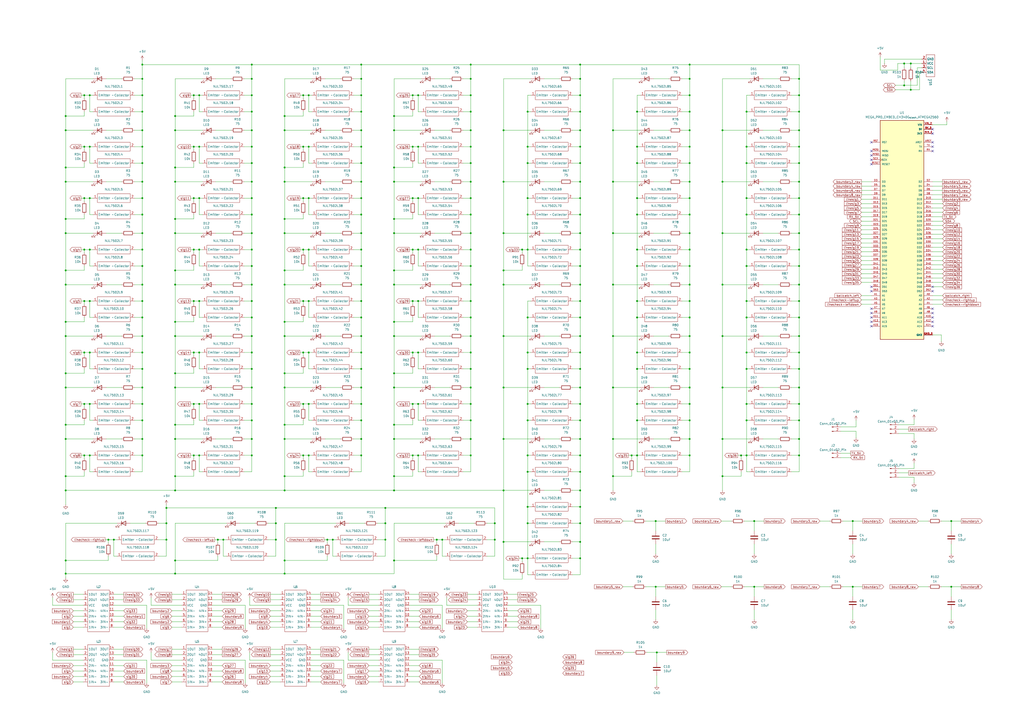
<source format=kicad_sch>
(kicad_sch (version 20231120) (generator "eeschema") (generator_version "8.0")
  (paper "A2")
  (lib_symbols
    (symbol "Connector:Conn_01x02_Pin" (pin_names (offset 1.016) hide)
      (property "Reference" "J" (at 0 2.54 0))
      (property "Value" "Conn_01x02_Pin" (at 0 -5.08 0))
      (symbol "Conn_01x02_Pin_1_1"
        (pin passive line (at 5.08 0 180) (length 3.81) (name "Pin_1") (number "1"))
        (pin passive line (at 5.08 -2.54 180) (length 3.81) (name "Pin_2") (number "2"))
      )
    )
    (symbol "Connector:Conn_01x03_Pin" (pin_names (offset 1.016) hide)
      (property "Reference" "J" (at 0 5.08 0))
      (property "Value" "Conn_01x03_Pin" (at 0 -5.08 0))
      (symbol "Conn_01x03_Pin_1_1"
        (pin passive line (at 5.08 2.54 180) (length 3.81) (name "Pin_1") (number "1"))
        (pin passive line (at 5.08 0 180) (length 3.81) (name "Pin_2") (number "2"))
        (pin passive line (at 5.08 -2.54 180) (length 3.81) (name "Pin_3") (number "3"))
      )
    )
    (symbol "Device:C" (pin_numbers hide) (pin_names (offset 0.254))
      (property "Reference" "C" (at 0.635 2.54 0))
      (property "Value" "C" (at 0.635 -2.54 0))
      (symbol "C_1_1"
        (pin passive line (at 0 3.81 270) (length 2.794) (name "~") (number "1"))
        (pin passive line (at 0 -3.81 90) (length 2.794) (name "~") (number "2"))
      )
    )
    (symbol "Device:LED" (pin_numbers hide) (pin_names (offset 1.016) hide)
      (property "Reference" "D" (at 0 2.54 0))
      (property "Value" "LED" (at 0 -2.54 0))
      (symbol "LED_1_1"
        (pin passive line (at -3.81 0 0) (length 2.54) (name "K") (number "1"))
        (pin passive line (at 3.81 0 180) (length 2.54) (name "A") (number "2"))
      )
    )
    (symbol "Device:R" (pin_numbers hide) (pin_names (offset 0))
      (property "Reference" "R" (at 2.032 0 90))
      (property "Value" "R" (at 0 0 90))
      (symbol "R_1_1"
        (pin passive line (at 0 3.81 270) (length 1.27) (name "~") (number "1"))
        (pin passive line (at 0 -3.81 90) (length 1.27) (name "~") (number "2"))
      )
    )
    (symbol "GND_1" (power) (pin_numbers hide) (pin_names (offset 0) hide)
      (property "Value" "GND" (at 0 -3.81 0))
      (symbol "GND_1_1_1"
        (pin power_in line (at 0 0 270) (length 0) (name "~") (number "1"))
      )
    )
    (symbol "GND_2" (power) (pin_numbers hide) (pin_names (offset 0) hide)
      (property "Value" "GND" (at 0 -3.81 0))
      (symbol "GND_2_1_1"
        (pin power_in line (at 0 0 270) (length 0) (name "~") (number "1"))
      )
    )
    (symbol "MEGA_PRO_EMBED_CH340G___ATMEGA2560:MEGA_PRO_EMBED_CH340G_/_ATMEGA2560" (pin_names (offset 1.016))
      (property "Reference" "U" (at -12.7 63.5 0))
      (property "Value" "MEGA_PRO_EMBED_CH340G_{slash}_ATMEGA2560" (at -12.7 -66.04 0))
      (symbol "MEGA_PRO_EMBED_CH340G_/_ATMEGA2560_0_0"
        (pin power_in line (at 17.78 55.88 180) (length 5.08) (name "3V3") (number "3V3_1"))
        (pin power_in line (at 17.78 55.88 180) (length 5.08) (name "3V3") (number "3V3_2"))
        (pin power_in line (at 17.78 58.42 180) (length 5.08) (name "5V") (number "5V_1"))
        (pin power_in line (at 17.78 58.42 180) (length 5.08) (name "5V") (number "5V_2"))
        (pin power_in line (at 17.78 58.42 180) (length 5.08) (name "5V") (number "5V_3"))
        (pin bidirectional line (at 17.78 -38.1 180) (length 5.08) (name "A0") (number "A0"))
        (pin bidirectional line (at -17.78 -38.1 0) (length 5.08) (name "A1") (number "A1"))
        (pin bidirectional line (at 17.78 -50.8 180) (length 5.08) (name "A10") (number "A10"))
        (pin bidirectional line (at -17.78 -50.8 0) (length 5.08) (name "A11") (number "A11"))
        (pin bidirectional line (at 17.78 -53.34 180) (length 5.08) (name "A12") (number "A12"))
        (pin bidirectional line (at -17.78 -53.34 0) (length 5.08) (name "A13") (number "A13"))
        (pin bidirectional line (at 17.78 -55.88 180) (length 5.08) (name "A14") (number "A14"))
        (pin bidirectional line (at -17.78 -55.88 0) (length 5.08) (name "A15") (number "A15"))
        (pin bidirectional line (at 17.78 -40.64 180) (length 5.08) (name "A2") (number "A2"))
        (pin bidirectional line (at -17.78 -40.64 0) (length 5.08) (name "A3") (number "A3"))
        (pin bidirectional line (at 17.78 -43.18 180) (length 5.08) (name "A4") (number "A4"))
        (pin bidirectional line (at -17.78 -43.18 0) (length 5.08) (name "A5") (number "A5"))
        (pin bidirectional line (at 17.78 -45.72 180) (length 5.08) (name "A6") (number "A6"))
        (pin bidirectional line (at -17.78 -45.72 0) (length 5.08) (name "A7") (number "A7"))
        (pin bidirectional line (at 17.78 -48.26 180) (length 5.08) (name "A8") (number "A8"))
        (pin bidirectional line (at -17.78 -48.26 0) (length 5.08) (name "A9") (number "A9"))
        (pin bidirectional line (at 17.78 50.8 180) (length 5.08) (name "AREF") (number "AREF"))
        (pin bidirectional line (at 17.78 17.78 180) (length 5.08) (name "D10") (number "D10"))
        (pin bidirectional line (at -17.78 17.78 0) (length 5.08) (name "D11") (number "D11"))
        (pin bidirectional line (at 17.78 15.24 180) (length 5.08) (name "D12") (number "D12"))
        (pin bidirectional line (at -17.78 15.24 0) (length 5.08) (name "D13") (number "D13"))
        (pin bidirectional line (at 17.78 12.7 180) (length 5.08) (name "D14") (number "D14"))
        (pin bidirectional line (at -17.78 12.7 0) (length 5.08) (name "D15") (number "D15"))
        (pin bidirectional line (at 17.78 10.16 180) (length 5.08) (name "D16") (number "D16"))
        (pin bidirectional line (at -17.78 10.16 0) (length 5.08) (name "D17") (number "D17"))
        (pin bidirectional line (at 17.78 7.62 180) (length 5.08) (name "D18") (number "D18"))
        (pin bidirectional line (at -17.78 7.62 0) (length 5.08) (name "D19") (number "D19"))
        (pin bidirectional line (at 17.78 27.94 180) (length 5.08) (name "D2") (number "D2"))
        (pin bidirectional line (at 17.78 5.08 180) (length 5.08) (name "D20") (number "D20"))
        (pin bidirectional line (at -17.78 5.08 0) (length 5.08) (name "D21") (number "D21"))
        (pin bidirectional line (at 17.78 2.54 180) (length 5.08) (name "D22") (number "D22"))
        (pin bidirectional line (at -17.78 2.54 0) (length 5.08) (name "D23") (number "D23"))
        (pin bidirectional line (at 17.78 0 180) (length 5.08) (name "D24") (number "D24"))
        (pin bidirectional line (at -17.78 0 0) (length 5.08) (name "D25") (number "D25"))
        (pin bidirectional line (at 17.78 -2.54 180) (length 5.08) (name "D26") (number "D26"))
        (pin bidirectional line (at -17.78 -2.54 0) (length 5.08) (name "D27") (number "D27"))
        (pin bidirectional line (at 17.78 -5.08 180) (length 5.08) (name "D28") (number "D28"))
        (pin bidirectional line (at -17.78 -5.08 0) (length 5.08) (name "D29") (number "D29"))
        (pin bidirectional line (at -17.78 27.94 0) (length 5.08) (name "D3") (number "D3"))
        (pin bidirectional line (at 17.78 -7.62 180) (length 5.08) (name "D30") (number "D30"))
        (pin bidirectional line (at -17.78 -7.62 0) (length 5.08) (name "D31") (number "D31"))
        (pin bidirectional line (at 17.78 -10.16 180) (length 5.08) (name "D32") (number "D32"))
        (pin bidirectional line (at -17.78 -10.16 0) (length 5.08) (name "D33") (number "D33"))
        (pin bidirectional line (at 17.78 -12.7 180) (length 5.08) (name "D34") (number "D34"))
        (pin bidirectional line (at -17.78 -12.7 0) (length 5.08) (name "D35") (number "D35"))
        (pin bidirectional line (at 17.78 -15.24 180) (length 5.08) (name "D36") (number "D36"))
        (pin bidirectional line (at -17.78 -15.24 0) (length 5.08) (name "D37") (number "D37"))
        (pin bidirectional line (at 17.78 -17.78 180) (length 5.08) (name "D38") (number "D38"))
        (pin bidirectional line (at -17.78 -17.78 0) (length 5.08) (name "D39") (number "D39"))
        (pin bidirectional line (at 17.78 25.4 180) (length 5.08) (name "D4") (number "D4"))
        (pin bidirectional line (at 17.78 -20.32 180) (length 5.08) (name "D40") (number "D40"))
        (pin bidirectional line (at -17.78 -20.32 0) (length 5.08) (name "D41") (number "D41"))
        (pin bidirectional line (at 17.78 -22.86 180) (length 5.08) (name "D42") (number "D42"))
        (pin bidirectional line (at -17.78 -22.86 0) (length 5.08) (name "D43") (number "D43"))
        (pin bidirectional line (at 17.78 -25.4 180) (length 5.08) (name "D44") (number "D44"))
        (pin bidirectional line (at -17.78 -25.4 0) (length 5.08) (name "D45") (number "D45"))
        (pin bidirectional line (at 17.78 -27.94 180) (length 5.08) (name "D46") (number "D46"))
        (pin bidirectional line (at -17.78 -27.94 0) (length 5.08) (name "D47") (number "D47"))
        (pin bidirectional line (at 17.78 -30.48 180) (length 5.08) (name "D48") (number "D48"))
        (pin bidirectional line (at -17.78 -30.48 0) (length 5.08) (name "D49") (number "D49"))
        (pin bidirectional line (at -17.78 25.4 0) (length 5.08) (name "D5") (number "D5"))
        (pin bidirectional line (at 17.78 -33.02 180) (length 5.08) (name "D50") (number "D50"))
        (pin bidirectional line (at -17.78 -33.02 0) (length 5.08) (name "D51") (number "D51"))
        (pin bidirectional line (at 17.78 -35.56 180) (length 5.08) (name "D52") (number "D52"))
        (pin bidirectional line (at -17.78 -35.56 0) (length 5.08) (name "D53") (number "D53"))
        (pin bidirectional line (at 17.78 22.86 180) (length 5.08) (name "D6") (number "D6"))
        (pin bidirectional line (at -17.78 22.86 0) (length 5.08) (name "D7") (number "D7"))
        (pin bidirectional line (at 17.78 20.32 180) (length 5.08) (name "D8") (number "D8"))
        (pin bidirectional line (at -17.78 20.32 0) (length 5.08) (name "D9") (number "D9"))
        (pin power_in line (at 17.78 -60.96 180) (length 5.08) (name "GND") (number "GND_1"))
        (pin power_in line (at 17.78 -60.96 180) (length 5.08) (name "GND") (number "GND_2"))
        (pin power_in line (at 17.78 -60.96 180) (length 5.08) (name "GND") (number "GND_3"))
        (pin bidirectional line (at -17.78 43.18 0) (length 5.08) (name "MISO") (number "MISO"))
        (pin bidirectional line (at -17.78 45.72 0) (length 5.08) (name "MOSI") (number "MOSI"))
        (pin input line (at -17.78 38.1 0) (length 5.08) (name "RESET") (number "RESET"))
        (pin input line (at -17.78 50.8 0) (length 5.08) (name "RST") (number "RST"))
        (pin input line (at 17.78 45.72 180) (length 5.08) (name "RX") (number "RX"))
        (pin bidirectional clock (at -17.78 40.64 0) (length 5.08) (name "SCK") (number "SCK"))
        (pin output line (at 17.78 48.26 180) (length 5.08) (name "TX") (number "TX"))
        (pin power_in line (at 17.78 60.96 180) (length 5.08) (name "VIN") (number "VIN_1"))
        (pin power_in line (at 17.78 60.96 180) (length 5.08) (name "VIN") (number "VIN_2"))
      )
    )
    (symbol "power:+5V" (power) (pin_names (offset 0))
      (property "Value" "+5V" (at 0 3.556 0))
      (symbol "+5V_1_1"
        (pin power_in line (at 0 0 90) (length 0) hide (name "+5V") (number "1"))
      )
    )
    (symbol "power:GND" (power) (pin_names (offset 0))
      (property "Value" "GND" (at 0 -3.81 0))
      (symbol "GND_1_1"
        (pin power_in line (at 0 0 270) (length 0) hide (name "GND") (number "1"))
      )
    )
    (symbol "sunpare2023:LM339"
      (property "Reference" "U" (at 0 0 0))
      (symbol "LM339_1_1"
        (pin passive line (at -8.89 -3.81 0) (length 2.54) (name "1OUT") (number "1"))
        (pin passive line (at 8.89 -16.51 180) (length 2.54) (name "4IN-") (number "10"))
        (pin passive line (at 8.89 -13.335 180) (length 2.54) (name "4IN+") (number "11"))
        (pin passive line (at 8.89 -10.16 180) (length 2.54) (name "GND") (number "12"))
        (pin passive line (at 8.89 -6.985 180) (length 2.54) (name "4OUT") (number "13"))
        (pin passive line (at 8.89 -3.81 180) (length 2.54) (name "3OUT") (number "14"))
        (pin passive line (at -8.89 -6.985 0) (length 2.54) (name "2OUT") (number "2"))
        (pin passive line (at -8.89 -10.16 0) (length 2.54) (name "VCC") (number "3"))
        (pin passive line (at -8.89 -13.335 0) (length 2.54) (name "2IN-") (number "4"))
        (pin passive line (at -8.89 -16.51 0) (length 2.54) (name "2IN+") (number "5"))
        (pin passive line (at -8.89 -19.685 0) (length 2.54) (name "1IN-") (number "6"))
        (pin passive line (at -8.89 -22.86 0) (length 2.54) (name "1IN+") (number "7"))
        (pin passive line (at 8.89 -22.86 180) (length 2.54) (name "3IN-") (number "8"))
        (pin passive line (at 8.89 -19.685 180) (length 2.54) (name "3IN+") (number "9"))
      )
    )
    (symbol "sunpare2023:NJL7502L"
      (property "Reference" "NJL7502L" (at 0 3.81 0))
      (symbol "NJL7502L_1_1"
        (pin passive line (at -11.43 0 0) (length 2.54) (name "Emitter") (number "1"))
        (pin passive line (at 12.7 0 180) (length 2.54) (name "Collector") (number "2"))
      )
    )
    (symbol "sunpare2023:SSD1306"
      (property "Reference" "U" (at 0 9.652 0))
      (symbol "SSD1306_1_1"
        (pin passive line (at -1.27 0 90) (length 2.54) (name "VCC") (number "1"))
        (pin passive line (at -3.81 0 90) (length 2.54) (name "GND") (number "2"))
        (pin passive line (at 1.27 0 90) (length 2.54) (name "SCL") (number "3"))
        (pin passive line (at 3.81 0 90) (length 2.54) (name "SDA") (number "4"))
      )
    )
  )
  (junction (at 146.05 105.41))
  (junction (at 306.07 64.77))
  (junction (at 48.895 174.625))
  (junction (at 101.6 246.38))
  (junction (at 306.07 303.53))
  (junction (at 101.6 75.565))
  (junction (at 209.55 165.1))
  (junction (at 165.1 224.79))
  (junction (at 242.57 55.245))
  (junction (at 38.1 97.155))
  (junction (at 292.1 284.48))
  (junction (at 433.07 154.305))
  (junction (at 82.55 194.945))
  (junction (at 101.6 332.74))
  (junction (at 239.395 204.47))
  (junction (at 209.55 75.565))
  (junction (at 400.05 264.16))
  (junction (at 292.1 105.41))
  (junction (at 463.55 224.79))
  (junction (at 48.895 234.315))
  (junction (at 369.57 174.625))
  (junction (at 400.05 45.72))
  (junction (at 273.05 135.255))
  (junction (at 302.895 144.78))
  (junction (at 528.32 52.07))
  (junction (at 62.865 313.055))
  (junction (at 306.07 273.685))
  (junction (at 273.05 45.72))
  (junction (at 256.54 313.055))
  (junction (at 400.05 165.1))
  (junction (at 101.6 325.12))
  (junction (at 82.55 105.41))
  (junction (at 146.05 154.305))
  (junction (at 336.55 213.995))
  (junction (at 223.52 294.64))
  (junction (at 433.07 94.615))
  (junction (at 52.07 174.625))
  (junction (at 146.05 174.625))
  (junction (at 38.1 216.535))
  (junction (at 146.05 254.635))
  (junction (at 419.1 224.79))
  (junction (at 82.55 224.79))
  (junction (at 96.52 294.64))
  (junction (at 209.55 184.15))
  (junction (at 400.05 55.245))
  (junction (at 369.57 213.995))
  (junction (at 146.05 135.255))
  (junction (at 400.05 243.84))
  (junction (at 165.1 156.845))
  (junction (at 419.1 105.41))
  (junction (at 165.1 127))
  (junction (at 175.895 204.47))
  (junction (at 96.52 303.53))
  (junction (at 38.1 127))
  (junction (at 175.895 55.245))
  (junction (at 48.895 264.16))
  (junction (at 369.57 124.46))
  (junction (at 463.55 114.935))
  (junction (at 336.55 144.78))
  (junction (at 115.57 114.935))
  (junction (at 336.55 224.79))
  (junction (at 228.6 284.48))
  (junction (at 82.55 174.625))
  (junction (at 336.55 234.315))
  (junction (at 463.55 85.09))
  (junction (at 380.365 340.36))
  (junction (at 336.55 184.15))
  (junction (at 355.6 105.41))
  (junction (at 228.6 127))
  (junction (at 336.55 135.255))
  (junction (at 96.52 313.055))
  (junction (at 228.6 254.635))
  (junction (at 369.57 204.47))
  (junction (at 433.07 174.625))
  (junction (at 52.07 264.16))
  (junction (at 38.1 75.565))
  (junction (at 419.1 135.255))
  (junction (at 366.395 264.16))
  (junction (at 112.395 144.78))
  (junction (at 336.55 294.005))
  (junction (at 306.07 264.16))
  (junction (at 38.1 186.69))
  (junction (at 165.1 186.69))
  (junction (at 179.07 264.16))
  (junction (at 38.1 284.48))
  (junction (at 101.6 194.945))
  (junction (at 175.895 144.78))
  (junction (at 306.07 204.47))
  (junction (at 273.05 264.16))
  (junction (at 209.55 37.465))
  (junction (at 38.1 105.41))
  (junction (at 292.1 135.255))
  (junction (at 400.05 124.46))
  (junction (at 273.05 213.995))
  (junction (at 146.05 45.72))
  (junction (at 101.6 216.535))
  (junction (at 336.55 154.305))
  (junction (at 126.365 313.055))
  (junction (at 146.05 64.77))
  (junction (at 400.05 194.945))
  (junction (at 369.57 144.78))
  (junction (at 273.05 75.565))
  (junction (at 369.57 234.315))
  (junction (at 292.1 314.325))
  (junction (at 82.55 55.245))
  (junction (at 419.1 75.565))
  (junction (at 433.07 184.15))
  (junction (at 209.55 45.72))
  (junction (at 115.57 174.625))
  (junction (at 101.6 254.635))
  (junction (at 273.05 105.41))
  (junction (at 82.55 165.1))
  (junction (at 112.395 85.09))
  (junction (at 306.07 234.315))
  (junction (at 400.05 204.47))
  (junction (at 165.1 135.255))
  (junction (at 52.07 144.78))
  (junction (at 463.55 94.615))
  (junction (at 369.57 184.15))
  (junction (at 336.55 314.325))
  (junction (at 242.57 264.16))
  (junction (at 369.57 94.615))
  (junction (at 209.55 64.77))
  (junction (at 273.05 194.945))
  (junction (at 336.55 284.48))
  (junction (at 48.895 55.245))
  (junction (at 146.05 184.15))
  (junction (at 112.395 234.315))
  (junction (at 355.6 75.565))
  (junction (at 463.55 254.635))
  (junction (at 242.57 114.935))
  (junction (at 179.07 204.47))
  (junction (at 228.6 194.945))
  (junction (at 336.55 64.77))
  (junction (at 336.55 114.935))
  (junction (at 160.02 294.64))
  (junction (at 433.07 114.935))
  (junction (at 179.07 234.315))
  (junction (at 306.07 294.005))
  (junction (at 146.05 114.935))
  (junction (at 433.07 234.315))
  (junction (at 129.54 313.055))
  (junction (at 355.6 194.945))
  (junction (at 336.55 75.565))
  (junction (at 175.895 114.935))
  (junction (at 38.1 135.255))
  (junction (at 179.07 144.78))
  (junction (at 115.57 234.315))
  (junction (at 175.895 174.625))
  (junction (at 38.1 165.1))
  (junction (at 165.1 332.74))
  (junction (at 48.895 85.09))
  (junction (at 273.05 165.1))
  (junction (at 306.07 85.09))
  (junction (at 336.55 323.85))
  (junction (at 38.1 276.225))
  (junction (at 242.57 234.315))
  (junction (at 494.665 302.26))
  (junction (at 209.55 124.46))
  (junction (at 463.55 194.945))
  (junction (at 242.57 144.78))
  (junction (at 165.1 75.565))
  (junction (at 306.07 243.84))
  (junction (at 228.6 276.225))
  (junction (at 273.05 94.615))
  (junction (at 242.57 85.09))
  (junction (at 463.55 154.305))
  (junction (at 400.05 224.79))
  (junction (at 273.05 85.09))
  (junction (at 209.55 174.625))
  (junction (at 239.395 55.245))
  (junction (at 52.07 85.09))
  (junction (at 463.55 174.625))
  (junction (at 437.515 302.26))
  (junction (at 306.07 144.78))
  (junction (at 66.04 313.055))
  (junction (at 306.07 124.46))
  (junction (at 209.55 194.945))
  (junction (at 433.07 264.16))
  (junction (at 302.895 323.85))
  (junction (at 369.57 154.305))
  (junction (at 336.55 243.84))
  (junction (at 165.1 276.225))
  (junction (at 193.04 313.055))
  (junction (at 463.55 124.46))
  (junction (at 209.55 85.09))
  (junction (at 179.07 114.935))
  (junction (at 369.57 243.84))
  (junction (at 209.55 254.635))
  (junction (at 52.07 55.245))
  (junction (at 463.55 144.78))
  (junction (at 112.395 114.935))
  (junction (at 112.395 55.245))
  (junction (at 228.6 75.565))
  (junction (at 400.05 234.315))
  (junction (at 381 378.46))
  (junction (at 273.05 64.77))
  (junction (at 112.395 174.625))
  (junction (at 209.55 224.79))
  (junction (at 179.07 85.09))
  (junction (at 433.07 144.78))
  (junction (at 228.6 186.69))
  (junction (at 160.02 313.055))
  (junction (at 336.55 105.41))
  (junction (at 82.55 75.565))
  (junction (at 82.55 37.465))
  (junction (at 146.05 224.79))
  (junction (at 463.55 165.1))
  (junction (at 273.05 184.15))
  (junction (at 52.07 204.47))
  (junction (at 82.55 144.78))
  (junction (at 242.57 174.625))
  (junction (at 273.05 204.47))
  (junction (at 146.05 165.1))
  (junction (at 209.55 264.16))
  (junction (at 433.07 243.84))
  (junction (at 146.05 243.84))
  (junction (at 228.6 67.31))
  (junction (at 38.1 67.31))
  (junction (at 463.55 243.84))
  (junction (at 400.05 144.78))
  (junction (at 292.1 156.845))
  (junction (at 273.05 55.245))
  (junction (at 463.55 55.245))
  (junction (at 433.07 64.77))
  (junction (at 253.365 313.055))
  (junction (at 82.55 114.935))
  (junction (at 437.515 340.36))
  (junction (at 115.57 144.78))
  (junction (at 239.395 264.16))
  (junction (at 336.55 45.72))
  (junction (at 336.55 165.1))
  (junction (at 38.1 332.74))
  (junction (at 38.1 254.635))
  (junction (at 355.6 254.635))
  (junction (at 228.6 165.1))
  (junction (at 82.55 135.255))
  (junction (at 209.55 135.255))
  (junction (at 38.1 194.945))
  (junction (at 146.05 94.615))
  (junction (at 336.55 85.09))
  (junction (at 146.05 234.315))
  (junction (at 223.52 313.055))
  (junction (at 209.55 213.995))
  (junction (at 336.55 264.16))
  (junction (at 165.1 325.12))
  (junction (at 101.6 156.845))
  (junction (at 228.6 105.41))
  (junction (at 355.6 165.1))
  (junction (at 239.395 234.315))
  (junction (at 82.55 234.315))
  (junction (at 336.55 204.47))
  (junction (at 380.365 302.26))
  (junction (at 228.6 216.535))
  (junction (at 433.07 124.46))
  (junction (at 101.6 276.225))
  (junction (at 463.55 105.41))
  (junction (at 433.07 204.47))
  (junction (at 400.05 184.15))
  (junction (at 273.05 144.78))
  (junction (at 494.665 340.36))
  (junction (at 146.05 75.565))
  (junction (at 273.05 234.315))
  (junction (at 209.55 94.615))
  (junction (at 101.6 165.1))
  (junction (at 82.55 213.995))
  (junction (at 400.05 105.41))
  (junction (at 336.55 94.615))
  (junction (at 101.6 67.31))
  (junction (at 228.6 97.155))
  (junction (at 209.55 105.41))
  (junction (at 209.55 234.315))
  (junction (at 228.6 246.38))
  (junction (at 239.395 144.78))
  (junction (at 306.07 213.995))
  (junction (at 306.07 184.15))
  (junction (at 115.57 85.09))
  (junction (at 292.1 194.945))
  (junction (at 400.05 94.615))
  (junction (at 287.02 313.055))
  (junction (at 82.55 124.46))
  (junction (at 400.05 114.935))
  (junction (at 175.895 264.16))
  (junction (at 463.55 213.995))
  (junction (at 101.6 97.155))
  (junction (at 463.55 64.77))
  (junction (at 292.1 75.565))
  (junction (at 400.05 154.305))
  (junction (at 419.1 254.635))
  (junction (at 429.895 264.16))
  (junction (at 209.55 154.305))
  (junction (at 38.1 325.12))
  (junction (at 242.57 204.47))
  (junction (at 52.07 234.315))
  (junction (at 209.55 204.47))
  (junction (at 146.05 194.945))
  (junction (at 101.6 224.79))
  (junction (at 52.07 114.935))
  (junction (at 369.57 64.77))
  (junction (at 463.55 234.315))
  (junction (at 82.55 204.47))
  (junction (at 273.05 114.935))
  (junction (at 355.6 276.225))
  (junction (at 400.05 85.09))
  (junction (at 463.55 75.565))
  (junction (at 82.55 94.615))
  (junction (at 551.815 340.36))
  (junction (at 112.395 204.47))
  (junction (at 306.07 323.85))
  (junction (at 400.05 75.565))
  (junction (at 82.55 254.635))
  (junction (at 463.55 45.72))
  (junction (at 165.1 216.535))
  (junction (at 400.05 174.625))
  (junction (at 369.57 114.935))
  (junction (at 400.05 37.465))
  (junction (at 101.6 186.69))
  (junction (at 336.55 55.245))
  (junction (at 239.395 85.09))
  (junction (at 115.57 264.16))
  (junction (at 273.05 154.305))
  (junction (at 165.1 105.41))
  (junction (at 209.55 243.84))
  (junction (at 115.57 204.47))
  (junction (at 101.6 284.48))
  (junction (at 112.395 264.16))
  (junction (at 287.02 303.53))
  (junction (at 273.05 224.79))
  (junction (at 463.55 204.47))
  (junction (at 273.05 254.635))
  (junction (at 369.57 85.09))
  (junction (at 38.1 156.845))
  (junction (at 228.6 325.12))
  (junction (at 38.1 224.79))
  (junction (at 165.1 165.1))
  (junction (at 209.55 144.78))
  (junction (at 524.51 49.53))
  (junction (at 146.05 55.245))
  (junction (at 292.1 254.635))
  (junction (at 228.6 135.255))
  (junction (at 101.6 127))
  (junction (at 209.55 55.245))
  (junction (at 355.6 135.255))
  (junction (at 400.05 135.255))
  (junction (at 228.6 224.79))
  (junction (at 273.05 37.465))
  (junction (at 146.05 124.46))
  (junction (at 101.6 105.41))
  (junction (at 82.55 184.15))
  (junction (at 292.1 165.1))
  (junction (at 48.895 114.935))
  (junction (at 369.57 264.16))
  (junction (at 82.55 85.09))
  (junction (at 165.1 246.38))
  (junction (at 146.05 204.47))
  (junction (at 179.07 55.245))
  (junction (at 209.55 114.935))
  (junction (at 433.07 85.09))
  (junction (at 165.1 67.31))
  (junction (at 228.6 156.845))
  (junction (at 336.55 254.635))
  (junction (at 146.05 213.995))
  (junction (at 336.55 124.46))
  (junction (at 82.55 154.305))
  (junction (at 146.05 264.16))
  (junction (at 175.895 234.315))
  (junction (at 551.815 302.26))
  (junction (at 528.32 36.83))
  (junction (at 419.1 194.945))
  (junction (at 336.55 303.53))
  (junction (at 239.395 114.935))
  (junction (at 400.05 254.635))
  (junction (at 306.07 114.935))
  (junction (at 179.07 174.625))
  (junction (at 146.05 144.78))
  (junction (at 419.1 276.225))
  (junction (at 223.52 303.53))
  (junction (at 165.1 284.48))
  (junction (at 400.05 64.77))
  (junction (at 239.395 174.625))
  (junction (at 433.07 213.995))
  (junction (at 336.55 37.465))
  (junction (at 115.57 55.245))
  (junction (at 82.55 45.72))
  (junction (at 38.1 246.38))
  (junction (at 82.55 243.84))
  (junction (at 273.05 124.46))
  (junction (at 48.895 204.47))
  (junction (at 336.55 174.625))
  (junction (at 82.55 64.77))
  (junction (at 273.05 174.625))
  (junction (at 160.02 303.53))
  (junction (at 146.05 37.465))
  (junction (at 463.55 264.16))
  (junction (at 165.1 194.945))
  (junction (at 273.05 243.84))
  (junction (at 165.1 254.635))
  (junction (at 463.55 135.255))
  (junction (at 101.6 135.255))
  (junction (at 189.865 313.055))
  (junction (at 48.895 144.78))
  (junction (at 400.05 213.995))
  (junction (at 336.55 273.685))
  (junction (at 463.55 184.15))
  (junction (at 165.1 97.155))
  (junction (at 146.05 85.09))
  (junction (at 524.51 36.83))
  (junction (at 306.07 94.615))
  (junction (at 175.895 85.09))
  (junction (at 355.6 224.79))
  (junction (at 292.1 224.79))
  (junction (at 419.1 165.1))
  (junction (at 336.55 194.945))
  (junction (at 82.55 264.16))
  (no_connect (at 541.02 77.47))
  (no_connect (at 505.46 95.25))
  (no_connect (at 541.02 85.09))
  (no_connect (at 541.02 82.55))
  (no_connect (at 505.46 179.07))
  (no_connect (at 505.46 186.69))
  (no_connect (at 505.46 87.63))
  (no_connect (at 541.02 189.23))
  (no_connect (at 541.02 186.69))
  (no_connect (at 541.02 181.61))
  (no_connect (at 541.02 184.15))
  (no_connect (at 505.46 166.37))
  (no_connect (at 505.46 181.61))
  (no_connect (at 505.46 189.23))
  (no_connect (at 541.02 74.93))
  (no_connect (at 505.46 90.17))
  (no_connect (at 541.02 168.91))
  (no_connect (at 505.46 92.71))
  (no_connect (at 505.46 82.55))
  (no_connect (at 541.02 87.63))
  (no_connect (at 505.46 184.15))
  (no_connect (at 505.46 168.91))
  (no_connect (at 541.02 166.37))
  (no_connect (at 541.02 179.07))
  (wire (pts (xy 487.68 247.65) (xy 496.57 247.65)))
  (wire (pts (xy 129.54 322.58) (xy 131.445 322.58)))
  (wire (pts (xy 78.105 124.46) (xy 82.55 124.46)))
  (wire (pts (xy 242.57 264.16) (xy 242.57 273.685)))
  (wire (pts (xy 180.34 357.505) (xy 186.055 357.505)))
  (wire (pts (xy 52.07 55.245) (xy 52.07 64.77)))
  (wire (pts (xy 165.1 325.12) (xy 165.1 332.74)))
  (wire (pts (xy 242.57 55.245) (xy 242.57 64.77)))
  (wire (pts (xy 228.6 165.1) (xy 244.475 165.1)))
  (wire (pts (xy 117.475 114.935) (xy 115.57 114.935)))
  (wire (pts (xy 209.55 264.16) (xy 209.55 273.685)))
  (wire (pts (xy 242.57 273.685) (xy 244.475 273.685)))
  (wire (pts (xy 78.105 273.685) (xy 82.55 273.685)))
  (wire (pts (xy 101.6 127) (xy 101.6 135.255)))
  (wire (pts (xy 524.51 49.53) (xy 519.43 49.53)))
  (wire (pts (xy 115.57 273.685) (xy 117.475 273.685)))
  (wire (pts (xy 101.6 246.38) (xy 101.6 254.635)))
  (wire (pts (xy 541.02 133.35) (xy 546.735 133.35)))
  (wire (pts (xy 400.05 213.995) (xy 400.05 224.79)))
  (wire (pts (xy 336.55 243.84) (xy 336.55 254.635)))
  (wire (pts (xy 146.05 75.565) (xy 146.05 85.09)))
  (wire (pts (xy 209.55 37.465) (xy 273.05 37.465)))
  (wire (pts (xy 268.605 243.84) (xy 273.05 243.84)))
  (wire (pts (xy 302.895 323.85) (xy 302.895 325.755)))
  (wire (pts (xy 459.105 184.15) (xy 463.55 184.15)))
  (wire (pts (xy 38.1 325.12) (xy 62.865 325.12)))
  (wire (pts (xy 209.55 55.245) (xy 209.55 64.77)))
  (wire (pts (xy 463.55 264.16) (xy 463.55 273.685)))
  (wire (pts (xy 256.54 351.155) (xy 256.54 364.49)))
  (wire (pts (xy 101.6 45.72) (xy 117.475 45.72)))
  (wire (pts (xy 66.04 395.605) (xy 71.755 395.605)))
  (wire (pts (xy 209.55 135.255) (xy 209.55 144.78)))
  (wire (pts (xy 117.475 144.78) (xy 115.57 144.78)))
  (wire (pts (xy 253.365 313.055) (xy 256.54 313.055)))
  (wire (pts (xy 38.1 127) (xy 38.1 135.255)))
  (wire (pts (xy 307.975 174.625) (xy 306.07 174.625)))
  (wire (pts (xy 369.57 204.47) (xy 369.57 213.995)))
  (wire (pts (xy 244.475 264.16) (xy 242.57 264.16)))
  (wire (pts (xy 101.6 165.1) (xy 101.6 186.69)))
  (wire (pts (xy 239.395 264.16) (xy 242.57 264.16)))
  (wire (pts (xy 117.475 204.47) (xy 115.57 204.47)))
  (wire (pts (xy 205.105 75.565) (xy 209.55 75.565)))
  (wire (pts (xy 307.975 114.935) (xy 306.07 114.935)))
  (wire (pts (xy 433.07 184.15) (xy 433.07 204.47)))
  (wire (pts (xy 85.09 382.905) (xy 85.09 396.24)))
  (wire (pts (xy 521.335 271.78) (xy 530.225 271.78)))
  (wire (pts (xy 530.225 251.46) (xy 530.225 254.635)))
  (wire (pts (xy 219.71 363.855) (xy 213.995 363.855)))
  (wire (pts (xy 228.6 75.565) (xy 228.6 97.155)))
  (wire (pts (xy 380.365 315.595) (xy 380.365 321.31)))
  (wire (pts (xy 242.57 213.995) (xy 244.475 213.995)))
  (wire (pts (xy 78.105 165.1) (xy 82.55 165.1)))
  (wire (pts (xy 239.395 144.78) (xy 239.395 146.685)))
  (wire (pts (xy 400.05 37.465) (xy 463.55 37.465)))
  (wire (pts (xy 395.605 243.84) (xy 400.05 243.84)))
  (wire (pts (xy 268.605 135.255) (xy 273.05 135.255)))
  (wire (pts (xy 306.07 303.53) (xy 307.975 303.53)))
  (wire (pts (xy 292.1 224.79) (xy 292.1 254.635)))
  (wire (pts (xy 38.1 276.225) (xy 48.895 276.225)))
  (wire (pts (xy 541.02 176.53) (xy 546.735 176.53)))
  (wire (pts (xy 146.05 174.625) (xy 146.05 184.15)))
  (wire (pts (xy 175.895 85.09) (xy 175.895 86.995)))
  (wire (pts (xy 180.34 354.33) (xy 186.055 354.33)))
  (wire (pts (xy 282.575 322.58) (xy 287.02 322.58)))
  (wire (pts (xy 459.105 114.935) (xy 463.55 114.935)))
  (wire (pts (xy 306.07 264.16) (xy 306.07 273.685)))
  (wire (pts (xy 38.1 127) (xy 48.895 127)))
  (wire (pts (xy 442.595 45.72) (xy 451.485 45.72)))
  (wire (pts (xy 219.075 322.58) (xy 223.52 322.58)))
  (wire (pts (xy 252.095 45.72) (xy 260.985 45.72)))
  (wire (pts (xy 510.54 40.64) (xy 510.54 33.02)))
  (wire (pts (xy 115.57 154.305) (xy 117.475 154.305)))
  (wire (pts (xy 209.55 194.945) (xy 209.55 204.47)))
  (wire (pts (xy 505.46 138.43) (xy 499.745 138.43)))
  (wire (pts (xy 61.595 105.41) (xy 70.485 105.41)))
  (wire (pts (xy 38.1 67.31) (xy 38.1 75.565)))
  (wire (pts (xy 302.895 144.78) (xy 302.895 146.685)))
  (wire (pts (xy 219.71 392.43) (xy 213.995 392.43)))
  (wire (pts (xy 175.895 114.935) (xy 179.07 114.935)))
  (wire (pts (xy 395.605 124.46) (xy 400.05 124.46)))
  (wire (pts (xy 369.57 64.77) (xy 371.475 64.77)))
  (wire (pts (xy 219.71 386.08) (xy 213.995 386.08)))
  (wire (pts (xy 165.1 224.79) (xy 165.1 246.38)))
  (wire (pts (xy 395.605 184.15) (xy 400.05 184.15)))
  (wire (pts (xy 400.05 243.84) (xy 400.05 254.635)))
  (wire (pts (xy 355.6 105.41) (xy 371.475 105.41)))
  (wire (pts (xy 332.105 323.85) (xy 336.55 323.85)))
  (wire (pts (xy 336.55 105.41) (xy 336.55 114.935)))
  (wire (pts (xy 66.04 357.505) (xy 71.755 357.505)))
  (wire (pts (xy 433.07 273.685) (xy 434.975 273.685)))
  (wire (pts (xy 38.1 105.41) (xy 53.975 105.41)))
  (wire (pts (xy 355.6 45.72) (xy 371.475 45.72)))
  (wire (pts (xy 541.02 120.65) (xy 546.735 120.65)))
  (wire (pts (xy 268.605 224.79) (xy 273.05 224.79)))
  (wire (pts (xy 141.605 144.78) (xy 146.05 144.78)))
  (wire (pts (xy 239.395 174.625) (xy 239.395 176.53)))
  (wire (pts (xy 189.865 313.055) (xy 193.04 313.055)))
  (wire (pts (xy 155.575 322.58) (xy 160.02 322.58)))
  (wire (pts (xy 379.095 45.72) (xy 387.985 45.72)))
  (wire (pts (xy 268.605 64.77) (xy 273.05 64.77)))
  (wire (pts (xy 433.07 184.15) (xy 434.975 184.15)))
  (wire (pts (xy 78.105 45.72) (xy 82.55 45.72)))
  (wire (pts (xy 125.095 105.41) (xy 133.985 105.41)))
  (wire (pts (xy 66.04 363.855) (xy 71.755 363.855)))
  (wire (pts (xy 48.26 395.605) (xy 42.545 395.605)))
  (wire (pts (xy 78.105 154.305) (xy 82.55 154.305)))
  (wire (pts (xy 336.55 224.79) (xy 336.55 234.315)))
  (wire (pts (xy 48.26 347.98) (xy 42.545 347.98)))
  (wire (pts (xy 105.41 363.855) (xy 99.695 363.855)))
  (wire (pts (xy 53.975 55.245) (xy 52.07 55.245)))
  (wire (pts (xy 395.605 273.685) (xy 400.05 273.685)))
  (wire (pts (xy 355.6 165.1) (xy 355.6 194.945)))
  (wire (pts (xy 292.1 335.915) (xy 302.895 335.915)))
  (wire (pts (xy 306.07 85.09) (xy 306.07 94.615)))
  (wire (pts (xy 463.55 213.995) (xy 463.55 224.79)))
  (wire (pts (xy 209.55 204.47) (xy 209.55 213.995)))
  (wire (pts (xy 38.1 194.945) (xy 53.975 194.945)))
  (wire (pts (xy 287.02 313.055) (xy 287.02 322.58)))
  (wire (pts (xy 292.1 194.945) (xy 307.975 194.945)))
  (wire (pts (xy 62.865 313.055) (xy 62.865 314.96)))
  (wire (pts (xy 112.395 273.685) (xy 112.395 276.225)))
  (wire (pts (xy 165.1 303.53) (xy 165.1 325.12)))
  (wire (pts (xy 496.57 243.84) (xy 496.57 247.65)))
  (wire (pts (xy 205.105 254.635) (xy 209.55 254.635)))
  (wire (pts (xy 336.55 213.995) (xy 336.55 224.79)))
  (wire (pts (xy 282.575 313.055) (xy 287.02 313.055)))
  (wire (pts (xy 463.55 194.945) (xy 463.55 204.47)))
  (wire (pts (xy 101.6 194.945) (xy 117.475 194.945)))
  (wire (pts (xy 165.1 127) (xy 165.1 135.255)))
  (wire (pts (xy 112.395 114.935) (xy 115.57 114.935)))
  (wire (pts (xy 175.895 154.305) (xy 175.895 156.845)))
  (wire (pts (xy 205.105 234.315) (xy 209.55 234.315)))
  (wire (pts (xy 38.1 105.41) (xy 38.1 127)))
  (wire (pts (xy 115.57 174.625) (xy 115.57 184.15)))
  (wire (pts (xy 273.05 254.635) (xy 273.05 264.16)))
  (wire (pts (xy 179.07 154.305) (xy 180.975 154.305)))
  (wire (pts (xy 228.6 254.635) (xy 228.6 276.225)))
  (wire (pts (xy 273.05 184.15) (xy 273.05 194.945)))
  (wire (pts (xy 173.99 55.245) (xy 175.895 55.245)))
  (wire (pts (xy 276.86 360.68) (xy 271.145 360.68)))
  (wire (pts (xy 162.56 395.605) (xy 156.845 395.605)))
  (wire (pts (xy 355.6 254.635) (xy 371.475 254.635)))
  (wire (pts (xy 115.57 94.615) (xy 117.475 94.615)))
  (wire (pts (xy 179.07 114.935) (xy 179.07 124.46)))
  (wire (pts (xy 369.57 154.305) (xy 369.57 174.625)))
  (wire (pts (xy 179.07 213.995) (xy 180.975 213.995)))
  (wire (pts (xy 463.55 85.09) (xy 463.55 94.615)))
  (wire (pts (xy 112.395 213.995) (xy 112.395 216.535)))
  (wire (pts (xy 273.05 64.77) (xy 273.05 75.565)))
  (wire (pts (xy 209.55 75.565) (xy 209.55 85.09)))
  (wire (pts (xy 112.395 64.77) (xy 112.395 67.31)))
  (wire (pts (xy 112.395 204.47) (xy 115.57 204.47)))
  (wire (pts (xy 82.55 184.15) (xy 82.55 194.945)))
  (wire (pts (xy 112.395 85.09) (xy 112.395 86.995)))
  (wire (pts (xy 162.56 382.905) (xy 144.78 382.905)))
  (wire (pts (xy 175.895 273.685) (xy 175.895 276.225)))
  (wire (pts (xy 165.1 156.845) (xy 175.895 156.845)))
  (wire (pts (xy 38.1 254.635) (xy 53.975 254.635)))
  (wire (pts (xy 38.1 97.155) (xy 48.895 97.155)))
  (wire (pts (xy 48.895 234.315) (xy 48.895 236.22)))
  (wire (pts (xy 162.56 376.555) (xy 156.845 376.555)))
  (wire (pts (xy 239.395 114.935) (xy 239.395 116.84)))
  (wire (pts (xy 505.46 158.75) (xy 499.745 158.75)))
  (wire (pts (xy 541.02 166.37) (xy 546.735 166.37)))
  (wire (pts (xy 521.335 251.46) (xy 530.225 251.46)))
  (wire (pts (xy 112.395 144.78) (xy 115.57 144.78)))
  (wire (pts (xy 165.1 254.635) (xy 180.975 254.635)))
  (wire (pts (xy 228.6 276.225) (xy 239.395 276.225)))
  (wire (pts (xy 237.49 144.78) (xy 239.395 144.78)))
  (wire (pts (xy 442.595 194.945) (xy 451.485 194.945)))
  (wire (pts (xy 268.605 194.945) (xy 273.05 194.945)))
  (wire (pts (xy 242.57 154.305) (xy 244.475 154.305)))
  (wire (pts (xy 105.41 392.43) (xy 99.695 392.43)))
  (wire (pts (xy 165.1 75.565) (xy 180.975 75.565)))
  (wire (pts (xy 165.1 75.565) (xy 165.1 97.155)))
  (wire (pts (xy 146.05 114.935) (xy 146.05 124.46)))
  (wire (pts (xy 433.07 55.245) (xy 433.07 64.77)))
  (wire (pts (xy 395.605 224.79) (xy 400.05 224.79)))
  (wire (pts (xy 110.49 204.47) (xy 112.395 204.47)))
  (wire (pts (xy 306.07 154.305) (xy 307.975 154.305)))
  (wire (pts (xy 505.46 148.59) (xy 499.745 148.59)))
  (wire (pts (xy 179.07 273.685) (xy 180.975 273.685)))
  (wire (pts (xy 306.07 144.78) (xy 306.07 154.305)))
  (wire (pts (xy 48.895 55.245) (xy 48.895 57.15)))
  (wire (pts (xy 223.52 303.53) (xy 223.52 313.055)))
  (wire (pts (xy 228.6 254.635) (xy 244.475 254.635)))
  (wire (pts (xy 52.07 273.685) (xy 53.975 273.685)))
  (wire (pts (xy 463.55 45.72) (xy 463.55 55.245)))
  (wire (pts (xy 294.64 360.68) (xy 300.355 360.68)))
  (wire (pts (xy 239.395 204.47) (xy 239.395 206.375)))
  (wire (pts (xy 78.105 204.47) (xy 82.55 204.47)))
  (wire (pts (xy 355.6 75.565) (xy 355.6 105.41)))
  (wire (pts (xy 199.39 382.905) (xy 199.39 396.24)))
  (wire (pts (xy 463.55 75.565) (xy 463.55 85.09)))
  (wire (pts (xy 273.05 75.565) (xy 273.05 85.09)))
  (wire (pts (xy 209.55 45.72) (xy 209.55 55.245)))
  (wire (pts (xy 380.365 340.36) (xy 380.365 346.075)))
  (wire (pts (xy 268.605 154.305) (xy 273.05 154.305)))
  (wire (pts (xy 188.595 224.79) (xy 197.485 224.79)))
  (wire (pts (xy 228.6 194.945) (xy 228.6 216.535)))
  (wire (pts (xy 538.48 302.26) (xy 532.765 302.26)))
  (wire (pts (xy 175.895 94.615) (xy 175.895 97.155)))
  (wire (pts (xy 434.975 114.935) (xy 433.07 114.935)))
  (wire (pts (xy 355.6 75.565) (xy 371.475 75.565)))
  (wire (pts (xy 165.1 156.845) (xy 165.1 165.1)))
  (wire (pts (xy 123.19 360.68) (xy 128.905 360.68)))
  (wire (pts (xy 505.46 140.97) (xy 499.745 140.97)))
  (wire (pts (xy 307.975 323.85) (xy 306.07 323.85)))
  (wire (pts (xy 400.05 154.305) (xy 400.05 165.1)))
  (wire (pts (xy 239.395 184.15) (xy 239.395 186.69)))
  (wire (pts (xy 162.56 351.155) (xy 144.78 351.155)))
  (wire (pts (xy 48.895 154.305) (xy 48.895 156.845)))
  (wire (pts (xy 292.1 314.325) (xy 292.1 335.915)))
  (wire (pts (xy 306.07 114.935) (xy 306.07 124.46)))
  (wire (pts (xy 336.55 94.615) (xy 336.55 105.41)))
  (wire (pts (xy 551.815 302.26) (xy 551.815 307.975)))
  (wire (pts (xy 228.6 194.945) (xy 244.475 194.945)))
  (wire (pts (xy 459.105 213.995) (xy 463.55 213.995)))
  (wire (pts (xy 162.56 363.855) (xy 156.845 363.855)))
  (wire (pts (xy 219.71 376.555) (xy 213.995 376.555)))
  (wire (pts (xy 395.605 85.09) (xy 400.05 85.09)))
  (wire (pts (xy 180.975 264.16) (xy 179.07 264.16)))
  (wire (pts (xy 123.19 363.855) (xy 128.905 363.855)))
  (wire (pts (xy 332.105 64.77) (xy 336.55 64.77)))
  (wire (pts (xy 101.6 303.53) (xy 131.445 303.53)))
  (wire (pts (xy 307.975 234.315) (xy 306.07 234.315)))
  (wire (pts (xy 242.57 124.46) (xy 244.475 124.46)))
  (wire (pts (xy 524.51 36.83) (xy 528.32 36.83)))
  (wire (pts (xy 433.07 243.84) (xy 433.07 264.16)))
  (wire (pts (xy 82.55 135.255) (xy 82.55 144.78)))
  (wire (pts (xy 332.105 333.375) (xy 336.55 333.375)))
  (wire (pts (xy 101.6 105.41) (xy 117.475 105.41)))
  (wire (pts (xy 146.05 85.09) (xy 146.05 94.615)))
  (wire (pts (xy 369.57 213.995) (xy 369.57 234.315)))
  (wire (pts (xy 180.975 144.78) (xy 179.07 144.78)))
  (wire (pts (xy 78.105 64.77) (xy 82.55 64.77)))
  (wire (pts (xy 459.105 204.47) (xy 463.55 204.47)))
  (wire (pts (xy 541.02 173.99) (xy 546.735 173.99)))
  (wire (pts (xy 110.49 234.315) (xy 112.395 234.315)))
  (wire (pts (xy 46.99 234.315) (xy 48.895 234.315)))
  (wire (pts (xy 112.395 55.245) (xy 112.395 57.15)))
  (wire (pts (xy 268.605 75.565) (xy 273.05 75.565)))
  (wire (pts (xy 253.365 322.58) (xy 253.365 325.12)))
  (wire (pts (xy 105.41 357.505) (xy 99.695 357.505)))
  (wire (pts (xy 459.105 85.09) (xy 463.55 85.09)))
  (wire (pts (xy 332.105 204.47) (xy 336.55 204.47)))
  (wire (pts (xy 239.395 144.78) (xy 242.57 144.78)))
  (wire (pts (xy 273.05 174.625) (xy 273.05 184.15)))
  (wire (pts (xy 239.395 55.245) (xy 239.395 57.15)))
  (wire (pts (xy 144.78 378.46) (xy 144.78 382.905)))
  (wire (pts (xy 96.52 294.64) (xy 96.52 303.53)))
  (wire (pts (xy 442.595 135.255) (xy 451.485 135.255)))
  (wire (pts (xy 336.55 323.85) (xy 336.55 333.375)))
  (wire (pts (xy 252.095 105.41) (xy 260.985 105.41)))
  (wire (pts (xy 209.55 254.635) (xy 209.55 264.16)))
  (wire (pts (xy 294.64 344.805) (xy 300.355 344.805)))
  (wire (pts (xy 228.6 67.31) (xy 239.395 67.31)))
  (wire (pts (xy 459.105 75.565) (xy 463.55 75.565)))
  (wire (pts (xy 369.57 94.615) (xy 371.475 94.615)))
  (wire (pts (xy 30.48 346.71) (xy 30.48 351.155)))
  (wire (pts (xy 38.1 303.53) (xy 38.1 325.12)))
  (wire (pts (xy 112.395 264.16) (xy 115.57 264.16)))
  (wire (pts (xy 355.6 194.945) (xy 355.6 224.79)))
  (wire (pts (xy 276.86 347.98) (xy 271.145 347.98)))
  (wire (pts (xy 165.1 276.225) (xy 165.1 284.48)))
  (wire (pts (xy 292.1 156.845) (xy 302.895 156.845)))
  (wire (pts (xy 66.04 351.155) (xy 85.09 351.155)))
  (wire (pts (xy 336.55 165.1) (xy 336.55 174.625)))
  (wire (pts (xy 371.475 85.09) (xy 369.57 85.09)))
  (wire (pts (xy 505.46 146.05) (xy 499.745 146.05)))
  (wire (pts (xy 500.38 340.36) (xy 494.665 340.36)))
  (wire (pts (xy 463.55 135.255) (xy 463.55 144.78)))
  (wire (pts (xy 239.395 264.16) (xy 239.395 266.065)))
  (wire (pts (xy 48.26 389.255) (xy 42.545 389.255)))
  (wire (pts (xy 228.6 135.255) (xy 244.475 135.255)))
  (wire (pts (xy 459.105 135.255) (xy 463.55 135.255)))
  (wire (pts (xy 524.51 36.83) (xy 524.51 39.37)))
  (wire (pts (xy 459.105 64.77) (xy 463.55 64.77)))
  (wire (pts (xy 379.095 75.565) (xy 387.985 75.565)))
  (wire (pts (xy 205.105 224.79) (xy 209.55 224.79)))
  (wire (pts (xy 228.6 186.69) (xy 228.6 194.945)))
  (wire (pts (xy 306.07 243.84) (xy 306.07 264.16)))
  (wire (pts (xy 395.605 254.635) (xy 400.05 254.635)))
  (wire (pts (xy 538.48 340.36) (xy 532.765 340.36)))
  (wire (pts (xy 433.07 213.995) (xy 434.975 213.995)))
  (wire (pts (xy 219.71 347.98) (xy 213.995 347.98)))
  (wire (pts (xy 429.895 264.16) (xy 433.07 264.16)))
  (wire (pts (xy 92.075 303.53) (xy 96.52 303.53)))
  (wire (pts (xy 400.05 174.625) (xy 400.05 184.15)))
  (wire (pts (xy 124.46 313.055) (xy 126.365 313.055)))
  (wire (pts (xy 141.605 174.625) (xy 146.05 174.625)))
  (wire (pts (xy 237.49 376.555) (xy 243.205 376.555)))
  (wire (pts (xy 209.55 154.305) (xy 209.55 165.1)))
  (wire (pts (xy 78.105 75.565) (xy 82.55 75.565)))
  (wire (pts (xy 165.1 105.41) (xy 165.1 127)))
  (wire (pts (xy 38.1 325.12) (xy 38.1 332.74)))
  (wire (pts (xy 315.595 224.79) (xy 324.485 224.79)))
  (wire (pts (xy 551.815 315.595) (xy 551.815 321.31)))
  (wire (pts (xy 101.6 332.74) (xy 165.1 332.74)))
  (wire (pts (xy 244.475 174.625) (xy 242.57 174.625)))
  (wire (pts (xy 48.26 379.73) (xy 42.545 379.73)))
  (wire (pts (xy 521.335 274.32) (xy 527.05 274.32)))
  (wire (pts (xy 355.6 224.79) (xy 371.475 224.79)))
  (wire (pts (xy 48.26 351.155) (xy 30.48 351.155)))
  (wire (pts (xy 315.595 135.255) (xy 324.485 135.255)))
  (wire (pts (xy 252.095 254.635) (xy 260.985 254.635)))
  (wire (pts (xy 419.1 254.635) (xy 434.975 254.635)))
  (wire (pts (xy 66.04 360.68) (xy 71.755 360.68)))
  (wire (pts (xy 112.395 184.15) (xy 112.395 186.69)))
  (wire (pts (xy 52.07 124.46) (xy 53.975 124.46)))
  (wire (pts (xy 386.715 378.46) (xy 381 378.46)))
  (wire (pts (xy 395.605 264.16) (xy 400.05 264.16)))
  (wire (pts (xy 433.07 204.47) (xy 433.07 213.995)))
  (wire (pts (xy 141.605 135.255) (xy 146.05 135.255)))
  (wire (pts (xy 123.19 395.605) (xy 128.905 395.605)))
  (wire (pts (xy 268.605 114.935) (xy 273.05 114.935)))
  (wire (pts (xy 66.04 389.255) (xy 71.755 389.255)))
  (wire (pts (xy 125.095 75.565) (xy 133.985 75.565)))
  (wire (pts (xy 371.475 55.245) (xy 369.57 55.245)))
  (wire (pts (xy 96.52 303.53) (xy 96.52 313.055)))
  (wire (pts (xy 123.19 392.43) (xy 128.905 392.43)))
  (wire (pts (xy 256.54 313.055) (xy 256.54 322.58)))
  (wire (pts (xy 306.07 174.625) (xy 306.07 184.15)))
  (wire (pts (xy 205.105 273.685) (xy 209.55 273.685)))
  (wire (pts (xy 379.095 135.255) (xy 387.985 135.255)))
  (wire (pts (xy 251.46 313.055) (xy 253.365 313.055)))
  (wire (pts (xy 110.49 264.16) (xy 112.395 264.16)))
  (wire (pts (xy 82.55 213.995) (xy 82.55 224.79)))
  (wire (pts (xy 273.05 234.315) (xy 273.05 243.84)))
  (wire (pts (xy 175.895 234.315) (xy 179.07 234.315)))
  (wire (pts (xy 101.6 325.12) (xy 126.365 325.12)))
  (wire (pts (xy 180.34 386.08) (xy 186.055 386.08)))
  (wire (pts (xy 46.99 114.935) (xy 48.895 114.935)))
  (wire (pts (xy 520.7 40.64) (xy 520.7 36.83)))
  (wire (pts (xy 228.6 216.535) (xy 239.395 216.535)))
  (wire (pts (xy 209.55 165.1) (xy 209.55 174.625)))
  (wire (pts (xy 38.1 276.225) (xy 38.1 284.48)))
  (wire (pts (xy 123.19 351.155) (xy 142.24 351.155)))
  (wire (pts (xy 101.6 224.79) (xy 101.6 246.38)))
  (wire (pts (xy 112.395 204.47) (xy 112.395 206.375)))
  (wire (pts (xy 459.105 243.84) (xy 463.55 243.84)))
  (wire (pts (xy 336.55 37.465) (xy 400.05 37.465)))
  (wire (pts (xy 123.19 382.905) (xy 142.24 382.905)))
  (wire (pts (xy 520.7 36.83) (xy 524.51 36.83)))
  (wire (pts (xy 442.595 224.79) (xy 451.485 224.79)))
  (wire (pts (xy 205.105 165.1) (xy 209.55 165.1)))
  (wire (pts (xy 292.1 284.48) (xy 292.1 314.325)))
  (wire (pts (xy 395.605 135.255) (xy 400.05 135.255)))
  (wire (pts (xy 146.05 194.945) (xy 146.05 204.47)))
  (wire (pts (xy 459.105 273.685) (xy 463.55 273.685)))
  (wire (pts (xy 38.1 75.565) (xy 38.1 97.155)))
  (wire (pts (xy 223.52 294.64) (xy 287.02 294.64)))
  (wire (pts (xy 66.04 382.905) (xy 85.09 382.905)))
  (wire (pts (xy 273.05 45.72) (xy 273.05 55.245)))
  (wire (pts (xy 237.49 264.16) (xy 239.395 264.16)))
  (wire (pts (xy 252.095 135.255) (xy 260.985 135.255)))
  (wire (pts (xy 205.105 114.935) (xy 209.55 114.935)))
  (wire (pts (xy 541.02 163.83) (xy 546.735 163.83)))
  (wire (pts (xy 101.6 303.53) (xy 101.6 325.12)))
  (wire (pts (xy 381 378.46) (xy 381 384.175)))
  (wire (pts (xy 292.1 45.72) (xy 292.1 75.565)))
  (wire (pts (xy 48.895 144.78) (xy 52.07 144.78)))
  (wire (pts (xy 46.99 174.625) (xy 48.895 174.625)))
  (wire (pts (xy 400.05 234.315) (xy 400.05 243.84)))
  (wire (pts (xy 366.395 264.16) (xy 366.395 266.065)))
  (wire (pts (xy 336.55 114.935) (xy 336.55 124.46)))
  (wire (pts (xy 165.1 194.945) (xy 165.1 216.535)))
  (wire (pts (xy 162.56 386.08) (xy 156.845 386.08)))
  (wire (pts (xy 180.34 351.155) (xy 199.39 351.155)))
  (wire (pts (xy 541.02 125.73) (xy 546.735 125.73)))
  (wire (pts (xy 494.665 340.36) (xy 488.95 340.36)))
  (wire (pts (xy 332.105 213.995) (xy 336.55 213.995)))
  (wire (pts (xy 306.07 204.47) (xy 306.07 213.995)))
  (wire (pts (xy 141.605 224.79) (xy 146.05 224.79)))
  (wire (pts (xy 239.395 204.47) (xy 242.57 204.47)))
  (wire (pts (xy 165.1 276.225) (xy 175.895 276.225)))
  (wire (pts (xy 494.665 302.26) (xy 494.665 307.975)))
  (wire (pts (xy 307.975 55.245) (xy 306.07 55.245)))
  (wire (pts (xy 244.475 144.78) (xy 242.57 144.78)))
  (wire (pts (xy 101.6 45.72) (xy 101.6 67.31)))
  (wire (pts (xy 228.6 165.1) (xy 228.6 186.69)))
  (wire (pts (xy 268.605 273.685) (xy 273.05 273.685)))
  (wire (pts (xy 307.975 144.78) (xy 306.07 144.78)))
  (wire (pts (xy 442.595 75.565) (xy 451.485 75.565)))
  (wire (pts (xy 367.03 340.36) (xy 361.315 340.36)))
  (wire (pts (xy 228.6 97.155) (xy 239.395 97.155)))
  (wire (pts (xy 179.07 85.09) (xy 179.07 94.615)))
  (wire (pts (xy 146.05 254.635) (xy 146.05 264.16)))
  (wire (pts (xy 239.395 55.245) (xy 242.57 55.245)))
  (wire (pts (xy 223.52 294.64) (xy 223.52 303.53)))
  (wire (pts (xy 82.55 124.46) (xy 82.55 135.255)))
  (wire (pts (xy 268.605 45.72) (xy 273.05 45.72)))
  (wire (pts (xy 273.05 213.995) (xy 273.05 224.79)))
  (wire (pts (xy 505.46 128.27) (xy 499.745 128.27)))
  (wire (pts (xy 38.1 67.31) (xy 48.895 67.31)))
  (wire (pts (xy 180.975 174.625) (xy 179.07 174.625)))
  (wire (pts (xy 48.895 213.995) (xy 48.895 216.535)))
  (wire (pts (xy 82.55 154.305) (xy 82.55 165.1)))
  (wire (pts (xy 505.46 135.89) (xy 499.745 135.89)))
  (wire (pts (xy 101.6 276.225) (xy 112.395 276.225)))
  (wire (pts (xy 46.99 264.16) (xy 48.895 264.16)))
  (wire (pts (xy 332.105 114.935) (xy 336.55 114.935)))
  (wire (pts (xy 273.05 243.84) (xy 273.05 254.635)))
  (wire (pts (xy 85.09 351.155) (xy 85.09 364.49)))
  (wire (pts (xy 205.105 144.78) (xy 209.55 144.78)))
  (wire (pts (xy 117.475 85.09) (xy 115.57 85.09)))
  (wire (pts (xy 369.57 243.84) (xy 371.475 243.84)))
  (wire (pts (xy 219.71 360.68) (xy 213.995 360.68)))
  (wire (pts (xy 355.6 194.945) (xy 371.475 194.945)))
  (wire (pts (xy 336.55 254.635) (xy 336.55 264.16)))
  (wire (pts (xy 242.57 114.935) (xy 242.57 124.46)))
  (wire (pts (xy 433.07 154.305) (xy 434.975 154.305)))
  (wire (pts (xy 541.02 135.89) (xy 546.735 135.89)))
  (wire (pts (xy 541.02 140.97) (xy 546.735 140.97)))
  (wire (pts (xy 101.6 186.69) (xy 112.395 186.69)))
  (wire (pts (xy 395.605 174.625) (xy 400.05 174.625)))
  (wire (pts (xy 239.395 174.625) (xy 242.57 174.625)))
  (wire (pts (xy 52.07 184.15) (xy 53.975 184.15)))
  (wire (pts (xy 123.19 376.555) (xy 128.905 376.555)))
  (wire (pts (xy 424.18 302.26) (xy 418.465 302.26)))
  (wire (pts (xy 48.26 357.505) (xy 42.545 357.505)))
  (wire (pts (xy 96.52 313.055) (xy 96.52 322.58)))
  (wire (pts (xy 38.1 284.48) (xy 101.6 284.48)))
  (wire (pts (xy 268.605 144.78) (xy 273.05 144.78)))
  (wire (pts (xy 292.1 156.845) (xy 292.1 165.1)))
  (wire (pts (xy 101.6 97.155) (xy 112.395 97.155)))
  (wire (pts (xy 541.02 130.81) (xy 546.735 130.81)))
  (wire (pts (xy 419.1 75.565) (xy 419.1 105.41)))
  (wire (pts (xy 165.1 45.72) (xy 165.1 67.31)))
  (wire (pts (xy 237.49 382.905) (xy 256.54 382.905)))
  (wire (pts (xy 336.55 194.945) (xy 336.55 204.47)))
  (wire (pts (xy 355.6 276.225) (xy 355.6 284.48)))
  (wire (pts (xy 78.105 254.635) (xy 82.55 254.635)))
  (wire (pts (xy 188.595 254.635) (xy 197.485 254.635)))
  (wire (pts (xy 242.57 64.77) (xy 244.475 64.77)))
  (wire (pts (xy 400.05 135.255) (xy 400.05 144.78)))
  (wire (pts (xy 53.975 144.78) (xy 52.07 144.78)))
  (wire (pts (xy 336.55 37.465) (xy 336.55 45.72)))
  (wire (pts (xy 294.64 347.98) (xy 300.355 347.98)))
  (wire (pts (xy 268.605 85.09) (xy 273.05 85.09)))
  (wire (pts (xy 219.71 395.605) (xy 213.995 395.605)))
  (wire (pts (xy 459.105 124.46) (xy 463.55 124.46)))
  (wire (pts (xy 105.41 386.08) (xy 99.695 386.08)))
  (wire (pts (xy 505.46 125.73) (xy 499.745 125.73)))
  (wire (pts (xy 82.55 165.1) (xy 82.55 174.625)))
  (wire (pts (xy 112.395 264.16) (xy 112.395 266.065)))
  (wire (pts (xy 146.05 204.47) (xy 146.05 213.995)))
  (wire (pts (xy 78.105 135.255) (xy 82.55 135.255)))
  (wire (pts (xy 52.07 64.77) (xy 53.975 64.77)))
  (wire (pts (xy 175.895 204.47) (xy 179.07 204.47)))
  (wire (pts (xy 146.05 234.315) (xy 146.05 243.84)))
  (wire (pts (xy 481.33 340.36) (xy 475.615 340.36)))
  (wire (pts (xy 188.595 135.255) (xy 197.485 135.255)))
  (wire (pts (xy 141.605 64.77) (xy 146.05 64.77)))
  (wire (pts (xy 61.595 45.72) (xy 70.485 45.72)))
  (wire (pts (xy 46.99 55.245) (xy 48.895 55.245)))
  (wire (pts (xy 38.1 284.48) (xy 38.1 292.735)))
  (wire (pts (xy 367.03 302.26) (xy 361.315 302.26)))
  (wire (pts (xy 499.745 123.19) (xy 505.46 123.19)))
  (wire (pts (xy 379.095 254.635) (xy 387.985 254.635)))
  (wire (pts (xy 528.32 36.83) (xy 534.67 36.83)))
  (wire (pts (xy 228.6 246.38) (xy 228.6 254.635)))
  (wire (pts (xy 48.26 386.08) (xy 42.545 386.08)))
  (wire (pts (xy 78.105 114.935) (xy 82.55 114.935)))
  (wire (pts (xy 209.55 37.465) (xy 209.55 45.72)))
  (wire (pts (xy 244.475 234.315) (xy 242.57 234.315)))
  (wire (pts (xy 162.56 379.73) (xy 156.845 379.73)))
  (wire (pts (xy 205.105 64.77) (xy 209.55 64.77)))
  (wire (pts (xy 276.86 354.33) (xy 271.145 354.33)))
  (wire (pts (xy 244.475 55.245) (xy 242.57 55.245)))
  (wire (pts (xy 66.04 354.33) (xy 71.755 354.33)))
  (wire (pts (xy 332.105 75.565) (xy 336.55 75.565)))
  (wire (pts (xy 38.1 254.635) (xy 38.1 276.225)))
  (wire (pts (xy 173.99 85.09) (xy 175.895 85.09)))
  (wire (pts (xy 110.49 174.625) (xy 112.395 174.625)))
  (wire (pts (xy 146.05 213.995) (xy 146.05 224.79)))
  (wire (pts (xy 419.1 45.72) (xy 419.1 75.565)))
  (wire (pts (xy 117.475 264.16) (xy 115.57 264.16)))
  (wire (pts (xy 112.395 85.09) (xy 115.57 85.09)))
  (wire (pts (xy 228.6 224.79) (xy 244.475 224.79)))
  (wire (pts (xy 92.075 322.58) (xy 96.52 322.58)))
  (wire (pts (xy 237.49 55.245) (xy 239.395 55.245)))
  (wire (pts (xy 434.975 55.245) (xy 433.07 55.245)))
  (wire (pts (xy 557.53 340.36) (xy 551.815 340.36)))
  (wire (pts (xy 541.02 138.43) (xy 546.735 138.43)))
  (wire (pts (xy 546.1 194.31) (xy 546.1 198.12)))
  (wire (pts (xy 82.55 224.79) (xy 82.55 234.315)))
  (wire (pts (xy 336.55 273.685) (xy 336.55 284.48)))
  (wire (pts (xy 209.55 64.77) (xy 209.55 75.565)))
  (wire (pts (xy 67.945 313.055) (xy 66.04 313.055)))
  (wire (pts (xy 162.56 389.255) (xy 156.845 389.255)))
  (wire (pts (xy 82.55 55.245) (xy 82.55 64.77)))
  (wire (pts (xy 541.02 161.29) (xy 546.735 161.29)))
  (wire (pts (xy 306.07 124.46) (xy 307.975 124.46)))
  (wire (pts (xy 101.6 186.69) (xy 101.6 194.945)))
  (wire (pts (xy 193.04 322.58) (xy 194.945 322.58)))
  (wire (pts (xy 201.93 378.46) (xy 201.93 382.905)))
  (wire (pts (xy 38.1 216.535) (xy 38.1 224.79)))
  (wire (pts (xy 160.02 313.055) (xy 160.02 322.58)))
  (wire (pts (xy 292.1 105.41) (xy 292.1 135.255)))
  (wire (pts (xy 253.365 313.055) (xy 253.365 314.96)))
  (wire (pts (xy 369.57 124.46) (xy 369.57 144.78)))
  (wire (pts (xy 306.07 243.84) (xy 307.975 243.84)))
  (wire (pts (xy 112.395 114.935) (xy 112.395 116.84)))
  (wire (pts (xy 381 391.795) (xy 381 397.51)))
  (wire (pts (xy 179.07 124.46) (xy 180.975 124.46)))
  (wire (pts (xy 355.6 45.72) (xy 355.6 75.565)))
  (wire (pts (xy 369.57 124.46) (xy 371.475 124.46)))
  (wire (pts (xy 400.05 194.945) (xy 400.05 204.47)))
  (wire (pts (xy 193.04 313.055) (xy 193.04 322.58)))
  (wire (pts (xy 500.38 302.26) (xy 494.665 302.26)))
  (wire (pts (xy 146.05 135.255) (xy 146.05 144.78)))
  (wire (pts (xy 112.395 124.46) (xy 112.395 127)))
  (wire (pts (xy 386.08 302.26) (xy 380.365 302.26)))
  (wire (pts (xy 369.57 144.78) (xy 369.57 154.305)))
  (wire (pts (xy 38.1 165.1) (xy 38.1 186.69)))
  (wire (pts (xy 541.02 105.41) (xy 546.735 105.41)))
  (wire (pts (xy 541.02 72.39) (xy 549.275 72.39)))
  (wire (pts (xy 463.55 154.305) (xy 463.55 165.1)))
  (wire (pts (xy 180.34 392.43) (xy 186.055 392.43)))
  (wire (pts (xy 141.605 45.72) (xy 146.05 45.72)))
  (wire (pts (xy 463.55 105.41) (xy 463.55 114.935)))
  (wire (pts (xy 82.55 234.315) (xy 82.55 243.84)))
  (wire (pts (xy 530.225 276.86) (xy 530.225 280.035)))
  (wire (pts (xy 306.07 64.77) (xy 306.07 85.09)))
  (wire (pts (xy 141.605 75.565) (xy 146.05 75.565)))
  (wire (pts (xy 541.02 146.05) (xy 546.735 146.05)))
  (wire (pts (xy 48.26 360.68) (xy 42.545 360.68)))
  (wire (pts (xy 505.46 113.03) (xy 499.745 113.03)))
  (wire (pts (xy 332.105 85.09) (xy 336.55 85.09)))
  (wire (pts (xy 96.52 294.64) (xy 160.02 294.64)))
  (wire (pts (xy 524.51 46.99) (xy 524.51 49.53)))
  (wire (pts (xy 38.1 75.565) (xy 53.975 75.565)))
  (wire (pts (xy 395.605 114.935) (xy 400.05 114.935)))
  (wire (pts (xy 228.6 284.48) (xy 292.1 284.48)))
  (wire (pts (xy 273.05 94.615) (xy 273.05 105.41)))
  (wire (pts (xy 123.19 389.255) (xy 128.905 389.255)))
  (wire (pts (xy 162.56 357.505) (xy 156.845 357.505)))
  (wire (pts (xy 306.07 213.995) (xy 307.975 213.995)))
  (wire (pts (xy 115.57 85.09) (xy 115.57 94.615)))
  (wire (pts (xy 487.68 262.89) (xy 493.395 262.89)))
  (wire (pts (xy 52.07 174.625) (xy 52.07 184.15)))
  (wire (pts (xy 336.55 303.53) (xy 336.55 314.325)))
  (wire (pts (xy 38.1 45.72) (xy 38.1 67.31)))
  (wire (pts (xy 433.07 154.305) (xy 433.07 174.625)))
  (wire (pts (xy 165.1 194.945) (xy 180.975 194.945)))
  (wire (pts (xy 400.05 94.615) (xy 400.05 105.41)))
  (wire (pts (xy 228.6 224.79) (xy 228.6 246.38)))
  (wire (pts (xy 400.05 254.635) (xy 400.05 264.16)))
  (wire (pts (xy 332.105 264.16) (xy 336.55 264.16)))
  (wire (pts (xy 541.02 118.11) (xy 546.735 118.11)))
  (wire (pts (xy 459.105 165.1) (xy 463.55 165.1)))
  (wire (pts (xy 228.6 325.12) (xy 253.365 325.12)))
  (wire (pts (xy 306.07 184.15) (xy 307.975 184.15)))
  (wire (pts (xy 463.55 124.46) (xy 463.55 135.255)))
  (wire (pts (xy 123.19 357.505) (xy 128.905 357.505)))
  (wire (pts (xy 487.68 265.43) (xy 493.395 265.43)))
  (wire (pts (xy 505.46 143.51) (xy 499.745 143.51)))
  (wire (pts (xy 101.6 105.41) (xy 101.6 127)))
  (wire (pts (xy 336.55 204.47) (xy 336.55 213.995)))
  (wire (pts (xy 219.71 389.255) (xy 213.995 389.255)))
  (wire (pts (xy 237.49 347.98) (xy 243.205 347.98)))
  (wire (pts (xy 463.55 165.1) (xy 463.55 174.625)))
  (wire (pts (xy 336.55 234.315) (xy 336.55 243.84)))
  (wire (pts (xy 400.05 124.46) (xy 400.05 135.255)))
  (wire (pts (xy 292.1 135.255) (xy 292.1 156.845)))
  (wire (pts (xy 82.55 204.47) (xy 82.55 213.995)))
  (wire (pts (xy 366.395 264.16) (xy 369.57 264.16)))
  (wire (pts (xy 520.7 40.64) (xy 510.54 40.64)))
  (wire (pts (xy 494.665 340.36) (xy 494.665 346.075)))
  (wire (pts (xy 332.105 94.615) (xy 336.55 94.615)))
  (wire (pts (xy 315.595 105.41) (xy 324.485 105.41)))
  (wire (pts (xy 369.57 94.615) (xy 369.57 114.935)))
  (wire (pts (xy 110.49 85.09) (xy 112.395 85.09)))
  (wire (pts (xy 82.55 174.625) (xy 82.55 184.15)))
  (wire (pts (xy 180.34 363.855) (xy 186.055 363.855)))
  (wire (pts (xy 306.07 294.005) (xy 306.07 303.53)))
  (wire (pts (xy 242.57 204.47) (xy 242.57 213.995)))
  (wire (pts (xy 379.095 194.945) (xy 387.985 194.945)))
  (wire (pts (xy 336.55 174.625) (xy 336.55 184.15)))
  (wire (pts (xy 369.57 234.315) (xy 369.57 243.84)))
  (wire (pts (xy 141.605 264.16) (xy 146.05 264.16)))
  (wire (pts (xy 302.895 144.78) (xy 306.07 144.78)))
  (wire (pts (xy 433.07 94.615) (xy 433.07 114.935)))
  (wire (pts (xy 273.05 37.465) (xy 273.05 45.72)))
  (wire (pts (xy 61.595 254.635) (xy 70.485 254.635)))
  (wire (pts (xy 165.1 97.155) (xy 175.895 97.155)))
  (wire (pts (xy 302.895 333.375) (xy 302.895 335.915)))
  (wire (pts (xy 52.07 85.09) (xy 52.07 94.615)))
  (wire (pts (xy 459.105 234.315) (xy 463.55 234.315)))
  (wire (pts (xy 505.46 151.13) (xy 499.745 151.13)))
  (wire (pts (xy 369.57 264.16) (xy 369.57 273.685)))
  (wire (pts (xy 551.815 302.26) (xy 546.1 302.26)))
  (wire (pts (xy 237.49 114.935) (xy 239.395 114.935)))
  (wire (pts (xy 162.56 392.43) (xy 156.845 392.43)))
  (wire (pts (xy 437.515 302.26) (xy 431.8 302.26)))
  (wire (pts (xy 541.02 153.67) (xy 546.735 153.67)))
  (wire (pts (xy 487.68 250.19) (xy 496.57 250.19)))
  (wire (pts (xy 336.55 55.245) (xy 336.55 64.77)))
  (wire (pts (xy 433.07 94.615) (xy 434.975 94.615)))
  (wire (pts (xy 101.6 276.225) (xy 101.6 284.48)))
  (wire (pts (xy 162.56 360.68) (xy 156.845 360.68)))
  (wire (pts (xy 306.07 333.375) (xy 307.975 333.375)))
  (wire (pts (xy 369.57 114.935) (xy 369.57 124.46)))
  (wire (pts (xy 38.1 194.945) (xy 38.1 216.535)))
  (wire (pts (xy 52.07 154.305) (xy 53.975 154.305)))
  (wire (pts (xy 239.395 243.84) (xy 239.395 246.38)))
  (wire (pts (xy 433.07 85.09) (xy 433.07 94.615)))
  (wire (pts (xy 239.395 85.09) (xy 239.395 86.995)))
  (wire (pts (xy 205.105 213.995) (xy 209.55 213.995)))
  (wire (pts (xy 165.1 67.31) (xy 165.1 75.565)))
  (wire (pts (xy 530.225 243.205) (xy 530.225 246.38)))
  (wire (pts (xy 187.96 313.055) (xy 189.865 313.055)))
  (wire (pts (xy 541.02 113.03) (xy 546.735 113.03)))
  (wire (pts (xy 179.07 144.78) (xy 179.07 154.305)))
  (wire (pts (xy 366.395 273.685) (xy 366.395 276.225)))
  (wire (pts (xy 101.6 97.155) (xy 101.6 105.41)))
  (wire (pts (xy 123.19 347.98) (xy 128.905 347.98)))
  (wire (pts (xy 141.605 204.47) (xy 146.05 204.47)))
  (wire (pts (xy 395.605 45.72) (xy 400.05 45.72)))
  (wire (pts (xy 101.6 246.38) (xy 112.395 246.38)))
  (wire (pts (xy 179.07 184.15) (xy 180.975 184.15)))
  (wire (pts (xy 112.395 144.78) (xy 112.395 146.685)))
  (wire (pts (xy 173.99 204.47) (xy 175.895 204.47)))
  (wire (pts (xy 205.105 124.46) (xy 209.55 124.46)))
  (wire (pts (xy 268.605 174.625) (xy 273.05 174.625)))
  (wire (pts (xy 82.55 105.41) (xy 82.55 114.935)))
  (wire (pts (xy 505.46 105.41) (xy 499.745 105.41)))
  (wire (pts (xy 332.105 124.46) (xy 336.55 124.46)))
  (wire (pts (xy 78.105 213.995) (xy 82.55 213.995)))
  (wire (pts (xy 429.895 273.685) (xy 429.895 276.225)))
  (wire (pts (xy 336.55 294.005) (xy 336.55 303.53)))
  (wire (pts (xy 419.1 254.635) (xy 419.1 276.225)))
  (wire (pts (xy 463.55 204.47) (xy 463.55 213.995)))
  (wire (pts (xy 268.605 55.245) (xy 273.05 55.245)))
  (wire (pts (xy 292.1 165.1) (xy 307.975 165.1)))
  (wire (pts (xy 433.07 114.935) (xy 433.07 124.46)))
  (wire (pts (xy 256.54 382.905) (xy 256.54 396.24)))
  (wire (pts (xy 239.395 234.315) (xy 242.57 234.315)))
  (wire (pts (xy 379.095 224.79) (xy 387.985 224.79)))
  (wire (pts (xy 105.41 351.155) (xy 87.63 351.155)))
  (wire (pts (xy 306.07 124.46) (xy 306.07 144.78)))
  (wire (pts (xy 175.895 55.245) (xy 175.895 57.15)))
  (wire (pts (xy 115.57 243.84) (xy 117.475 243.84)))
  (wire (pts (xy 48.895 94.615) (xy 48.895 97.155)))
  (wire (pts (xy 258.445 313.055) (xy 256.54 313.055)))
  (wire (pts (xy 38.1 156.845) (xy 38.1 165.1)))
  (wire (pts (xy 332.105 165.1) (xy 336.55 165.1)))
  (wire (pts (xy 48.895 55.245) (xy 52.07 55.245)))
  (wire (pts (xy 521.335 248.92) (xy 527.05 248.92)))
  (wire (pts (xy 105.41 389.255) (xy 99.695 389.255)))
  (wire (pts (xy 125.095 224.79) (xy 133.985 224.79)))
  (wire (pts (xy 400.05 144.78) (xy 400.05 154.305)))
  (wire (pts (xy 52.07 94.615) (xy 53.975 94.615)))
  (wire (pts (xy 459.105 254.635) (xy 463.55 254.635)))
  (wire (pts (xy 66.04 376.555) (xy 71.755 376.555)))
  (wire (pts (xy 237.49 363.855) (xy 243.205 363.855)))
  (wire (pts (xy 61.595 135.255) (xy 70.485 135.255)))
  (wire (pts (xy 125.095 135.255) (xy 133.985 135.255)))
  (wire (pts (xy 273.05 264.16) (xy 273.05 273.685)))
  (wire (pts (xy 165.1 246.38) (xy 165.1 254.635)))
  (wire (pts (xy 355.6 224.79) (xy 355.6 254.635)))
  (wire (pts (xy 313.69 351.155) (xy 313.69 364.49)))
  (wire (pts (xy 400.05 75.565) (xy 400.05 85.09)))
  (wire (pts (xy 180.34 389.255) (xy 186.055 389.255)))
  (wire (pts (xy 268.605 264.16) (xy 273.05 264.16)))
  (wire (pts (xy 307.975 204.47) (xy 306.07 204.47)))
  (wire (pts (xy 96.52 292.735) (xy 96.52 294.64)))
  (wire (pts (xy 101.6 67.31) (xy 112.395 67.31)))
  (wire (pts (xy 395.605 213.995) (xy 400.05 213.995)))
  (wire (pts (xy 38.1 246.38) (xy 38.1 254.635)))
  (wire (pts (xy 165.1 246.38) (xy 175.895 246.38)))
  (wire (pts (xy 82.55 64.77) (xy 82.55 75.565)))
  (wire (pts (xy 459.105 174.625) (xy 463.55 174.625)))
  (wire (pts (xy 175.895 184.15) (xy 175.895 186.69)))
  (wire (pts (xy 292.1 194.945) (xy 292.1 224.79)))
  (wire (pts (xy 463.55 64.77) (xy 463.55 75.565)))
  (wire (pts (xy 101.6 135.255) (xy 101.6 156.845)))
  (wire (pts (xy 38.1 224.79) (xy 38.1 246.38)))
  (wire (pts (xy 219.71 379.73) (xy 213.995 379.73)))
  (wire (pts (xy 101.6 216.535) (xy 101.6 224.79)))
  (wire (pts (xy 505.46 161.29) (xy 499.745 161.29)))
  (wire (pts (xy 38.1 246.38) (xy 48.895 246.38)))
  (wire (pts (xy 268.605 254.635) (xy 273.05 254.635)))
  (wire (pts (xy 237.49 85.09) (xy 239.395 85.09)))
  (wire (pts (xy 38.1 216.535) (xy 48.895 216.535)))
  (wire (pts (xy 463.55 94.615) (xy 463.55 105.41)))
  (wire (pts (xy 112.395 234.315) (xy 112.395 236.22)))
  (wire (pts (xy 273.05 224.79) (xy 273.05 234.315)))
  (wire (pts (xy 369.57 213.995) (xy 371.475 213.995)))
  (wire (pts (xy 78.105 184.15) (xy 82.55 184.15)))
  (wire (pts (xy 48.26 363.855) (xy 42.545 363.855)))
  (wire (pts (xy 395.605 75.565) (xy 400.05 75.565)))
  (wire (pts (xy 160.02 303.53) (xy 160.02 313.055)))
  (wire (pts (xy 541.02 128.27) (xy 546.735 128.27)))
  (wire (pts (xy 336.55 124.46) (xy 336.55 135.255)))
  (wire (pts (xy 306.07 64.77) (xy 307.975 64.77)))
  (wire (pts (xy 188.595 105.41) (xy 197.485 105.41)))
  (wire (pts (xy 528.32 46.99) (xy 528.32 52.07)))
  (wire (pts (xy 48.895 124.46) (xy 48.895 127)))
  (wire (pts (xy 273.05 144.78) (xy 273.05 154.305)))
  (wire (pts (xy 105.41 376.555) (xy 99.695 376.555)))
  (wire (pts (xy 46.99 85.09) (xy 48.895 85.09)))
  (wire (pts (xy 494.665 353.695) (xy 494.665 359.41)))
  (wire (pts (xy 92.075 313.055) (xy 96.52 313.055)))
  (wire (pts (xy 300.99 323.85) (xy 302.895 323.85)))
  (wire (pts (xy 315.595 254.635) (xy 324.485 254.635)))
  (wire (pts (xy 112.395 55.245) (xy 115.57 55.245)))
  (wire (pts (xy 61.595 75.565) (xy 70.485 75.565)))
  (wire (pts (xy 78.105 194.945) (xy 82.55 194.945)))
  (wire (pts (xy 78.105 105.41) (xy 82.55 105.41)))
  (wire (pts (xy 433.07 64.77) (xy 434.975 64.77)))
  (wire (pts (xy 125.095 45.72) (xy 133.985 45.72)))
  (wire (pts (xy 302.895 323.85) (xy 306.07 323.85)))
  (wire (pts (xy 505.46 156.21) (xy 499.745 156.21)))
  (wire (pts (xy 237.49 386.08) (xy 243.205 386.08)))
  (wire (pts (xy 395.605 204.47) (xy 400.05 204.47)))
  (wire (pts (xy 209.55 224.79) (xy 209.55 234.315)))
  (wire (pts (xy 371.475 204.47) (xy 369.57 204.47)))
  (wire (pts (xy 52.07 204.47) (xy 52.07 213.995)))
  (wire (pts (xy 82.55 243.84) (xy 82.55 254.635)))
  (wire (pts (xy 141.605 154.305) (xy 146.05 154.305)))
  (wire (pts (xy 228.6 325.12) (xy 228.6 332.74)))
  (wire (pts (xy 332.105 224.79) (xy 336.55 224.79)))
  (wire (pts (xy 332.105 234.315) (xy 336.55 234.315)))
  (wire (pts (xy 369.57 64.77) (xy 369.57 85.09)))
  (wire (pts (xy 173.99 174.625) (xy 175.895 174.625)))
  (wire (pts (xy 165.1 165.1) (xy 180.975 165.1)))
  (wire (pts (xy 146.05 154.305) (xy 146.05 165.1)))
  (wire (pts (xy 369.57 154.305) (xy 371.475 154.305)))
  (wire (pts (xy 61.595 224.79) (xy 70.485 224.79)))
  (wire (pts (xy 141.605 234.315) (xy 146.05 234.315)))
  (wire (pts (xy 209.55 213.995) (xy 209.55 224.79)))
  (wire (pts (xy 400.05 85.09) (xy 400.05 94.615)))
  (wire (pts (xy 112.395 154.305) (xy 112.395 156.845)))
  (wire (pts (xy 101.6 75.565) (xy 117.475 75.565)))
  (wire (pts (xy 38.1 135.255) (xy 38.1 156.845)))
  (wire (pts (xy 252.095 165.1) (xy 260.985 165.1)))
  (wire (pts (xy 101.6 156.845) (xy 112.395 156.845)))
  (wire (pts (xy 38.1 165.1) (xy 53.975 165.1)))
  (wire (pts (xy 112.395 94.615) (xy 112.395 97.155)))
  (wire (pts (xy 276.86 351.155) (xy 259.08 351.155)))
  (wire (pts (xy 433.07 144.78) (xy 433.07 154.305)))
  (wire (pts (xy 173.99 234.315) (xy 175.895 234.315)))
  (wire (pts (xy 332.105 194.945) (xy 336.55 194.945)))
  (wire (pts (xy 141.605 184.15) (xy 146.05 184.15)))
  (wire (pts (xy 48.895 144.78) (xy 48.895 146.685)))
  (wire (pts (xy 165.1 97.155) (xy 165.1 105.41)))
  (wire (pts (xy 165.1 67.31) (xy 175.895 67.31)))
  (wire (pts (xy 419.1 224.79) (xy 434.975 224.79)))
  (wire (pts (xy 442.595 105.41) (xy 451.485 105.41)))
  (wire (pts (xy 268.605 124.46) (xy 273.05 124.46)))
  (wire (pts (xy 336.55 184.15) (xy 336.55 194.945)))
  (wire (pts (xy 82.55 264.16) (xy 82.55 273.685)))
  (wire (pts (xy 239.395 85.09) (xy 242.57 85.09)))
  (wire (pts (xy 146.05 105.41) (xy 146.05 114.935)))
  (wire (pts (xy 101.6 224.79) (xy 117.475 224.79)))
  (wire (pts (xy 228.6 45.72) (xy 244.475 45.72)))
  (wire (pts (xy 38.1 224.79) (xy 53.975 224.79)))
  (wire (pts (xy 105.41 379.73) (xy 99.695 379.73)))
  (wire (pts (xy 419.1 75.565) (xy 434.975 75.565)))
  (wire (pts (xy 315.595 314.325) (xy 324.485 314.325)))
  (wire (pts (xy 459.105 224.79) (xy 463.55 224.79)))
  (wire (pts (xy 141.605 124.46) (xy 146.05 124.46)))
  (wire (pts (xy 141.605 85.09) (xy 146.05 85.09)))
  (wire (pts (xy 332.105 154.305) (xy 336.55 154.305)))
  (wire (pts (xy 101.6 254.635) (xy 101.6 276.225)))
  (wire (pts (xy 369.57 85.09) (xy 369.57 94.615)))
  (wire (pts (xy 541.02 151.13) (xy 546.735 151.13)))
  (wire (pts (xy 101.6 254.635) (xy 117.475 254.635)))
  (wire (pts (xy 78.105 55.245) (xy 82.55 55.245)))
  (wire (pts (xy 48.895 264.16) (xy 52.07 264.16)))
  (wire (pts (xy 82.55 37.465) (xy 146.05 37.465)))
  (wire (pts (xy 219.71 354.33) (xy 213.995 354.33)))
  (wire (pts (xy 175.895 174.625) (xy 179.07 174.625)))
  (wire (pts (xy 52.07 264.16) (xy 52.07 273.685)))
  (wire (pts (xy 179.07 174.625) (xy 179.07 184.15)))
  (wire (pts (xy 541.02 194.31) (xy 546.1 194.31)))
  (wire (pts (xy 48.26 354.33) (xy 42.545 354.33)))
  (wire (pts (xy 541.02 123.19) (xy 546.735 123.19)))
  (wire (pts (xy 48.895 85.09) (xy 48.895 86.995)))
  (wire (pts (xy 292.1 314.325) (xy 307.975 314.325)))
  (wire (pts (xy 292.1 105.41) (xy 307.975 105.41)))
  (wire (pts (xy 205.105 194.945) (xy 209.55 194.945)))
  (wire (pts (xy 239.395 213.995) (xy 239.395 216.535)))
  (wire (pts (xy 273.05 55.245) (xy 273.05 64.77)))
  (wire (pts (xy 78.105 234.315) (xy 82.55 234.315)))
  (wire (pts (xy 306.07 94.615) (xy 306.07 114.935)))
  (wire (pts (xy 371.475 264.16) (xy 369.57 264.16)))
  (wire (pts (xy 48.895 264.16) (xy 48.895 266.065)))
  (wire (pts (xy 419.1 105.41) (xy 419.1 135.255)))
  (wire (pts (xy 146.05 165.1) (xy 146.05 174.625)))
  (wire (pts (xy 66.04 379.73) (xy 71.755 379.73)))
  (wire (pts (xy 175.895 64.77) (xy 175.895 67.31)))
  (wire (pts (xy 155.575 303.53) (xy 160.02 303.53)))
  (wire (pts (xy 48.895 234.315) (xy 52.07 234.315)))
  (wire (pts (xy 209.55 124.46) (xy 209.55 135.255)))
  (wire (pts (xy 48.26 392.43) (xy 42.545 392.43)))
  (wire (pts (xy 117.475 234.315) (xy 115.57 234.315)))
  (wire (pts (xy 101.6 156.845) (xy 101.6 165.1)))
  (wire (pts (xy 443.23 340.36) (xy 437.515 340.36)))
  (wire (pts (xy 180.34 382.905) (xy 199.39 382.905)))
  (wire (pts (xy 276.86 357.505) (xy 271.145 357.505)))
  (wire (pts (xy 463.55 174.625) (xy 463.55 184.15)))
  (wire (pts (xy 105.41 382.905) (xy 87.63 382.905)))
  (wire (pts (xy 199.39 351.155) (xy 199.39 364.49)))
  (wire (pts (xy 141.605 194.945) (xy 146.05 194.945)))
  (wire (pts (xy 268.605 105.41) (xy 273.05 105.41)))
  (wire (pts (xy 273.05 135.255) (xy 273.05 144.78)))
  (wire (pts (xy 165.1 325.12) (xy 189.865 325.12)))
  (wire (pts (xy 252.095 224.79) (xy 260.985 224.79)))
  (wire (pts (xy 160.02 294.64) (xy 223.52 294.64)))
  (wire (pts (xy 244.475 85.09) (xy 242.57 85.09)))
  (wire (pts (xy 371.475 114.935) (xy 369.57 114.935)))
  (wire (pts (xy 82.55 45.72) (xy 82.55 55.245)))
  (wire (pts (xy 48.26 382.905) (xy 30.48 382.905)))
  (wire (pts (xy 400.05 105.41) (xy 400.05 114.935)))
  (wire (pts (xy 292.1 45.72) (xy 307.975 45.72)))
  (wire (pts (xy 194.945 313.055) (xy 193.04 313.055)))
  (wire (pts (xy 115.57 124.46) (xy 117.475 124.46)))
  (wire (pts (xy 228.6 246.38) (xy 239.395 246.38)))
  (wire (pts (xy 395.605 55.245) (xy 400.05 55.245)))
  (wire (pts (xy 179.07 55.245) (xy 179.07 64.77)))
  (wire (pts (xy 205.105 154.305) (xy 209.55 154.305)))
  (wire (pts (xy 48.895 64.77) (xy 48.895 67.31)))
  (wire (pts (xy 228.6 156.845) (xy 239.395 156.845)))
  (wire (pts (xy 175.895 55.245) (xy 179.07 55.245)))
  (wire (pts (xy 205.105 55.245) (xy 209.55 55.245)))
  (wire (pts (xy 175.895 144.78) (xy 175.895 146.685)))
  (wire (pts (xy 101.6 216.535) (xy 112.395 216.535)))
  (wire (pts (xy 239.395 273.685) (xy 239.395 276.225)))
  (wire (pts (xy 179.07 94.615) (xy 180.975 94.615)))
  (wire (pts (xy 48.895 114.935) (xy 52.07 114.935)))
  (wire (pts (xy 268.605 213.995) (xy 273.05 213.995)))
  (wire (pts (xy 463.55 184.15) (xy 463.55 194.945)))
  (wire (pts (xy 48.895 174.625) (xy 48.895 176.53)))
  (wire (pts (xy 142.24 351.155) (xy 142.24 364.49)))
  (wire (pts (xy 371.475 144.78) (xy 369.57 144.78)))
  (wire (pts (xy 332.105 284.48) (xy 336.55 284.48)))
  (wire (pts (xy 551.815 353.695) (xy 551.815 359.41)))
  (wire (pts (xy 117.475 55.245) (xy 115.57 55.245)))
  (wire (pts (xy 123.19 344.805) (xy 128.905 344.805)))
  (wire (pts (xy 205.105 204.47) (xy 209.55 204.47)))
  (wire (pts (xy 459.105 264.16) (xy 463.55 264.16)))
  (wire (pts (xy 530.225 268.605) (xy 530.225 271.78)))
  (wire (pts (xy 87.63 378.46) (xy 87.63 382.905)))
  (wire (pts (xy 205.105 184.15) (xy 209.55 184.15)))
  (wire (pts (xy 437.515 302.26) (xy 437.515 307.975)))
  (wire (pts (xy 505.46 173.99) (xy 499.745 173.99)))
  (wire (pts (xy 505.46 110.49) (xy 499.745 110.49)))
  (wire (pts (xy 459.105 105.41) (xy 463.55 105.41)))
  (wire (pts (xy 307.975 264.16) (xy 306.07 264.16)))
  (wire (pts (xy 228.6 216.535) (xy 228.6 224.79)))
  (wire (pts (xy 48.895 243.84) (xy 48.895 246.38)))
  (wire (pts (xy 112.395 243.84) (xy 112.395 246.38)))
  (wire (pts (xy 294.64 354.33) (xy 300.355 354.33)))
  (wire (pts (xy 180.975 204.47) (xy 179.07 204.47)))
  (wire (pts (xy 242.57 243.84) (xy 244.475 243.84)))
  (wire (pts (xy 53.975 204.47) (xy 52.07 204.47)))
  (wire (pts (xy 38.1 303.53) (xy 67.945 303.53)))
  (wire (pts (xy 115.57 114.935) (xy 115.57 124.46)))
  (wire (pts (xy 105.41 344.805) (xy 99.695 344.805)))
  (wire (pts (xy 82.55 37.465) (xy 82.55 45.72)))
  (wire (pts (xy 228.6 105.41) (xy 228.6 127)))
  (wire (pts (xy 165.1 332.74) (xy 228.6 332.74)))
  (wire (pts (xy 541.02 107.95) (xy 546.735 107.95)))
  (wire (pts (xy 228.6 105.41) (xy 244.475 105.41)))
  (wire (pts (xy 513.08 34.29) (xy 534.67 34.29)))
  (wire (pts (xy 336.55 45.72) (xy 336.55 55.245)))
  (wire (pts (xy 228.6 97.155) (xy 228.6 105.41)))
  (wire (pts (xy 239.395 114.935) (xy 242.57 114.935)))
  (wire (pts (xy 306.07 273.685) (xy 307.975 273.685)))
  (wire (pts (xy 499.745 118.11) (xy 505.46 118.11)))
  (wire (pts (xy 434.975 174.625) (xy 433.07 174.625)))
  (wire (pts (xy 125.095 254.635) (xy 133.985 254.635)))
  (wire (pts (xy 434.975 144.78) (xy 433.07 144.78)))
  (wire (pts (xy 336.55 64.77) (xy 336.55 75.565)))
  (wire (pts (xy 180.975 234.315) (xy 179.07 234.315)))
  (wire (pts (xy 315.595 75.565) (xy 324.485 75.565)))
  (wire (pts (xy 146.05 264.16) (xy 146.05 273.685)))
  (wire (pts (xy 369.57 55.245) (xy 369.57 64.77)))
  (wire (pts (xy 419.1 165.1) (xy 419.1 194.945)))
  (wire (pts (xy 237.49 357.505) (xy 243.205 357.505)))
  (wire (pts (xy 268.605 234.315) (xy 273.05 234.315)))
  (wire (pts (xy 371.475 234.315) (xy 369.57 234.315)))
  (wire (pts (xy 273.05 124.46) (xy 273.05 135.255)))
  (wire (pts (xy 160.02 294.64) (xy 160.02 303.53)))
  (wire (pts (xy 61.595 165.1) (xy 70.485 165.1)))
  (wire (pts (xy 78.105 144.78) (xy 82.55 144.78)))
  (wire (pts (xy 165.1 216.535) (xy 165.1 224.79)))
  (wire (pts (xy 105.41 360.68) (xy 99.695 360.68)))
  (wire (pts (xy 395.605 64.77) (xy 400.05 64.77)))
  (wire (pts (xy 228.6 67.31) (xy 228.6 75.565)))
  (wire (pts (xy 242.57 234.315) (xy 242.57 243.84)))
  (wire (pts (xy 400.05 45.72) (xy 400.05 55.245)))
  (wire (pts (xy 419.1 135.255) (xy 419.1 165.1)))
  (wire (pts (xy 165.1 45.72) (xy 180.975 45.72)))
  (wire (pts (xy 48.895 184.15) (xy 48.895 186.69)))
  (wire (pts (xy 112.395 234.315) (xy 115.57 234.315)))
  (wire (pts (xy 179.07 64.77) (xy 180.975 64.77)))
  (wire (pts (xy 336.55 135.255) (xy 336.55 144.78)))
  (wire (pts (xy 202.565 303.53) (xy 211.455 303.53)))
  (wire (pts (xy 252.095 75.565) (xy 260.985 75.565)))
  (wire (pts (xy 294.64 363.855) (xy 300.355 363.855)))
  (wire (pts (xy 336.55 75.565) (xy 336.55 85.09)))
  (wire (pts (xy 205.105 105.41) (xy 209.55 105.41)))
  (wire (pts (xy 175.895 243.84) (xy 175.895 246.38)))
  (wire (pts (xy 228.6 276.225) (xy 228.6 284.48)))
  (wire (pts (xy 400.05 55.245) (xy 400.05 64.77)))
  (wire (pts (xy 146.05 45.72) (xy 146.05 55.245)))
  (wire (pts (xy 419.1 45.72) (xy 434.975 45.72)))
  (wire (pts (xy 66.04 322.58) (xy 67.945 322.58)))
  (wire (pts (xy 219.71 344.805) (xy 213.995 344.805)))
  (wire (pts (xy 463.55 114.935) (xy 463.55 124.46)))
  (wire (pts (xy 180.34 395.605) (xy 186.055 395.605)))
  (wire (pts (xy 380.365 302.26) (xy 380.365 307.975)))
  (wire (pts (xy 266.065 303.53) (xy 274.955 303.53)))
  (wire (pts (xy 315.595 284.48) (xy 324.485 284.48)))
  (wire (pts (xy 336.55 85.09) (xy 336.55 94.615)))
  (wire (pts (xy 551.815 340.36) (xy 551.815 346.075)))
  (wire (pts (xy 209.55 105.41) (xy 209.55 114.935)))
  (wire (pts (xy 62.865 322.58) (xy 62.865 325.12)))
  (wire (pts (xy 307.975 85.09) (xy 306.07 85.09)))
  (wire (pts (xy 442.595 165.1) (xy 451.485 165.1)))
  (wire (pts (xy 237.49 395.605) (xy 243.205 395.605)))
  (wire (pts (xy 46.99 204.47) (xy 48.895 204.47)))
  (wire (pts (xy 239.395 124.46) (xy 239.395 127)))
  (wire (pts (xy 419.1 276.225) (xy 419.1 284.48)))
  (wire (pts (xy 541.02 143.51) (xy 546.735 143.51)))
  (wire (pts (xy 188.595 165.1) (xy 197.485 165.1)))
  (wire (pts (xy 175.895 114.935) (xy 175.895 116.84)))
  (wire (pts (xy 179.07 243.84) (xy 180.975 243.84)))
  (wire (pts (xy 355.6 135.255) (xy 355.6 165.1)))
  (wire (pts (xy 165.1 254.635) (xy 165.1 276.225)))
  (wire (pts (xy 189.865 322.58) (xy 189.865 325.12)))
  (wire (pts (xy 400.05 37.465) (xy 400.05 45.72)))
  (wire (pts (xy 180.975 55.245) (xy 179.07 55.245)))
  (wire (pts (xy 306.07 213.995) (xy 306.07 234.315)))
  (wire (pts (xy 48.895 85.09) (xy 52.07 85.09)))
  (wire (pts (xy 273.05 105.41) (xy 273.05 114.935)))
  (wire (pts (xy 237.49 351.155) (xy 256.54 351.155)))
  (wire (pts (xy 400.05 114.935) (xy 400.05 124.46)))
  (wire (pts (xy 306.07 273.685) (xy 306.07 294.005)))
  (wire (pts (xy 110.49 55.245) (xy 112.395 55.245)))
  (wire (pts (xy 175.895 264.16) (xy 175.895 266.065)))
  (wire (pts (xy 209.55 234.315) (xy 209.55 243.84)))
  (wire (pts (xy 66.04 386.08) (xy 71.755 386.08)))
  (wire (pts (xy 332.105 45.72) (xy 336.55 45.72)))
  (wire (pts (xy 521.335 276.86) (xy 530.225 276.86)))
  (wire (pts (xy 105.41 395.605) (xy 99.695 395.605)))
  (wire (pts (xy 82.55 94.615) (xy 82.55 105.41)))
  (wire (pts (xy 129.54 313.055) (xy 129.54 322.58)))
  (wire (pts (xy 459.105 144.78) (xy 463.55 144.78)))
  (wire (pts (xy 400.05 264.16) (xy 400.05 273.685)))
  (wire (pts (xy 82.55 114.935) (xy 82.55 124.46)))
  (wire (pts (xy 419.1 194.945) (xy 419.1 224.79)))
  (wire (pts (xy 223.52 313.055) (xy 223.52 322.58)))
  (wire (pts (xy 175.895 85.09) (xy 179.07 85.09)))
  (wire (pts (xy 355.6 254.635) (xy 355.6 276.225)))
  (wire (pts (xy 256.54 322.58) (xy 258.445 322.58)))
  (wire (pts (xy 188.595 75.565) (xy 197.485 75.565)))
  (wire (pts (xy 332.105 254.635) (xy 336.55 254.635)))
  (wire (pts (xy 75.565 303.53) (xy 84.455 303.53)))
  (wire (pts (xy 287.02 294.64) (xy 287.02 303.53)))
  (wire (pts (xy 228.6 75.565) (xy 244.475 75.565)))
  (wire (pts (xy 144.78 346.71) (xy 144.78 351.155)))
  (wire (pts (xy 228.6 45.72) (xy 228.6 67.31)))
  (wire (pts (xy 78.105 243.84) (xy 82.55 243.84)))
  (wire (pts (xy 294.64 351.155) (xy 313.69 351.155)))
  (wire (pts (xy 463.55 37.465) (xy 463.55 45.72)))
  (wire (pts (xy 369.57 174.625) (xy 369.57 184.15)))
  (wire (pts (xy 499.745 115.57) (xy 505.46 115.57)))
  (wire (pts (xy 146.05 224.79) (xy 146.05 234.315)))
  (wire (pts (xy 141.605 243.84) (xy 146.05 243.84)))
  (wire (pts (xy 165.1 135.255) (xy 180.975 135.255)))
  (wire (pts (xy 205.105 264.16) (xy 209.55 264.16)))
  (wire (pts (xy 78.105 174.625) (xy 82.55 174.625)))
  (wire (pts (xy 419.1 165.1) (xy 434.975 165.1)))
  (wire (pts (xy 175.895 144.78) (xy 179.07 144.78)))
  (wire (pts (xy 146.05 37.465) (xy 146.05 45.72)))
  (wire (pts (xy 557.53 302.26) (xy 551.815 302.26)))
  (wire (pts (xy 463.55 243.84) (xy 463.55 254.635)))
  (wire (pts (xy 292.1 165.1) (xy 292.1 194.945)))
  (wire (pts (xy 165.1 303.53) (xy 194.945 303.53)))
  (wire (pts (xy 332.105 243.84) (xy 336.55 243.84)))
  (wire (pts (xy 433.07 124.46) (xy 434.975 124.46)))
  (wire (pts (xy 175.895 174.625) (xy 175.895 176.53)))
  (wire (pts (xy 379.095 165.1) (xy 387.985 165.1)))
  (wire (pts (xy 252.095 194.945) (xy 260.985 194.945)))
  (wire (pts (xy 371.475 174.625) (xy 369.57 174.625)))
  (wire (pts (xy 429.895 264.16) (xy 429.895 266.065)))
  (wire (pts (xy 219.075 313.055) (xy 223.52 313.055)))
  (wire (pts (xy 355.6 165.1) (xy 371.475 165.1)))
  (wire (pts (xy 306.07 303.53) (xy 306.07 323.85)))
  (wire (pts (xy 355.6 135.255) (xy 371.475 135.255)))
  (wire (pts (xy 180.34 360.68) (xy 186.055 360.68)))
  (wire (pts (xy 48.895 204.47) (xy 48.895 206.375)))
  (wire (pts (xy 244.475 114.935) (xy 242.57 114.935)))
  (wire (pts (xy 219.71 351.155) (xy 201.93 351.155)))
  (wire (pts (xy 38.1 97.155) (xy 38.1 105.41)))
  (wire (pts (xy 437.515 353.695) (xy 437.515 359.41)))
  (wire (pts (xy 126.365 313.055) (xy 129.54 313.055)))
  (wire (pts (xy 237.49 392.43) (xy 243.205 392.43)))
  (wire (pts (xy 332.105 144.78) (xy 336.55 144.78)))
  (wire (pts (xy 499.745 120.65) (xy 505.46 120.65)))
  (wire (pts (xy 52.07 213.995) (xy 53.975 213.995)))
  (wire (pts (xy 505.46 130.81) (xy 499.745 130.81)))
  (wire (pts (xy 459.105 94.615) (xy 463.55 94.615)))
  (wire (pts (xy 521.335 246.38) (xy 530.225 246.38)))
  (wire (pts (xy 459.105 154.305) (xy 463.55 154.305)))
  (wire (pts (xy 292.1 254.635) (xy 292.1 284.48)))
  (wire (pts (xy 53.975 114.935) (xy 52.07 114.935)))
  (wire (pts (xy 300.99 144.78) (xy 302.895 144.78)))
  (wire (pts (xy 463.55 144.78) (xy 463.55 154.305)))
  (wire (pts (xy 179.07 234.315) (xy 179.07 243.84)))
  (wire (pts (xy 189.865 313.055) (xy 189.865 314.96)))
  (wire (pts (xy 400.05 64.77) (xy 400.05 75.565)))
  (wire (pts (xy 126.365 322.58) (xy 126.365 325.12)))
  (wire (pts (xy 78.105 85.09) (xy 82.55 85.09)))
  (wire (pts (xy 162.56 354.33) (xy 156.845 354.33)))
  (wire (pts (xy 268.605 204.47) (xy 273.05 204.47)))
  (wire (pts (xy 82.55 194.945) (xy 82.55 204.47)))
  (wire (pts (xy 287.02 303.53) (xy 287.02 313.055)))
  (wire (pts (xy 551.815 340.36) (xy 546.1 340.36)))
  (wire (pts (xy 294.64 357.505) (xy 300.355 357.505)))
  (wire (pts (xy 175.895 234.315) (xy 175.895 236.22)))
  (wire (pts (xy 175.895 213.995) (xy 175.895 216.535)))
  (wire (pts (xy 302.895 154.305) (xy 302.895 156.845)))
  (wire (pts (xy 276.86 344.805) (xy 271.145 344.805)))
  (wire (pts (xy 424.18 340.36) (xy 418.465 340.36)))
  (wire (pts (xy 306.07 94.615) (xy 307.975 94.615)))
  (wire (pts (xy 82.55 34.925) (xy 82.55 37.465)))
  (wire (pts (xy 125.095 194.945) (xy 133.985 194.945)))
  (wire (pts (xy 513.08 36.83) (xy 513.08 34.29)))
  (wire (pts (xy 141.605 165.1) (xy 146.05 165.1)))
  (wire (pts (xy 131.445 313.055) (xy 129.54 313.055)))
  (wire (pts (xy 228.6 135.255) (xy 228.6 156.845)))
  (wire (pts (xy 395.605 94.615) (xy 400.05 94.615)))
  (wire (pts (xy 101.6 194.945) (xy 101.6 216.535)))
  (wire (pts (xy 142.24 382.905) (xy 142.24 396.24)))
  (wire (pts (xy 242.57 174.625) (xy 242.57 184.15)))
  (wire (pts (xy 244.475 204.47) (xy 242.57 204.47)))
  (wire (pts (xy 46.99 144.78) (xy 48.895 144.78)))
  (wire (pts (xy 400.05 204.47) (xy 400.05 213.995)))
  (wire (pts (xy 146.05 37.465) (xy 209.55 37.465)))
  (wire (pts (xy 433.07 234.315) (xy 433.07 243.84)))
  (wire (pts (xy 433.07 64.77) (xy 433.07 85.09)))
  (wire (pts (xy 141.605 114.935) (xy 146.05 114.935)))
  (wire (pts (xy 205.105 94.615) (xy 209.55 94.615)))
  (wire (pts (xy 306.07 184.15) (xy 306.07 204.47)))
  (wire (pts (xy 205.105 243.84) (xy 209.55 243.84)))
  (wire (pts (xy 437.515 340.36) (xy 437.515 346.075)))
  (wire (pts (xy 459.105 194.945) (xy 463.55 194.945)))
  (wire (pts (xy 146.05 124.46) (xy 146.05 135.255)))
  (wire (pts (xy 82.55 75.565) (xy 82.55 85.09)))
  (wire (pts (xy 101.6 165.1) (xy 117.475 165.1)))
  (wire (pts (xy 82.55 254.635) (xy 82.55 264.16)))
  (wire (pts (xy 112.395 174.625) (xy 112.395 176.53)))
  (wire (pts (xy 336.55 154.305) (xy 336.55 165.1)))
  (wire (pts (xy 369.57 243.84) (xy 369.57 264.16)))
  (wire (pts (xy 53.975 174.625) (xy 52.07 174.625)))
  (wire (pts (xy 242.57 94.615) (xy 244.475 94.615)))
  (wire (pts (xy 433.07 174.625) (xy 433.07 184.15)))
  (wire (pts (xy 355.6 276.225) (xy 366.395 276.225)))
  (wire (pts (xy 48.895 204.47) (xy 52.07 204.47)))
  (wire (pts (xy 117.475 174.625) (xy 115.57 174.625)))
  (wire (pts (xy 459.105 45.72) (xy 463.55 45.72)))
  (wire (pts (xy 115.57 264.16) (xy 115.57 273.685)))
  (wire (pts (xy 433.07 243.84) (xy 434.975 243.84)))
  (wire (pts (xy 505.46 133.35) (xy 499.745 133.35)))
  (wire (pts (xy 292.1 254.635) (xy 307.975 254.635)))
  (wire (pts (xy 434.975 85.09) (xy 433.07 85.09)))
  (wire (pts (xy 336.55 264.16) (xy 336.55 273.685)))
  (wire (pts (xy 494.665 315.595) (xy 494.665 321.31)))
  (wire (pts (xy 38.1 186.69) (xy 48.895 186.69)))
  (wire (pts (xy 53.975 234.315) (xy 52.07 234.315)))
  (wire (pts (xy 332.105 303.53) (xy 336.55 303.53)))
  (wire (pts (xy 38.1 332.74) (xy 38.1 335.28)))
  (wire (pts (xy 332.105 135.255) (xy 336.55 135.255)))
  (wire (pts (xy 549.275 72.39) (xy 549.275 70.485)))
  (wire (pts (xy 66.04 344.805) (xy 71.755 344.805)))
  (wire (pts (xy 541.02 156.21) (xy 546.735 156.21)))
  (wire (pts (xy 115.57 184.15) (xy 117.475 184.15)))
  (wire (pts (xy 125.095 165.1) (xy 133.985 165.1)))
  (wire (pts (xy 419.1 105.41) (xy 434.975 105.41)))
  (wire (pts (xy 419.1 135.255) (xy 434.975 135.255)))
  (wire (pts (xy 141.605 105.41) (xy 146.05 105.41)))
  (wire (pts (xy 463.55 254.635) (xy 463.55 264.16)))
  (wire (pts (xy 205.105 135.255) (xy 209.55 135.255)))
  (wire (pts (xy 205.105 174.625) (xy 209.55 174.625)))
  (wire (pts (xy 188.595 45.72) (xy 197.485 45.72)))
  (wire (pts (xy 126.365 313.055) (xy 126.365 314.96)))
  (wire (pts (xy 173.99 144.78) (xy 175.895 144.78)))
  (wire (pts (xy 433.07 213.995) (xy 433.07 234.315)))
  (wire (pts (xy 505.46 107.95) (xy 499.745 107.95)))
  (wire (pts (xy 110.49 114.935) (xy 112.395 114.935)))
  (wire (pts (xy 336.55 284.48) (xy 336.55 294.005)))
  (wire (pts (xy 369.57 184.15) (xy 371.475 184.15)))
  (wire (pts (xy 155.575 313.055) (xy 160.02 313.055)))
  (wire (pts (xy 292.1 284.48) (xy 307.975 284.48)))
  (wire (pts (xy 141.605 55.245) (xy 146.05 55.245)))
  (wire (pts (xy 434.975 264.16) (xy 433.07 264.16)))
  (wire (pts (xy 179.07 204.47) (xy 179.07 213.995)))
  (wire (pts (xy 541.02 171.45) (xy 546.735 171.45)))
  (wire (pts (xy 528.32 36.83) (xy 528.32 39.37)))
  (wire (pts (xy 369.57 273.685) (xy 371.475 273.685)))
  (wire (pts (xy 101.6 284.48) (xy 165.1 284.48)))
  (wire (pts (xy 30.48 378.46) (xy 30.48 382.905)))
  (wire (pts (xy 228.6 127) (xy 228.6 135.255)))
  (wire (pts (xy 38.1 156.845) (xy 48.895 156.845)))
  (wire (pts (xy 112.395 174.625) (xy 115.57 174.625)))
  (wire (pts (xy 62.865 313.055) (xy 66.04 313.055)))
  (wire (pts (xy 165.1 135.255) (xy 165.1 156.845)))
  (wire (pts (xy 332.105 174.625) (xy 336.55 174.625)))
  (wire (pts (xy 237.49 344.805) (xy 243.205 344.805)))
  (wire (pts (xy 463.55 224.79) (xy 463.55 234.315)))
  (wire (pts (xy 395.605 144.78) (xy 400.05 144.78)))
  (wire (pts (xy 53.975 85.09) (xy 52.07 85.09)))
  (wire (pts (xy 364.49 264.16) (xy 366.395 264.16)))
  (wire (pts (xy 332.105 184.15) (xy 336.55 184.15)))
  (wire (pts (xy 101.6 325.12) (xy 101.6 332.74)))
  (wire (pts (xy 180.34 344.805) (xy 186.055 344.805)))
  (wire (pts (xy 259.08 346.71) (xy 259.08 351.155)))
  (wire (pts (xy 541.02 158.75) (xy 546.735 158.75)))
  (wire (pts (xy 205.105 45.72) (xy 209.55 45.72)))
  (wire (pts (xy 105.41 354.33) (xy 99.695 354.33)))
  (wire (pts (xy 188.595 194.945) (xy 197.485 194.945)))
  (wire (pts (xy 239.395 234.315) (xy 239.395 236.22)))
  (wire (pts (xy 82.55 144.78) (xy 82.55 154.305)))
  (wire (pts (xy 395.605 194.945) (xy 400.05 194.945)))
  (wire (pts (xy 66.04 347.98) (xy 71.755 347.98)))
  (wire (pts (xy 82.55 85.09) (xy 82.55 94.615)))
  (wire (pts (xy 201.93 346.71) (xy 201.93 351.155)))
  (wire (pts (xy 219.075 303.53) (xy 223.52 303.53)))
  (wire (pts (xy 400.05 184.15) (xy 400.05 194.945)))
  (wire (pts (xy 496.57 250.19) (xy 496.57 254)))
  (wire (pts (xy 292.1 224.79) (xy 307.975 224.79)))
  (wire (pts (xy 379.095 105.41) (xy 387.985 105.41)))
  (wire (pts (xy 219.71 357.505) (xy 213.995 357.505)))
  (wire (pts (xy 380.365 340.36) (xy 374.65 340.36)))
  (wire (pts (xy 146.05 55.245) (xy 146.05 64.77)))
  (wire (pts (xy 433.07 124.46) (xy 433.07 144.78)))
  (wire (pts (xy 123.19 386.08) (xy 128.905 386.08)))
  (wire (pts (xy 541.02 110.49) (xy 546.735 110.49)))
  (wire (pts (xy 336.55 144.78) (xy 336.55 154.305)))
  (wire (pts (xy 533.4 41.91) (xy 534.67 41.91)))
  (wire (pts (xy 209.55 114.935) (xy 209.55 124.46)))
  (wire (pts (xy 48.895 174.625) (xy 52.07 174.625)))
  (wire (pts (xy 165.1 127) (xy 175.895 127)))
  (wire (pts (xy 459.105 55.245) (xy 463.55 55.245)))
  (wire (pts (xy 332.105 273.685) (xy 336.55 273.685)))
  (wire (pts (xy 146.05 184.15) (xy 146.05 194.945)))
  (wire (pts (xy 369.57 184.15) (xy 369.57 204.47)))
  (wire (pts (xy 268.605 94.615) (xy 273.05 94.615)))
  (wire (pts (xy 532.13 39.37) (xy 534.67 39.37)))
  (wire (pts (xy 205.105 85.09) (xy 209.55 85.09)))
  (wire (pts (xy 110.49 144.78) (xy 112.395 144.78)))
  (wire (pts (xy 115.57 213.995) (xy 117.475 213.995)))
  (wire (pts (xy 180.975 85.09) (xy 179.07 85.09)))
  (wire (pts (xy 228.6 127) (xy 239.395 127)))
  (wire (pts (xy 52.07 114.935) (xy 52.07 124.46)))
  (wire (pts (xy 209.55 174.625) (xy 209.55 184.15)))
  (wire (pts (xy 541.02 115.57) (xy 546.735 115.57)))
  (wire (pts (xy 48.26 376.555) (xy 42.545 376.555)))
  (wire (pts (xy 165.1 186.69) (xy 165.1 194.945)))
  (wire (pts (xy 381 378.46) (xy 375.285 378.46)))
  (wire (pts (xy 60.96 313.055) (xy 62.865 313.055)))
  (wire (pts (xy 175.895 124.46) (xy 175.895 127)))
  (wire (pts (xy 141.605 94.615) (xy 146.05 94.615)))
  (wire (pts (xy 336.55 314.325) (xy 336.55 323.85)))
  (wire (pts (xy 386.08 340.36) (xy 380.365 340.36)))
  (wire (pts (xy 433.07 264.16) (xy 433.07 273.685)))
  (wire (pts (xy 380.365 302.26) (xy 374.65 302.26)))
  (wire (pts (xy 115.57 234.315) (xy 115.57 243.84)))
  (wire (pts (xy 239.395 154.305) (xy 239.395 156.845)))
  (wire (pts (xy 141.605 213.995) (xy 146.05 213.995)))
  (wire (pts (xy 332.105 55.245) (xy 336.55 55.245)))
  (wire (pts (xy 101.6 67.31) (xy 101.6 75.565)))
  (wire (pts (xy 427.99 264.16) (xy 429.895 264.16)))
  (wire (pts (xy 395.605 105.41) (xy 400.05 105.41)))
  (wire (pts (xy 228.6 186.69) (xy 239.395 186.69)))
  (wire (pts (xy 228.6 303.53) (xy 258.445 303.53)))
  (wire (pts (xy 53.975 264.16) (xy 52.07 264.16)))
  (wire (pts (xy 141.605 254.635) (xy 146.05 254.635)))
  (wire (pts (xy 268.605 165.1) (xy 273.05 165.1)))
  (wire (pts (xy 101.6 75.565) (xy 101.6 97.155)))
  (wire (pts (xy 38.1 186.69) (xy 38.1 194.945)))
  (wire (pts (xy 173.99 264.16) (xy 175.895 264.16)))
  (wire (pts (xy 237.49 174.625) (xy 239.395 174.625)))
  (wire (pts (xy 61.595 194.945) (xy 70.485 194.945)))
  (wire (pts (xy 165.1 224.79) (xy 180.975 224.79)))
  (wire (pts (xy 38.1 135.255) (xy 53.975 135.255)))
  (wire (pts (xy 115.57 204.47) (xy 115.57 213.995)))
  (wire (pts (xy 237.49 234.315) (xy 239.395 234.315)))
  (wire (pts (xy 237.49 389.255) (xy 243.205 389.255)))
  (wire (pts (xy 494.665 302.26) (xy 488.95 302.26)))
  (wire (pts (xy 273.05 154.305) (xy 273.05 165.1)))
  (wire (pts (xy 209.55 184.15) (xy 209.55 194.945)))
  (wire (pts (xy 209.55 85.09) (xy 209.55 94.615)))
  (wire (pts (xy 367.665 378.46) (xy 361.95 378.46)))
  (wire (pts (xy 419.1 194.945) (xy 434.975 194.945)))
  (wire (pts (xy 66.04 313.055) (xy 66.04 322.58)))
  (wire (pts (xy 209.55 243.84) (xy 209.55 254.635)))
  (wire (pts (xy 123.19 354.33) (xy 128.905 354.33)))
  (wire (pts (xy 443.23 302.26) (xy 437.515 302.26)))
  (wire (pts (xy 395.605 165.1) (xy 400.05 165.1)))
  (wire (pts (xy 115.57 144.78) (xy 115.57 154.305)))
  (wire (pts (xy 463.55 55.245) (xy 463.55 64.77)))
  (wire (pts (xy 242.57 184.15) (xy 244.475 184.15)))
  (wire (pts (xy 242.57 144.78) (xy 242.57 154.305)))
  (wire (pts (xy 101.6 135.255) (xy 117.475 135.255)))
  (wire (pts (xy 380.365 353.695) (xy 380.365 359.41)))
  (wire (pts (xy 400.05 224.79) (xy 400.05 234.315)))
  (wire (pts (xy 239.395 64.77) (xy 239.395 67.31)))
  (wire (pts (xy 273.05 204.47) (xy 273.05 213.995)))
  (wire (pts (xy 209.55 144.78) (xy 209.55 154.305)))
  (wire (pts (xy 292.1 75.565) (xy 307.975 75.565)))
  (wire (pts (xy 48.26 344.805) (xy 42.545 344.805)))
  (wire (pts (xy 237.49 204.47) (xy 239.395 204.47)))
  (wire (pts (xy 115.57 55.245) (xy 115.57 64.77)))
  (wire (pts (xy 481.33 302.26) (xy 475.615 302.26)))
  (wire (pts (xy 180.34 379.73) (xy 186.055 379.73)))
  (wire (pts (xy 105.41 347.98) (xy 99.695 347.98)))
  (wire (pts (xy 306.07 55.245) (xy 306.07 64.77)))
  (wire (pts (xy 78.105 264.16) (xy 82.55 264.16)))
  (wire (pts (xy 273.05 194.945) (xy 273.05 204.47)))
  (wire (pts (xy 52.07 144.78) (xy 52.07 154.305)))
  (wire (pts (xy 533.4 41.91) (xy 533.4 52.07)))
  (wire (pts (xy 179.07 264.16) (xy 179.07 273.685)))
  (wire (pts (xy 237.49 379.73) (xy 243.205 379.73)))
  (wire (pts (xy 180.34 347.98) (xy 186.055 347.98)))
  (wire (pts (xy 306.07 234.315) (xy 306.07 243.84)))
  (wire (pts (xy 219.71 382.905) (xy 201.93 382.905)))
  (wire (pts (xy 165.1 105.41) (xy 180.975 105.41)))
  (wire (pts (xy 228.6 303.53) (xy 228.6 325.12)))
  (wire (pts (xy 332.105 294.005) (xy 336.55 294.005)))
  (wire (pts (xy 48.895 273.685) (xy 48.895 276.225)))
  (wire (pts (xy 268.605 184.15) (xy 273.05 184.15)))
  (wire (pts (xy 165.1 216.535) (xy 175.895 216.535)))
  (wire (pts (xy 87.63 346.71) (xy 87.63 351.155)))
  (wire (pts (xy 400.05 165.1) (xy 400.05 174.625)))
  (wire (pts (xy 273.05 114.935) (xy 273.05 124.46)))
  (wire (pts (xy 282.575 303.53) (xy 287.02 303.53)))
  (wire (pts (xy 419.1 224.79) (xy 419.1 254.635)))
  (wire (pts (xy 273.05 165.1) (xy 273.05 174.625)))
  (wire (pts (xy 273.05 85.09) (xy 273.05 94.615)))
  (wire (pts (xy 228.6 156.845) (xy 228.6 165.1)))
  (wire (pts (xy 541.02 148.59) (xy 546.735 148.59)))
  (wire (pts (xy 533.4 52.07) (xy 528.32 52.07)))
  (wire (pts (xy 52.07 243.84) (xy 53.975 243.84)))
  (wire (pts (xy 276.86 363.855) (xy 271.145 363.855)))
  (wire (pts (xy 332.105 314.325) (xy 336.55 314.325)))
  (wire (pts (xy 180.34 376.555) (xy 186.055 376.555)))
  (wire (pts (xy 175.895 204.47) (xy 175.895 206.375)))
  (wire (pts (xy 48.895 114.935) (xy 48.895 116.84)))
  (wire (pts (xy 532.13 49.53) (xy 532.13 39.37)))
  (wire (pts (xy 78.105 94.615) (xy 82.55 94.615)))
  (wire (pts (xy 165.1 284.48) (xy 228.6 284.48)))
  (wire (pts (xy 395.605 234.315) (xy 400.05 234.315)))
  (wire (pts (xy 419.1 276.225) (xy 429.895 276.225)))
  (wire (pts (xy 239.395 94.615) (xy 239.395 97.155)))
  (wire (pts (xy 315.595 165.1) (xy 324.485 165.1)))
  (wire (pts (xy 139.065 303.53) (xy 147.955 303.53)))
  (wire (pts (xy 162.56 344.805) (xy 156.845 344.805)))
  (wire (pts (xy 505.46 176.53) (xy 499.745 176.53)))
  (wire (pts (xy 332.105 105.41) (xy 336.55 105.41)))
  (wire (pts (xy 66.04 392.43) (xy 71.755 392.43)))
  (wire (pts (xy 532.13 49.53) (xy 524.51 49.53)))
  (wire (pts (xy 307.975 294.005) (xy 306.07 294.005)))
  (wire (pts (xy 146.05 243.84) (xy 146.05 254.635)))
  (wire (pts (xy 395.605 154.305) (xy 400.05 154.305)))
  (wire (pts (xy 434.975 234.315) (xy 433.07 234.315)))
  (wire (pts (xy 115.57 64.77) (xy 117.475 64.77)))
  (wire (pts (xy 165.1 186.69) (xy 175.895 186.69)))
  (wire (pts (xy 273.05 37.465) (xy 336.55 37.465)))
  (wire (pts (xy 437.515 315.595) (xy 437.515 321.31)))
  (wire (pts (xy 141.605 273.685) (xy 146.05 273.685)))
  (wire (pts (xy 442.595 254.635) (xy 451.485 254.635)))
  (wire (pts (xy 123.19 379.73) (xy 128.905 379.73)))
  (wire (pts (xy 146.05 64.77) (xy 146.05 75.565)))
  (wire (pts (xy 355.6 105.41) (xy 355.6 135.255)))
  (wire (pts (xy 165.1 165.1) (xy 165.1 186.69)))
  (wire (pts (xy 315.595 194.945) (xy 324.485 194.945)))
  (wire (pts (xy 306.07 323.85) (xy 306.07 333.375)))
  (wire (pts (xy 101.6 127) (xy 112.395 127)))
  (wire (pts (xy 434.975 204.47) (xy 433.07 204.47)))
  (wire (pts (xy 528.32 52.07) (xy 519.43 52.07)))
  (wire (pts (xy 175.895 264.16) (xy 179.07 264.16)))
  (wire (pts (xy 505.46 171.45) (xy 499.745 171.45)))
  (wire (pts (xy 292.1 75.565) (xy 292.1 105.41)))
  (wire (pts (xy 437.515 340.36) (xy 431.8 340.36)))
  (wire (pts (xy 463.55 234.315) (xy 463.55 243.84)))
  (wire (pts (xy 38.1 45.72) (xy 53.975 45.72)))
  (wire (pts (xy 146.05 144.78) (xy 146.05 154.305)))
  (wire (pts (xy 52.07 234.315) (xy 52.07 243.84)))
  (wire (pts (xy 505.46 163.83) (xy 499.745 163.83)))
  (wire (pts (xy 162.56 347.98) (xy 156.845 347.98)))
  (wire (pts (xy 209.55 94.615) (xy 209.55 105.41)))
  (wire (pts (xy 237.49 360.68) (xy 243.205 360.68)))
  (wire (pts (xy 38.1 332.74) (xy 101.6 332.74)))
  (wire (pts (xy 505.46 153.67) (xy 499.745 153.67)))
  (wire (pts (xy 315.595 45.72) (xy 324.485 45.72)))
  (wire (pts (xy 146.05 94.615) (xy 146.05 105.41)))
  (wire (pts (xy 173.99 114.935) (xy 175.895 114.935)))
  (wire (pts (xy 292.1 135.255) (xy 307.975 135.255)))
  (wire (pts (xy 180.975 114.935) (xy 179.07 114.935)))
  (wire (pts (xy 237.49 354.33) (xy 243.205 354.33)))
  (wire (pts (xy 242.57 85.09) (xy 242.57 94.615)))
  (wire (pts (xy 78.105 224.79) (xy 82.55 224.79)))
  (global_label "boundary3" (shape input) (at 99.695 392.43 180) (property "Intersheetrefs" "${INTERSHEET_REFS}" (effects (hide yes))))
  (global_label "linesig10" (shape input) (at 546.735 133.35 0) (property "Intersheetrefs" "${INTERSHEET_REFS}" (effects (hide yes))))
  (global_label "linesig25" (shape input) (at 499.745 151.13 180) (property "Intersheetrefs" "${INTERSHEET_REFS}" (effects (hide yes))))
  (global_label "linesig35" (shape output) (at 243.205 379.73 0) (property "Intersheetrefs" "${INTERSHEET_REFS}" (effects (hide yes))))
  (global_label "sig28" (shape input) (at 128.905 360.68 0) (property "Intersheetrefs" "${INTERSHEET_REFS}" (effects (hide yes))))
  (global_label "linesig10" (shape output) (at 156.845 344.805 180) (property "Intersheetrefs" "${INTERSHEET_REFS}" (effects (hide yes))))
  (global_label "boundary4_raw" (shape output) (at 499.745 107.95 180) (property "Intersheetrefs" "${INTERSHEET_REFS}" (effects (hide yes))))
  (global_label "sig32" (shape input) (at 71.755 360.68 0) (property "Intersheetrefs" "${INTERSHEET_REFS}" (effects (hide yes))))
  (global_label "sig22" (shape output) (at 173.99 204.47 180) (property "Intersheetrefs" "${INTERSHEET_REFS}" (effects (hide yes))))
  (global_label "linesig23" (shape input) (at 499.745 148.59 180) (property "Intersheetrefs" "${INTERSHEET_REFS}" (effects (hide yes))))
  (global_label "ballcatch_right" (shape input) (at 546.735 171.45 0) (property "Intersheetrefs" "${INTERSHEET_REFS}" (effects (hide yes))))
  (global_label "boundary2" (shape input) (at 99.695 354.33 180) (property "Intersheetrefs" "${INTERSHEET_REFS}" (effects (hide yes))))
  (global_label "linesig1" (shape input) (at 499.745 115.57 180) (property "Intersheetrefs" "${INTERSHEET_REFS}" (effects (hide yes))))
  (global_label "linecheck-rightdown" (shape output) (at 187.96 313.055 180) (property "Intersheetrefs" "${INTERSHEET_REFS}" (effects (hide yes))))
  (global_label "linesig11" (shape input) (at 499.745 133.35 180) (property "Intersheetrefs" "${INTERSHEET_REFS}" (effects (hide yes))))
  (global_label "sig36" (shape output) (at 427.99 264.16 180) (property "Intersheetrefs" "${INTERSHEET_REFS}" (effects (hide yes))))
  (global_label "sig14" (shape output) (at 110.49 204.47 180) (property "Intersheetrefs" "${INTERSHEET_REFS}" (effects (hide yes))))
  (global_label "sig1" (shape output) (at 46.99 55.245 180) (property "Intersheetrefs" "${INTERSHEET_REFS}" (effects (hide yes))))
  (global_label "linesig13" (shape input) (at 499.745 135.89 180) (property "Intersheetrefs" "${INTERSHEET_REFS}" (effects (hide yes))))
  (global_label "sig7" (shape input) (at 99.695 395.605 180) (property "Intersheetrefs" "${INTERSHEET_REFS}" (effects (hide yes))))
  (global_label "sig9" (shape output) (at 110.49 55.245 180) (property "Intersheetrefs" "${INTERSHEET_REFS}" (effects (hide yes))))
  (global_label "sig6" (shape output) (at 46.99 204.47 180) (property "Intersheetrefs" "${INTERSHEET_REFS}" (effects (hide yes))))
  (global_label "boundary3" (shape input) (at 186.055 357.505 0) (property "Intersheetrefs" "${INTERSHEET_REFS}" (effects (hide yes))))
  (global_label "boundary6" (shape input) (at 243.205 357.505 0) (property "Intersheetrefs" "${INTERSHEET_REFS}" (effects (hide yes))))
  (global_label "sig17" (shape output) (at 173.99 55.245 180) (property "Intersheetrefs" "${INTERSHEET_REFS}" (effects (hide yes))))
  (global_label "sig34" (shape input) (at 186.055 354.33 0) (property "Intersheetrefs" "${INTERSHEET_REFS}" (effects (hide yes))))
  (global_label "boundary2" (shape input) (at 99.695 360.68 180) (property "Intersheetrefs" "${INTERSHEET_REFS}" (effects (hide yes))))
  (global_label "sig29" (shape output) (at 237.49 174.625 180) (property "Intersheetrefs" "${INTERSHEET_REFS}" (effects (hide yes))))
  (global_label "sig29" (shape input) (at 128.905 354.33 0) (property "Intersheetrefs" "${INTERSHEET_REFS}" (effects (hide yes))))
  (global_label "sig31" (shape input) (at 71.755 386.08 0) (property "Intersheetrefs" "${INTERSHEET_REFS}" (effects (hide yes))))
  (global_label "linesig5" (shape output) (at 99.695 344.805 180) (property "Intersheetrefs" "${INTERSHEET_REFS}" (effects (hide yes))))
  (global_label "boundary3" (shape input) (at 156.845 354.33 180) (property "Intersheetrefs" "${INTERSHEET_REFS}" (effects (hide yes))))
  (global_label "sig33" (shape input) (at 71.755 354.33 0) (property "Intersheetrefs" "${INTERSHEET_REFS}" (effects (hide yes))))
  (global_label "sig27" (shape input) (at 128.905 386.08 0) (property "Intersheetrefs" "${INTERSHEET_REFS}" (effects (hide yes))))
  (global_label "sig8" (shape output) (at 46.99 264.16 180) (property "Intersheetrefs" "${INTERSHEET_REFS}" (effects (hide yes))))
  (global_label "linesig8" (shape output) (at 99.695 379.73 180) (property "Intersheetrefs" "${INTERSHEET_REFS}" (effects (hide yes))))
  (global_label "SCL" (shape bidirectional) (at 499.745 128.27 180) (property "Intersheetrefs" "${INTERSHEET_REFS}" (effects (hide yes))))
  (global_label "linesig28" (shape input) (at 546.735 156.21 0) (property "Intersheetrefs" "${INTERSHEET_REFS}" (effects (hide yes))))
  (global_label "sig23" (shape input) (at 271.145 363.855 180) (property "Intersheetrefs" "${INTERSHEET_REFS}" (effects (hide yes))))
  (global_label "boundary2" (shape input) (at 42.545 386.08 180) (property "Intersheetrefs" "${INTERSHEET_REFS}" (effects (hide yes))))
  (global_label "boundary4_raw" (shape input) (at 532.765 302.26 180) (property "Intersheetrefs" "${INTERSHEET_REFS}" (effects (hide yes))))
  (global_label "boundary4" (shape input) (at 156.845 392.43 180) (property "Intersheetrefs" "${INTERSHEET_REFS}" (effects (hide yes))))
  (global_label "boundary8" (shape input) (at 300.355 357.505 0) (property "Intersheetrefs" "${INTERSHEET_REFS}" (effects (hide yes))))
  (global_label "boundary6" (shape input) (at 297.18 381 180) (property "Intersheetrefs" "${INTERSHEET_REFS}" (effects (hide yes))))
  (global_label "linesig1" (shape output) (at 42.545 344.805 180) (property "Intersheetrefs" "${INTERSHEET_REFS}" (effects (hide yes))))
  (global_label "boundary3_raw" (shape input) (at 475.615 302.26 180) (property "Intersheetrefs" "${INTERSHEET_REFS}" (effects (hide yes))))
  (global_label "linecheck-rightup" (shape input) (at 546.735 173.99 0) (property "Intersheetrefs" "${INTERSHEET_REFS}" (effects (hide yes))))
  (global_label "boundary1_raw" (shape output) (at 546.735 105.41 0) (property "Intersheetrefs" "${INTERSHEET_REFS}" (effects (hide yes))))
  (global_label "linesig9" (shape input) (at 499.745 130.81 180) (property "Intersheetrefs" "${INTERSHEET_REFS}" (effects (hide yes))))
  (global_label "sig7" (shape output) (at 46.99 234.315 180) (property "Intersheetrefs" "${INTERSHEET_REFS}" (effects (hide yes))))
  (global_label "sig19" (shape output) (at 173.99 114.935 180) (property "Intersheetrefs" "${INTERSHEET_REFS}" (effects (hide yes))))
  (global_label "boundary6_raw" (shape output) (at 499.745 110.49 180) (property "Intersheetrefs" "${INTERSHEET_REFS}" (effects (hide yes))))
  (global_label "sig25" (shape output) (at 237.49 55.245 180) (property "Intersheetrefs" "${INTERSHEET_REFS}" (effects (hide yes))))
  (global_label "ballcatch_right" (shape output) (at 527.05 248.92 0) (property "Intersheetrefs" "${INTERSHEET_REFS}" (effects (hide yes))))
  (global_label "sig32" (shape output) (at 237.49 264.16 180) (property "Intersheetrefs" "${INTERSHEET_REFS}" (effects (hide yes))))
  (global_label "sig27" (shape output) (at 237.49 114.935 180) (property "Intersheetrefs" "${INTERSHEET_REFS}" (effects (hide yes))))
  (global_label "sig3" (shape input) (at 42.545 395.605 180) (property "Intersheetrefs" "${INTERSHEET_REFS}" (effects (hide yes))))
  (global_label "boundary1" (shape output) (at 386.08 302.26 0) (property "Intersheetrefs" "${INTERSHEET_REFS}" (effects (hide yes))))
  (global_label "linesig22" (shape output) (at 186.055 379.73 0) (property "Intersheetrefs" "${INTERSHEET_REFS}" (effects (hide yes))))
  (global_label "boundary9" (shape input) (at 71.755 395.605 0) (property "Intersheetrefs" "${INTERSHEET_REFS}" (effects (hide yes))))
  (global_label "boundary6" (shape output) (at 443.23 340.36 0) (property "Intersheetrefs" "${INTERSHEET_REFS}" (effects (hide yes))))
  (global_label "boundary8" (shape input) (at 128.905 389.255 0) (property "Intersheetrefs" "${INTERSHEET_REFS}" (effects (hide yes))))
  (global_label "sig23" (shape output) (at 173.99 234.315 180) (property "Intersheetrefs" "${INTERSHEET_REFS}" (effects (hide yes))))
  (global_label "boundary6" (shape input) (at 243.205 395.605 0) (property "Intersheetrefs" "${INTERSHEET_REFS}" (effects (hide yes))))
  (global_label "sig15" (shape input) (at 213.995 357.505 180) (property "Intersheetrefs" "${INTERSHEET_REFS}" (effects (hide yes))))
  (global_label "linesig14" (shape output) (at 213.995 344.805 180) (property "Intersheetrefs" "${INTERSHEET_REFS}" (effects (hide yes))))
  (global_label "linecheck-leftup" (shape input) (at 499.745 173.99 180) (property "Intersheetrefs" "${INTERSHEET_REFS}" (effects (hide yes))))
  (global_label "linesig2" (shape input) (at 546.735 118.11 0) (property "Intersheetrefs" "${INTERSHEET_REFS}" (effects (hide yes))))
  (global_label "boundary6" (shape input) (at 243.205 389.255 0) (property "Intersheetrefs" "${INTERSHEET_REFS}" (effects (hide yes))))
  (global_label "boundary9" (shape input) (at 71.755 389.255 0) (property "Intersheetrefs" "${INTERSHEET_REFS}" (effects (hide yes))))
  (global_label "linesig6" (shape output) (at 99.695 347.98 180) (property "Intersheetrefs" "${INTERSHEET_REFS}" (effects (hide yes))))
  (global_label "sig18" (shape input) (at 243.205 386.08 0) (property "Intersheetrefs" "${INTERSHEET_REFS}" (effects (hide yes))))
  (global_label "sig11" (shape output) (at 110.49 114.935 180) (property "Intersheetrefs" "${INTERSHEET_REFS}" (effects (hide yes))))
  (global_label "boundary5_raw" (shape output) (at 546.735 110.49 0) (property "Intersheetrefs" "${INTERSHEET_REFS}" (effects (hide yes))))
  (global_label "sig12" (shape input) (at 156.845 395.605 180) (property "Intersheetrefs" "${INTERSHEET_REFS}" (effects (hide yes))))
  (global_label "linesig25" (shape output) (at 300.355 344.805 0) (property "Intersheetrefs" "${INTERSHEET_REFS}" (effects (hide yes))))
  (global_label "sig33" (shape input) (at 297.18 390.525 180) (property "Intersheetrefs" "${INTERSHEET_REFS}" (effects (hide yes))))
  (global_label "sig26" (shape output) (at 237.49 85.09 180) (property "Intersheetrefs" "${INTERSHEET_REFS}" (effects (hide yes))))
  (global_label "linesig32" (shape output) (at 71.755 344.805 0) (property "Intersheetrefs" "${INTERSHEET_REFS}" (effects (hide yes))))
  (global_label "sig20" (shape output) (at 173.99 144.78 180) (property "Intersheetrefs" "${INTERSHEET_REFS}" (effects (hide yes))))
  (global_label "linesig32" (shape input) (at 546.735 161.29 0) (property "Intersheetrefs" "${INTERSHEET_REFS}" (effects (hide yes))))
  (global_label "linesig4" (shape input) (at 546.735 120.65 0) (property "Intersheetrefs" "${INTERSHEET_REFS}" (effects (hide yes))))
  (global_label "boundary2_raw" (shape input) (at 418.465 302.26 180) (property "Intersheetrefs" "${INTERSHEET_REFS}" (effects (hide yes))))
  (global_label "boundary8" (shape input) (at 128.905 395.605 0) (property "Intersheetrefs" "${INTERSHEET_REFS}" (effects (hide yes))))
  (global_label "linesig7" (shape input) (at 499.745 123.19 180) (property "Intersheetrefs" "${INTERSHEET_REFS}" (effects (hide yes))))
  (global_label "sig25" (shape input) (at 300.355 360.68 0) (property "Intersheetrefs" "${INTERSHEET_REFS}" (effects (hide yes))))
  (global_label "sig35" (shape output) (at 364.49 264.16 180) (property "Intersheetrefs" "${INTERSHEET_REFS}" (effects (hide yes))))
  (global_label "sig4" (shape output) (at 46.99 144.78 180) (property "Intersheetrefs" "${INTERSHEET_REFS}" (effects (hide yes))))
  (global_label "linesig34" (shape output) (at 186.055 347.98 0) (property "Intersheetrefs" "${INTERSHEET_REFS}" (effects (hide yes))))
  (global_label "sig5" (shape output) (at 46.99 174.625 180) (property "Intersheetrefs" "${INTERSHEET_REFS}" (effects (hide yes))))
  (global_label "linesig24" (shape input) (at 546.735 151.13 0) (property "Intersheetrefs" "${INTERSHEET_REFS}" (effects (hide yes))))
  (global_label "linecheck-rightdown" (shape input) (at 546.735 176.53 0) (property "Intersheetrefs" "${INTERSHEET_REFS}" (effects (hide yes))))
  (global_label "sig16" (shape output) (at 110.49 264.16 180) (property "Intersheetrefs" "${INTERSHEET_REFS}" (effects (hide yes))))
  (global_label "linesig11" (shape output) (at 186.055 344.805 0) (property "Intersheetrefs" "${INTERSHEET_REFS}" (effects (hide yes))))
  (global_label "boundary8" (shape input) (at 300.355 363.855 0) (property "Intersheetrefs" "${INTERSHEET_REFS}" (effects (hide yes))))
  (global_label "sig36" (shape input) (at 326.39 381 0) (property "Intersheetrefs" "${INTERSHEET_REFS}" (effects (hide yes))))
  (global_label "boundary5_raw" (shape input) (at 361.315 340.36 180) (property "Intersheetrefs" "${INTERSHEET_REFS}" (effects (hide yes))))
  (global_label "boundary3_raw" (shape output) (at 546.735 107.95 0) (property "Intersheetrefs" "${INTERSHEET_REFS}" (effects (hide yes))))
  (global_label "boundary7_raw" (shape input) (at 475.615 340.36 180) (property "Intersheetrefs" "${INTERSHEET_REFS}" (effects (hide yes))))
  (global_label "linecheck-leftup" (shape output) (at 124.46 313.055 180) (property "Intersheetrefs" "${INTERSHEET_REFS}" (effects (hide yes))))
  (global_label "boundary2" (shape input) (at 42.545 392.43 180) (property "Intersheetrefs" "${INTERSHEET_REFS}" (effects (hide yes))))
  (global_label "linesig27" (shape input) (at 499.745 153.67 180) (property "Intersheetrefs" "${INTERSHEET_REFS}" (effects (hide yes))))
  (global_label "ballcatch_left" (shape input) (at 499.745 171.45 180) (property "Intersheetrefs" "${INTERSHEET_REFS}" (effects (hide yes))))
  (global_label "linesig9" (shape output) (at 156.845 347.98 180) (property "Intersheetrefs" "${INTERSHEET_REFS}" (effects (hide yes))))
  (global_label "sig5" (shape input) (at 99.695 363.855 180) (property "Intersheetrefs" "${INTERSHEET_REFS}" (effects (hide yes))))
  (global_label "linesig18" (shape output) (at 243.205 376.555 0) (property "Intersheetrefs" "${INTERSHEET_REFS}" (effects (hide yes))))
  (global_label "sig36" (shape input) (at 300.355 354.33 0) (property "Intersheetrefs" "${INTERSHEET_REFS}" (effects (hide yes))))
  (global_label "linesig35" (shape input) (at 499.745 163.83 180) (property "Intersheetrefs" "${INTERSHEET_REFS}" (effects (hide yes))))
  (global_label "SDA" (shape bidirectional) (at 546.735 128.27 0) (property "Intersheetrefs" "${INTERSHEET_REFS}" (effects (hide yes))))
  (global_label "linesig13" (shape output) (at 156.845 379.73 180) (property "Intersheetrefs" "${INTERSHEET_REFS}" (effects (hide yes))))
  (global_label "linesig4" (shape output) (at 42.545 379.73 180) (property "Intersheetrefs" "${INTERSHEET_REFS}" (effects (hide yes))))
  (global_label "boundary8_raw" (shape output) (at 499.745 113.03 180) (property "Intersheetrefs" "${INTERSHEET_REFS}" (effects (hide yes))))
  (global_label "sig20" (shape input) (at 243.205 354.33 0) (property "Intersheetrefs" "${INTERSHEET_REFS}" (effects (hide yes))))
  (global_label "sig33" (shape output) (at 300.99 144.78 180) (property "Intersheetrefs" "${INTERSHEET_REFS}" (effects (hide yes))))
  (global_label "sig17" (shape input) (at 213.995 389.255 180) (property "Intersheetrefs" "${INTERSHEET_REFS}" (effects (hide yes))))
  (global_label "sig28" (shape output) (at 237.49 144.78 180) (property "Intersheetrefs" "${INTERSHEET_REFS}" (effects (hide yes))))
  (global_label "linesig29" (shape output) (at 128.905 347.98 0) (property "Intersheetrefs" "${INTERSHEET_REFS}" (effects (hide yes))))
  (global_label "TX_5V" (shape output) (at 546.735 125.73 0) (property "Intersheetrefs" "${INTERSHEET_REFS}" (effects (hide yes))))
  (global_label "boundary5" (shape input) (at 213.995 354.33 180) (property "Intersheetrefs" "${INTERSHEET_REFS}" (effects (hide yes))))
  (global_label "boundary9" (shape output) (at 386.715 378.46 0) (property "Intersheetrefs" "${INTERSHEET_REFS}" (effects (hide yes))))
  (global_label "sig35" (shape input) (at 243.205 392.43 0) (property "Intersheetrefs" "${INTERSHEET_REFS}" (effects (hide yes))))
  (global_label "linesig19" (shape input) (at 499.745 143.51 180) (property "Intersheetrefs" "${INTERSHEET_REFS}" (effects (hide yes))))
  (global_label "sig4" (shape input) (at 42.545 389.255 180) (property "Intersheetrefs" "${INTERSHEET_REFS}" (effects (hide yes))))
  (global_label "sig6" (shape input) (at 99.695 357.505 180) (property "Intersheetrefs" "${INTERSHEET_REFS}" (effects (hide yes))))
  (global_label "linesig17" (shape input) (at 499.745 140.97 180) (property "Intersheetrefs" "${INTERSHEET_REFS}" (effects (hide yes))))
  (global_label "SCL" (shape bidirectional) (at 519.43 49.53 180) (property "Intersheetrefs" "${INTERSHEET_REFS}" (effects (hide yes))))
  (global_label "boundary4" (shape output) (at 557.53 302.26 0) (property "Intersheetrefs" "${INTERSHEET_REFS}" (effects (hide yes))))
  (global_label "linesig14" (shape input) (at 546.735 138.43 0) (property "Intersheetrefs" "${INTERSHEET_REFS}" (effects (hide yes))))
  (global_label "linesig3" (shape input) (at 499.745 118.11 180) (property "Intersheetrefs" "${INTERSHEET_REFS}" (effects (hide yes))))
  (global_label "sig15" (shape output) (at 110.49 234.315 180) (property "Intersheetrefs" "${INTERSHEET_REFS}" (effects (hide yes))))
  (global_label "boundary4" (shape input) (at 186.055 363.855 0) (property "Intersheetrefs" "${INTERSHEET_REFS}" (effects (hide yes))))
  (global_label "TX_5V" (shape output) (at 493.395 262.89 0) (property "Intersheetrefs" "${INTERSHEET_REFS}" (effects (hide yes))))
  (global_label "linesig28" (shape output) (at 128.905 344.805 0) (property "Intersheetrefs" "${INTERSHEET_REFS}" (effects (hide yes))))
  (global_label "boundary3" (shape input) (at 99.695 386.08 180) (property "Intersheetrefs" "${INTERSHEET_REFS}" (effects (hide yes))))
  (global_label "boundary4" (shape input) (at 156.845 386.08 180) (property "Intersheetrefs" "${INTERSHEET_REFS}" (effects (hide yes))))
  (global_label "linesig31" (shape input) (at 499.745 158.75 180) (property "Intersheetrefs" "${INTERSHEET_REFS}" (effects (hide yes))))
  (global_label "linesig7" (shape output) (at 99.695 376.555 180) (property "Intersheetrefs" "${INTERSHEET_REFS}" (effects (hide yes))))
  (global_label "RX_5V" (shape input) (at 499.745 125.73 180) (property "Intersheetrefs" "${INTERSHEET_REFS}" (effects (hide yes))))
  (global_label "linesig6" (shape input) (at 546.735 123.19 0) (property "Intersheetrefs" "${INTERSHEET_REFS}" (effects (hide yes))))
  (global_label "SDA" (shape bidirectional) (at 519.43 52.07 180) (property "Intersheetrefs" "${INTERSHEET_REFS}" (effects (hide yes))))
  (global_label "boundary7" (shape input) (at 271.145 354.33 180) (property "Intersheetrefs" "${INTERSHEET_REFS}" (effects (hide yes))))
  (global_label "linesig26" (shape output) (at 128.905 376.555 0) (property "Intersheetrefs" "${INTERSHEET_REFS}" (effects (hide yes))))
  (global_label "RX_5V" (shape input) (at 493.395 265.43 0) (property "Intersheetrefs" "${INTERSHEET_REFS}" (effects (hide yes))))
  (global_label "boundary1" (shape input) (at 42.545 360.68 180) (property "Intersheetrefs" "${INTERSHEET_REFS}" (effects (hide yes))))
  (global_label "sig13" (shape output) (at 110.49 174.625 180) (property "Intersheetrefs" "${INTERSHEET_REFS}" (effects (hide yes))))
  (global_label "linesig21" (shape input) (at 499.745 146.05 180) (property "Intersheetrefs" "${INTERSHEET_REFS}" (effects (hide yes))))
  (global_label "linesig30" (shape input) (at 546.735 158.75 0) (property "Intersheetrefs" "${INTERSHEET_REFS}" (effects (hide yes))))
  (global_label "linesig17" (shape output) (at 213.995 379.73 180) (property "Intersheetrefs" "${INTERSHEET_REFS}" (effects (hide yes))))
  (global_label "linesig26" (shape input) (at 546.735 153.67 0) (property "Intersheetrefs" "${INTERSHEET_REFS}" (effects (hide yes))))
  (global_label "sig13" (shape input) (at 156.845 389.255 180) (property "Intersheetrefs" "${INTERSHEET_REFS}" (effects (hide yes))))
  (global_label "sig30" (shape output) (at 237.49 204.47 180) (property "Intersheetrefs" "${INTERSHEET_REFS}" (effects (hide yes))))
  (global_label "boundary2_raw" (shape output) (at 499.745 105.41 180) (property "Intersheetrefs" "${INTERSHEET_REFS}" (effects (hide yes))))
  (global_label "linesig20" (shape input) (at 546.735 146.05 0) (property "Intersheetrefs" "${INTERSHEET_REFS}" (effects (hide yes))))
  (global_label "linesig36" (shape input) (at 546.735 166.37 0) (property "Intersheetrefs" "${INTERSHEET_REFS}" (effects (hide yes))))
  (global_label "boundary7" (shape input) (at 186.055 389.255 0) (property "Intersheetrefs" "${INTERSHEET_REFS}" (effects (hide yes))))
  (global_label "boundary2" (shape output) (at 443.23 302.26 0) (property "Intersheetrefs" "${INTERSHEET_REFS}" (effects (hide yes))))
  (global_label "sig31" (shape output) (at 237.49 234.315 180) (property "Intersheetrefs" "${INTERSHEET_REFS}" (effects (hide yes))))
  (global_label "sig22" (shape input) (at 186.055 386.08 0) (property "Intersheetrefs" "${INTERSHEET_REFS}" (effects (hide yes))))
  (global_label "sig3" (shape output) (at 46.99 114.935 180) (property "Intersheetrefs" "${INTERSHEET_REFS}" (effects (hide yes))))
  (global_label "sig8" (shape input) (at 99.695 389.255 180) (property "Intersheetrefs" "${INTERSHEET_REFS}" (effects (hide yes))))
  (global_label "boundary1" (shape input) (at 42.545 354.33 180) (property "Intersheetrefs" "${INTERSHEET_REFS}" (effects (hide yes))))
  (global_label "boundary8" (shape output) (at 557.53 340.36 0) (property "Intersheetrefs" "${INTERSHEET_REFS}" (effects (hide yes))))
  (global_label "linesig23" (shape output) (at 271.145 344.805 180) (property "Intersheetrefs" "${INTERSHEET_REFS}" (effects (hide yes))))
  (global_label "sig11" (shape input) (at 186.055 360.68 0) (property "Intersheetrefs" "${INTERSHEET_REFS}" (effects (hide yes))))
  (global_label "sig10" (shape input) (at 156.845 363.855 180) (property "Intersheetrefs" "${INTERSHEET_REFS}" (effects (hide yes))))
  (global_label "linesig19" (shape output) (at 243.205 344.805 0) (property "Intersheetrefs" "${INTERSHEET_REFS}" (effects (hide yes))))
  (global_label "sig24" (shape output) (at 173.99 264.16 180) (property "Intersheetrefs" "${INTERSHEET_REFS}" (effects (hide yes))))
  (global_label "sig34" (shape output) (at 300.99 323.85 180) (property "Intersheetrefs" "${INTERSHEET_REFS}" (effects (hide yes))))
  (global_label "sig1" (shape input) (at 42.545 363.855 180) (property "Intersheetrefs" "${INTERSHEET_REFS}" (effects (hide yes))))
  (global_label "linecheck-rightup" (shape output) (at 60.96 313.055 180) (property "Intersheetrefs" "${INTERSHEET_REFS}" (effects (hide yes))))
  (global_label "linesig21" (shape output) (at 186.055 376.555 0) (property "Intersheetrefs" "${INTERSHEET_REFS}" (effects (hide yes))))
  (global_label "sig19" (shape input) (at 243.205 360.68 0) (property "Intersheetrefs" "${INTERSHEET_REFS}" (effects (hide yes))))
  (global_label "linesig36" (shape output) (at 300.355 347.98 0) (property "Intersheetrefs" "${INTERSHEET_REFS}" (effects (hide yes))))
  (global_label "linesig24" (shape output) (at 271.145 347.98 180) (property "Intersheetrefs" "${INTERSHEET_REFS}" (effects (hide yes))))
  (global_label "sig34" (shape input) (at 297.18 384.175 180) (property "Intersheetrefs" "${INTERSHEET_REFS}" (effects (hide yes))))
  (global_label "boundary5" (shape input) (at 297.18 387.35 180) (property "Intersheetrefs" "${INTERSHEET_REFS}" (effects (hide yes))))
  (global_label "boundary7" (shape input) (at 326.39 390.525 0) (property "Intersheetrefs" "${INTERSHEET_REFS}" (effects (hide yes))))
  (global_label "linesig29" (shape input) (at 499.745 156.21 180) (property "Intersheetrefs" "${INTERSHEET_REFS}" (effects (hide yes))))
  (global_label "sig14" (shape input) (at 213.995 363.855 180) (property "Intersheetrefs" "${INTERSHEET_REFS}" (effects (hide yes))))
  (global_label "linecheck-leftdown" (shape output) (at 251.46 313.055 180) (property "Intersheetrefs" "${INTERSHEET_REFS}" (effects (hide yes))))
  (global_label "boundary5" (shape output) (at 386.08 340.36 0) (property "Intersheetrefs" "${INTERSHEET_REFS}" (effects (hide yes))))
  (global_label "sig10" (shape output) (at 110.49 85.09 180) (property "Intersheetrefs" "${INTERSHEET_REFS}" (effects (hide yes))))
  (global_label "sig12" (shape output) (at 110.49 144.78 180) (property "Intersheetrefs" "${INTERSHEET_REFS}" (effects (hide yes))))
  (global_label "boundary1_raw" (shape input) (at 361.315 302.26 180) (property "Intersheetrefs" "${INTERSHEET_REFS}" (effects (hide yes))))
  (global_label "sig21" (shape output) (at 173.99 174.625 180) (property "Intersheetrefs" "${INTERSHEET_REFS}" (effects (hide yes))))
  (global_label "linesig22" (shape input) (at 546.735 148.59 0) (property "Intersheetrefs" "${INTERSHEET_REFS}" (effects (hide yes))))
  (global_label "boundary9" (shape input) (at 128.905 363.855 0) (property "Intersheetrefs" "${INTERSHEET_REFS}" (effects (hide yes))))
  (global_label "boundary5" (shape input) (at 213.995 386.08 180) (property "Intersheetrefs" "${INTERSHEET_REFS}" (effects (hide yes))))
  (global_label "sig30" (shape input) (at 71.755 392.43 0) (property "Intersheetrefs" "${INTERSHEET_REFS}" (effects (hide yes))))
  (global_label "ballcatch_left" (shape output) (at 527.05 274.32 0) (property "Intersheetrefs" "${INTERSHEET_REFS}" (effects (hide yes))))
  (global_label "boundary6_raw" (shape input) (at 418.465 340.36 180) (property "Intersheetrefs" "${INTERSHEET_REFS}" (effects (hide yes))))
  (global_label "linesig34" (shape input) (at 546.735 163.83 0) (property "Intersheetrefs" "${INTERSHEET_REFS}" (effects (hide yes))))
  (global_label "boundary7" (shape input) (at 186.055 395.605 0) (property "Intersheetrefs" "${INTERSHEET_REFS}" (effects (hide yes))))
  (global_label "linesig3" (shape output) (at 42.545 376.555 180) (property "Intersheetrefs" "${INTERSHEET_REFS}" (effects (hide yes))))
  (global_label "linesig27" (shape output) (at 128.905 379.73 0) (property "Intersheetrefs" "${INTERSHEET_REFS}" (effects (hide yes))))
  (global_label "sig16" (shape input) (at 213.995 395.605 180) (property "Intersheetrefs" "${INTERSHEET_REFS}" (effects (hide yes))))
  (global_label "boundary9" (shape input) (at 128.905 357.505 0) (property "Intersheetrefs" "${INTERSHEET_REFS}" (effects (hide yes))))
  (global_label "boundary1" (shape input) (at 71.755 357.505 0) (property "Intersheetrefs" "${INTERSHEET_REFS}" (effects (hide yes))))
  (global_label "sig18" (shape output) (at 173.99 85.09 180) (property "Intersheetrefs" "${INTERSHEET_REFS}" (effects (hide yes))))
  (global_label "linesig5" (shape input) (at 499.745 120.65 180) (property "Intersheetrefs" "${INTERSHEET_REFS}" (effects (hide yes))))
  (global_label "linesig15" (shape input) (at 499.745 138.43 180) (property "Intersheetrefs" "${INTERSHEET_REFS}" (effects (hide yes))))
  (global_label "linesig30" (shape output) (at 71.755 376.555 0) (property "Intersheetrefs" "${INTERSHEET_REFS}" (effects (hide yes))))
  (global_label "sig26" (shape input) (at 128.905 392.43 0) (property "Intersheetrefs" "${INTERSHEET_REFS}" (effects (hide yes))))
  (global_label "linesig31" (shape output) (at 71.755 379.73 0) (property "Intersheetrefs" "${INTERSHEET_REFS}" (effects (hide yes))))
  (global_label "linesig12" (shape input) (at 546.735 135.89 0) (property "Intersheetrefs" "${INTERSHEET_REFS}" (effects (hide yes))))
  (global_label "boundary6" (shape input) (at 243.205 363.855 0) (property "Intersheetrefs" "${INTERSHEET_REFS}" (effects (hide yes))))
  (global_label "boundary8_raw" (shape input) (at 532.765 340.36 180) (property "Intersheetrefs" "${INTERSHEET_REFS}" (effects (hide yes))))
  (global_label "linesig12" (shape output) (at 156.845 376.555 180) (property "Intersheetrefs" "${INTERSHEET_REFS}" (effects (hide yes))))
  (global_label "boundary7_raw" (shape output) (at 546.735 113.03 0) (property "Intersheetrefs" "${INTERSHEET_REFS}" (effects (hide yes))))
  (global_label "boundary4" (shape input) (at 156.845 360.68 180) (property "Intersheetrefs" "${INTERSHEET_REFS}" (effects (hide yes))))
  (global_label "linesig16" (shape input) (at 546.735 140.97 0) (property "Intersheetrefs" "${INTERSHEET_REFS}" (effects (hide yes))))
  (global_label "linesig18" (shape input) (at 546.735 143.51 0) (property "Intersheetrefs" "${INTERSHEET_REFS}" (effects (hide yes))))
  (global_label "boundary1" (shape input) (at 71.755 363.855 0) (property "Intersheetrefs" "${INTERSHEET_REFS}" (effects (hide yes))))
  (global_label "boundary7" (shape output) (at 500.38 340.36 0) (property "Intersheetrefs" "${INTERSHEET_REFS}" (effects (hide yes))))
  (global_label "linecheck-leftdown" (shape input) (at 499.745 176.53 180) (property "Intersheetrefs" "${INTERSHEET_REFS}" (effects (hide yes))))
  (global_label "linesig2" (shape output) (at 42.545 347.98 180) (property "Intersheetrefs" "${INTERSHEET_REFS}" (effects (hide yes))))
  (global_label "linesig20" (shape output) (at 243.205 347.98 0) (property "Intersheetrefs" "${INTERSHEET_REFS}" (effects (hide yes))))
  (global_label "sig35" (shape input) (at 326.39 387.35 0) (property "Intersheetrefs" "${INTERSHEET_REFS}" (effects (hide yes))))
  (global_label "boundary3" (shape output) (at 500.38 302.26 0) (property "Intersheetrefs" "${INTERSHEET_REFS}" (effects (hide yes))))
  (global_label "linesig33" (shape input) (at 499.745 161.29 180) (property "Intersheetrefs" "${INTERSHEET_REFS}" (effects (hide yes))))
  (global_label "linesig15" (shape output) (at 213.995 347.98 180) (property "Intersheetrefs" "${INTERSHEET_REFS}" (effects (hide yes))))
  (global_label "sig9" (shape input) (at 156.845 357.505 180) (property "Intersheetrefs" "${INTERSHEET_REFS}" (effects (hide yes))))
  (global_label "linesig33" (shape output) (at 71.755 347.98 0) (property "Intersheetrefs" "${INTERSHEET_REFS}" (effects (hide yes))))
  (global_label "boundary9_raw" (shape input) (at 361.95 378.46 180) (property "Intersheetrefs" "${INTERSHEET_REFS}" (effects (hide yes))))
  (global_label "boundary5" (shape input) (at 213.995 360.68 180) (property "Intersheetrefs" "${INTERSHEET_REFS}" (effects (hide yes))))
  (global_label "linesig8" (shape input) (at 546.735 130.81 0) (property "Intersheetrefs" "${INTERSHEET_REFS}" (effects (hide yes))))
  (global_label "boundary8" (shape input) (at 326.39 384.175 0) (property "Intersheetrefs" "${INTERSHEET_REFS}" (effects (hide yes))))
  (global_label "sig2" (shape input) (at 42.545 357.505 180) (property "Intersheetrefs" "${INTERSHEET_REFS}" (effects (hide yes))))
  (global_label "boundary7" (shape input) (at 271.145 360.68 180) (property "Intersheetrefs" "${INTERSHEET_REFS}" (effects (hide yes))))
  (global_label "sig2" (shape output) (at 46.99 85.09 180) (property "Intersheetrefs" "${INTERSHEET_REFS}" (effects (hide yes))))
  (global_label "sig21" (shape input) (at 186.055 392.43 0) (property "Intersheetrefs" "${INTERSHEET_REFS}" (effects (hide yes))))
  (global_label "boundary5" (shape input) (at 213.995 392.43 180) (property "Intersheetrefs" "${INTERSHEET_REFS}" (effects (hide yes))))
  (global_label "boundary9_raw" (shape output) (at 546.735 115.57 0) (property "Intersheetrefs" "${INTERSHEET_REFS}" (effects (hide yes))))
  (global_label "sig24" (shape input) (at 271.145 357.505 180) (property "Intersheetrefs" "${INTERSHEET_REFS}" (effects (hide yes))))
  (global_label "linesig16" (shape output) (at 213.995 376.555 180) (property "Intersheetrefs" "${INTERSHEET_REFS}" (effects (hide yes))))
  (symbol (lib_id "sunpare2023:NJL7502L") (at 382.905 234.315 0) (unit 1)
    (property "Reference" "NJL7502L97" (at 383.54 229.235 0))
    (property "Value" "~" (at 382.905 234.315 0))
    (property "Footprint" "@3pare:NJL7502L" (effects (hide yes)))
  )
  (symbol (lib_id "sunpare2023:NJL7502L") (at 65.405 94.615 0) (unit 1)
    (property "Reference" "NJL7502L4" (at 66.04 89.535 0))
    (property "Value" "~" (at 65.405 94.615 0))
    (property "Footprint" "@3pare:NJL7502L" (effects (hide yes)))
  )
  (symbol (lib_id "Device:C") (at 494.665 311.785 0) (unit 1)
    (property "Reference" "C4" (at 498.475 310.515 0) (effects (justify left)))
    (property "Value" "10uF" (at 498.475 313.055 0) (effects (justify left)))
    (property "Footprint" "@3pare:C-1206_3216-Handsolder" (effects (hide yes)))
  )
  (symbol (lib_id "Device:R") (at 215.265 303.53 90) (unit 1)
    (property "Reference" "R111" (at 215.265 297.18 90))
    (property "Value" "75" (at 215.265 299.72 90))
    (property "Footprint" "@ToinSigma:[R]1206-3216" (effects (hide yes)))
  )
  (symbol (lib_id "Device:LED") (at 184.785 75.565 0) (unit 1)
    (property "Reference" "D18" (at 183.1975 69.85 0))
    (property "Value" "LED" (at 183.1975 72.39 0))
    (property "Footprint" "@3pare:LED" (effects (hide yes)))
  )
  (symbol (lib_id "Connector:Conn_01x03_Pin") (at 516.255 274.32 0) (unit 1)
    (property "Reference" "J5" (at 516.89 267.335 0))
    (property "Value" "Conn_01x03_Pin" (at 516.89 269.875 0))
    (property "Footprint" "Connector_JST:JST_XH_B3B-XH-A_1x03_P2.50mm_Vertical" (effects (hide yes)))
  )
  (symbol (lib_id "power:+5V") (at 496.57 243.84 0) (unit 1)
    (property "Reference" "#PWR087" (effects (hide yes)))
    (property "Value" "+5V" (at 496.57 238.76 0))
  )
  (symbol (lib_id "Device:LED") (at 184.785 135.255 0) (unit 1)
    (property "Reference" "D20" (at 183.1975 129.54 0))
    (property "Value" "LED" (at 183.1975 132.08 0))
    (property "Footprint" "@3pare:LED" (effects (hide yes)))
  )
  (symbol (lib_id "Device:R") (at 264.795 45.72 90) (unit 1)
    (property "Reference" "R25" (at 264.795 39.37 90))
    (property "Value" "75" (at 264.795 41.91 90))
    (property "Footprint" "@3pare:R-1206_3216-Handsolder" (effects (hide yes)))
  )
  (symbol (lib_id "sunpare2023:NJL7502L") (at 255.905 234.315 0) (unit 1)
    (property "Reference" "NJL7502L61" (at 256.54 229.235 0))
    (property "Value" "~" (at 255.905 234.315 0))
    (property "Footprint" "@3pare:NJL7502L" (effects (hide yes)))
  )
  (symbol (lib_id "Device:R") (at 48.895 60.96 180) (unit 1)
    (property "Reference" "R33" (at 46.99 59.69 0) (effects (justify left)))
    (property "Value" "10k" (at 46.99 62.23 0) (effects (justify left)))
    (property "Footprint" "@3pare:R-1206_3216-Handsolder" (effects (hide yes)))
  )
  (symbol (lib_id "Device:R") (at 112.395 210.185 180) (unit 1)
    (property "Reference" "R46" (at 110.49 208.915 0) (effects (justify left)))
    (property "Value" "10k" (at 110.49 211.455 0) (effects (justify left)))
    (property "Footprint" "@3pare:R-1206_3216-Handsolder" (effects (hide yes)))
  )
  (symbol (lib_id "sunpare2023:NJL7502L") (at 128.905 273.685 0) (unit 1)
    (property "Reference" "NJL7502L32" (at 129.54 268.605 0))
    (property "Value" "~" (at 128.905 273.685 0))
    (property "Footprint" "@3pare:NJL7502L" (effects (hide yes)))
  )
  (symbol (lib_id "Device:R") (at 455.295 45.72 90) (unit 1)
    (property "Reference" "R83" (at 455.295 39.37 90))
    (property "Value" "75" (at 455.295 41.91 90))
    (property "Footprint" "@3pare:R-1206_3216-Handsolder" (effects (hide yes)))
  )
  (symbol (lib_id "power:GND") (at 355.6 284.48 0) (unit 1)
    (property "Reference" "#PWR05" (effects (hide yes)))
    (property "Value" "GND" (at 355.6 289.56 0))
  )
  (symbol (lib_id "sunpare2023:NJL7502L") (at 65.405 174.625 0) (unit 1)
    (property "Reference" "NJL7502L9" (at 66.04 169.545 0))
    (property "Value" "~" (at 65.405 174.625 0))
    (property "Footprint" "@3pare:NJL7502L" (effects (hide yes)))
  )
  (symbol (lib_id "Device:LED") (at 248.285 75.565 0) (unit 1)
    (property "Reference" "D26" (at 246.6975 69.85 0))
    (property "Value" "LED" (at 246.6975 72.39 0))
    (property "Footprint" "@3pare:LED" (effects (hide yes)))
  )
  (symbol (lib_id "sunpare2023:NJL7502L") (at 192.405 264.16 0) (unit 1)
    (property "Reference" "NJL7502L47" (at 193.04 259.08 0))
    (property "Value" "~" (at 192.405 264.16 0))
    (property "Footprint" "@3pare:NJL7502L" (effects (hide yes)))
  )
  (symbol (lib_id "sunpare2023:NJL7502L") (at 446.405 94.615 0) (unit 1)
    (property "Reference" "NJL7502L104" (at 447.04 89.535 0))
    (property "Value" "~" (at 446.405 94.615 0))
    (property "Footprint" "@3pare:NJL7502L" (effects (hide yes)))
  )
  (symbol (lib_id "Device:R") (at 391.795 45.72 90) (unit 1)
    (property "Reference" "R75" (at 391.795 39.37 90))
    (property "Value" "75" (at 391.795 41.91 90))
    (property "Footprint" "@3pare:R-1206_3216-Handsolder" (effects (hide yes)))
  )
  (symbol (lib_id "Device:LED") (at 57.785 194.945 0) (unit 1)
    (property "Reference" "D6" (at 56.1975 189.23 0))
    (property "Value" "LED" (at 56.1975 191.77 0))
    (property "Footprint" "@3pare:LED" (effects (hide yes)))
  )
  (symbol (lib_id "Device:R") (at 175.895 240.03 180) (unit 1)
    (property "Reference" "R55" (at 173.99 238.76 0) (effects (justify left)))
    (property "Value" "10k" (at 173.99 241.3 0) (effects (justify left)))
    (property "Footprint" "@3pare:R-1206_3216-Handsolder" (effects (hide yes)))
  )
  (symbol (lib_id "sunpare2023:NJL7502L") (at 206.375 322.58 0) (unit 1)
    (property "Reference" "NJL7502L122" (at 207.01 317.5 0))
    (property "Value" "~" (at 206.375 322.58 0))
    (property "Footprint" "@ToinSigma:[device][sensor]NJL7502L" (effects (hide yes)))
  )
  (symbol (lib_id "sunpare2023:NJL7502L") (at 446.405 213.995 0) (unit 1)
    (property "Reference" "NJL7502L112" (at 447.04 208.915 0))
    (property "Value" "~" (at 446.405 213.995 0))
    (property "Footprint" "@3pare:NJL7502L" (effects (hide yes)))
  )
  (symbol (lib_id "Device:R") (at 74.295 75.565 90) (unit 1)
    (property "Reference" "R2" (at 74.295 69.215 90))
    (property "Value" "75" (at 74.295 71.755 90))
    (property "Footprint" "@3pare:R-1206_3216-Handsolder" (effects (hide yes)))
  )
  (symbol (lib_id "Device:R") (at 112.395 90.805 180) (unit 1)
    (property "Reference" "R42" (at 110.49 89.535 0) (effects (justify left)))
    (property "Value" "10k" (at 110.49 92.075 0) (effects (justify left)))
    (property "Footprint" "@3pare:R-1206_3216-Handsolder" (effects (hide yes)))
  )
  (symbol (lib_id "sunpare2023:NJL7502L") (at 65.405 154.305 0) (unit 1)
    (property "Reference" "NJL7502L8" (at 66.04 149.225 0))
    (property "Value" "~" (at 65.405 154.305 0))
    (property "Footprint" "@3pare:NJL7502L" (effects (hide yes)))
  )
  (symbol (lib_id "sunpare2023:NJL7502L") (at 65.405 55.245 0) (unit 1)
    (property "Reference" "NJL7502L1" (at 66.04 50.165 0))
    (property "Value" "~" (at 65.405 55.245 0))
    (property "Footprint" "@3pare:NJL7502L" (effects (hide yes)))
  )
  (symbol (lib_id "sunpare2023:NJL7502L") (at 79.375 322.58 0) (unit 1)
    (property "Reference" "NJL7502L118" (at 80.01 317.5 0))
    (property "Value" "~" (at 79.375 322.58 0))
    (property "Footprint" "@ToinSigma:[device][sensor]NJL7502L" (effects (hide yes)))
  )
  (symbol (lib_id "sunpare2023:NJL7502L") (at 446.405 264.16 0) (unit 1)
    (property "Reference" "NJL7502L115" (at 447.04 259.08 0))
    (property "Value" "~" (at 446.405 264.16 0))
    (property "Footprint" "@3pare:NJL7502L" (effects (hide yes)))
  )
  (symbol (lib_id "sunpare2023:NJL7502L") (at 255.905 64.77 0) (unit 1)
    (property "Reference" "NJL7502L50" (at 256.54 59.69 0))
    (property "Value" "~" (at 255.905 64.77 0))
    (property "Footprint" "@3pare:NJL7502L" (effects (hide yes)))
  )
  (symbol (lib_id "Device:R") (at 328.295 45.72 90) (unit 1)
    (property "Reference" "R65" (at 328.295 39.37 90))
    (property "Value" "75" (at 328.295 41.91 90))
    (property "Footprint" "@3pare:R-1206_3216-Handsolder" (effects (hide yes)))
  )
  (symbol (lib_id "Device:LED") (at 184.785 194.945 0) (unit 1)
    (property "Reference" "D22" (at 183.1975 189.23 0))
    (property "Value" "LED" (at 183.1975 191.77 0))
    (property "Footprint" "@3pare:LED" (effects (hide yes)))
  )
  (symbol (lib_id "sunpare2023:LM339") (at 228.6 372.745 0) (unit 1)
    (property "Reference" "U9" (at 228.6 372.11 0))
    (property "Value" "~" (at 228.6 372.745 0))
    (property "Footprint" "@3pare:LM339" (effects (hide yes)))
  )
  (symbol (lib_id "Device:R") (at 485.14 302.26 90) (unit 1)
    (property "Reference" "R97" (at 485.14 296.545 90))
    (property "Value" "1k" (at 485.14 299.085 90))
    (property "Footprint" "@3pare:R-1206_3216-Handsolder" (effects (hide yes)))
  )
  (symbol (lib_id "Device:R") (at 264.795 194.945 90) (unit 1)
    (property "Reference" "R30" (at 264.795 188.595 90))
    (property "Value" "75" (at 264.795 191.135 90))
    (property "Footprint" "@3pare:R-1206_3216-Handsolder" (effects (hide yes)))
  )
  (symbol (lib_id "power:GND") (at 419.1 284.48 0) (unit 1)
    (property "Reference" "#PWR06" (effects (hide yes)))
    (property "Value" "GND" (at 419.1 289.56 0))
  )
  (symbol (lib_id "sunpare2023:NJL7502L") (at 446.405 85.09 0) (unit 1)
    (property "Reference" "NJL7502L103" (at 447.04 80.01 0))
    (property "Value" "~" (at 446.405 85.09 0))
    (property "Footprint" "@3pare:NJL7502L" (effects (hide yes)))
  )
  (symbol (lib_id "power:+5V") (at 201.93 346.71 0) (unit 1)
    (property "Reference" "#PWR0119" (effects (hide yes)))
    (property "Value" "+5V" (at 201.93 341.63 0))
  )
  (symbol (lib_id "Device:R") (at 391.795 75.565 90) (unit 1)
    (property "Reference" "R76" (at 391.795 69.215 90))
    (property "Value" "75" (at 391.795 71.755 90))
    (property "Footprint" "@3pare:R-1206_3216-Handsolder" (effects (hide yes)))
  )
  (symbol (lib_id "Device:LED") (at 57.785 75.565 0) (unit 1)
    (property "Reference" "D2" (at 56.1975 69.85 0))
    (property "Value" "LED" (at 56.1975 72.39 0))
    (property "Footprint" "@3pare:LED" (effects (hide yes)))
  )
  (symbol (lib_id "sunpare2023:NJL7502L") (at 128.905 184.15 0) (unit 1)
    (property "Reference" "NJL7502L26" (at 129.54 179.07 0))
    (property "Value" "~" (at 128.905 184.15 0))
    (property "Footprint" "@3pare:NJL7502L" (effects (hide yes)))
  )
  (symbol (lib_id "Device:LED") (at 311.785 135.255 0) (unit 1)
    (property "Reference" "D36" (at 310.1975 129.54 0))
    (property "Value" "LED" (at 310.1975 132.08 0))
    (property "Footprint" "@3pare:LED" (effects (hide yes)))
  )
  (symbol (lib_id "Device:R") (at 427.99 340.36 90) (unit 1)
    (property "Reference" "R100" (at 427.99 334.645 90))
    (property "Value" "1k" (at 427.99 337.185 90))
    (property "Footprint" "@3pare:R-1206_3216-Handsolder" (effects (hide yes)))
  )
  (symbol (lib_id "sunpare2023:NJL7502L") (at 446.405 124.46 0) (unit 1)
    (property "Reference" "NJL7502L106" (at 447.04 119.38 0))
    (property "Value" "~" (at 446.405 124.46 0))
    (property "Footprint" "@3pare:NJL7502L" (effects (hide yes)))
  )
  (symbol (lib_id "sunpare2023:NJL7502L") (at 142.875 322.58 0) (unit 1)
    (property "Reference" "NJL7502L120" (at 143.51 317.5 0))
    (property "Value" "~" (at 142.875 322.58 0))
    (property "Footprint" "@ToinSigma:[device][sensor]NJL7502L" (effects (hide yes)))
  )
  (symbol (lib_id "Device:R") (at 201.295 165.1 90) (unit 1)
    (property "Reference" "R21" (at 201.295 158.75 90))
    (property "Value" "75" (at 201.295 161.29 90))
    (property "Footprint" "@3pare:R-1206_3216-Handsolder" (effects (hide yes)))
  )
  (symbol (lib_id "sunpare2023:NJL7502L") (at 255.905 174.625 0) (unit 1)
    (property "Reference" "NJL7502L57" (at 256.54 169.545 0))
    (property "Value" "~" (at 255.905 174.625 0))
    (property "Footprint" "@3pare:NJL7502L" (effects (hide yes)))
  )
  (symbol (lib_id "Device:LED") (at 375.285 45.72 0) (unit 1)
    (property "Reference" "D43" (at 373.6975 40.005 0))
    (property "Value" "LED" (at 373.6975 42.545 0))
    (property "Footprint" "@3pare:LED" (effects (hide yes)))
  )
  (symbol (lib_id "Device:LED") (at 57.785 105.41 0) (unit 1)
    (property "Reference" "D3" (at 56.1975 99.695 0))
    (property "Value" "LED" (at 56.1975 102.235 0))
    (property "Footprint" "@3pare:LED" (effects (hide yes)))
  )
  (symbol (lib_id "sunpare2023:NJL7502L") (at 192.405 144.78 0) (unit 1)
    (property "Reference" "NJL7502L39" (at 193.04 139.7 0))
    (property "Value" "~" (at 192.405 144.78 0))
    (property "Footprint" "@3pare:NJL7502L" (effects (hide yes)))
  )
  (symbol (lib_id "sunpare2023:NJL7502L") (at 128.905 55.245 0) (unit 1)
    (property "Reference" "NJL7502L17" (at 129.54 50.165 0))
    (property "Value" "~" (at 128.905 55.245 0))
    (property "Footprint" "@3pare:NJL7502L" (effects (hide yes)))
  )
  (symbol (lib_id "sunpare2023:NJL7502L") (at 65.405 243.84 0) (unit 1)
    (property "Reference" "NJL7502L14" (at 66.04 238.76 0))
    (property "Value" "~" (at 65.405 243.84 0))
    (property "Footprint" "@3pare:NJL7502L" (effects (hide yes)))
  )
  (symbol (lib_id "sunpare2023:LM339") (at 228.6 340.995 0) (unit 1)
    (property "Reference" "U8" (at 228.6 340.36 0))
    (property "Value" "~" (at 228.6 340.995 0))
    (property "Footprint" "@3pare:LM339" (effects (hide yes)))
  )
  (symbol (lib_id "sunpare2023:NJL7502L") (at 128.905 243.84 0) (unit 1)
    (property "Reference" "NJL7502L30" (at 129.54 238.76 0))
    (property "Value" "~" (at 128.905 243.84 0))
    (property "Footprint" "@3pare:NJL7502L" (effects (hide yes)))
  )
  (symbol (lib_id "Device:R") (at 328.295 224.79 90) (unit 1)
    (property "Reference" "R71" (at 328.295 218.44 90))
    (property "Value" "75" (at 328.295 220.98 90))
    (property "Footprint" "@3pare:R-1206_3216-Handsolder" (effects (hide yes)))
  )
  (symbol (lib_id "sunpare2023:NJL7502L") (at 319.405 323.85 0) (unit 1)
    (property "Reference" "NJL7502L83" (at 320.04 318.77 0))
    (property "Value" "~" (at 319.405 323.85 0))
    (property "Footprint" "@3pare:NJL7502L" (effects (hide yes)))
  )
  (symbol (lib_id "Device:R") (at 328.295 75.565 90) (unit 1)
    (property "Reference" "R66" (at 328.295 69.215 90))
    (property "Value" "75" (at 328.295 71.755 90))
    (property "Footprint" "@3pare:R-1206_3216-Handsolder" (effects (hide yes)))
  )
  (symbol (lib_id "Device:LED") (at 375.285 165.1 0) (unit 1)
    (property "Reference" "D47" (at 373.6975 159.385 0))
    (property "Value" "LED" (at 373.6975 161.925 0))
    (property "Footprint" "@3pare:LED" (effects (hide yes)))
  )
  (symbol (lib_id "Device:R") (at 201.295 105.41 90) (unit 1)
    (property "Reference" "R19" (at 201.295 99.06 90))
    (property "Value" "75" (at 201.295 101.6 90))
    (property "Footprint" "@3pare:R-1206_3216-Handsolder" (effects (hide yes)))
  )
  (symbol (lib_id "sunpare2023:NJL7502L") (at 446.405 243.84 0) (unit 1)
    (property "Reference" "NJL7502L114" (at 447.04 238.76 0))
    (property "Value" "~" (at 446.405 243.84 0))
    (property "Footprint" "@3pare:NJL7502L" (effects (hide yes)))
  )
  (symbol (lib_id "Device:R") (at 175.895 269.875 180) (unit 1)
    (property "Reference" "R56" (at 173.99 268.605 0) (effects (justify left)))
    (property "Value" "10k" (at 173.99 271.145 0) (effects (justify left)))
    (property "Footprint" "@3pare:R-1206_3216-Handsolder" (effects (hide yes)))
  )
  (symbol (lib_id "Device:LED") (at 438.785 135.255 0) (unit 1)
    (property "Reference" "D54" (at 437.1975 129.54 0))
    (property "Value" "LED" (at 437.1975 132.08 0))
    (property "Footprint" "@3pare:LED" (effects (hide yes)))
  )
  (symbol (lib_id "Device:LED") (at 311.785 75.565 0) (unit 1)
    (property "Reference" "D34" (at 310.1975 69.85 0))
    (property "Value" "LED" (at 310.1975 72.39 0))
    (property "Footprint" "@3pare:LED" (effects (hide yes)))
  )
  (symbol (lib_id "sunpare2023:NJL7502L") (at 382.905 243.84 0) (unit 1)
    (property "Reference" "NJL7502L98" (at 383.54 238.76 0))
    (property "Value" "~" (at 382.905 243.84 0))
    (property "Footprint" "@3pare:NJL7502L" (effects (hide yes)))
  )
  (symbol (lib_id "Device:LED") (at 311.785 45.72 0) (unit 1)
    (property "Reference" "D33" (at 310.1975 40.005 0))
    (property "Value" "LED" (at 310.1975 42.545 0))
    (property "Footprint" "@3pare:LED" (effects (hide yes)))
  )
  (symbol (lib_id "Device:R") (at 74.295 105.41 90) (unit 1)
    (property "Reference" "R3" (at 74.295 99.06 90))
    (property "Value" "75" (at 74.295 101.6 90))
    (property "Footprint" "@3pare:R-1206_3216-Handsolder" (effects (hide yes)))
  )
  (symbol (lib_id "power:+5V") (at 510.54 33.02 0) (unit 1)
    (property "Reference" "#PWR018" (effects (hide yes)))
    (property "Value" "+5V" (at 510.54 27.94 0))
  )
  (symbol (lib_id "sunpare2023:NJL7502L") (at 319.405 303.53 0) (unit 1)
    (property "Reference" "NJL7502L82" (at 320.04 298.45 0))
    (property "Value" "~" (at 319.405 303.53 0))
    (property "Footprint" "@3pare:NJL7502L" (effects (hide yes)))
  )
  (symbol (lib_id "sunpare2023:NJL7502L") (at 192.405 85.09 0) (unit 1)
    (property "Reference" "NJL7502L35" (at 193.04 80.01 0))
    (property "Value" "~" (at 192.405 85.09 0))
    (property "Footprint" "@3pare:NJL7502L" (effects (hide yes)))
  )
  (symbol (lib_id "sunpare2023:NJL7502L") (at 382.905 124.46 0) (unit 1)
    (property "Reference" "NJL7502L90" (at 383.54 119.38 0))
    (property "Value" "~" (at 382.905 124.46 0))
    (property "Footprint" "@3pare:NJL7502L" (effects (hide yes)))
  )
  (symbol (lib_id "sunpare2023:NJL7502L") (at 446.405 273.685 0) (unit 1)
    (property "Reference" "NJL7502L116" (at 447.04 268.605 0))
    (property "Value" "~" (at 446.405 273.685 0))
    (property "Footprint" "@3pare:NJL7502L" (effects (hide yes)))
  )
  (symbol (lib_id "Device:LED") (at 184.785 45.72 0) (unit 1)
    (property "Reference" "D17" (at 183.1975 40.005 0))
    (property "Value" "LED" (at 183.1975 42.545 0))
    (property "Footprint" "@3pare:LED" (effects (hide yes)))
  )
  (symbol (lib_id "sunpare2023:NJL7502L") (at 319.405 204.47 0) (unit 1)
    (property "Reference" "NJL7502L75" (at 320.04 199.39 0))
    (property "Value" "~" (at 319.405 204.47 0))
    (property "Footprint" "@3pare:NJL7502L" (effects (hide yes)))
  )
  (symbol (lib_id "sunpare2023:NJL7502L") (at 255.905 154.305 0) (unit 1)
    (property "Reference" "NJL7502L56" (at 256.54 149.225 0))
    (property "Value" "~" (at 255.905 154.305 0))
    (property "Footprint" "@3pare:NJL7502L" (effects (hide yes)))
  )
  (symbol (lib_id "Device:R") (at 137.795 135.255 90) (unit 1)
    (property "Reference" "R12" (at 137.795 128.905 90))
    (property "Value" "75" (at 137.795 131.445 90))
    (property "Footprint" "@3pare:R-1206_3216-Handsolder" (effects (hide yes)))
  )
  (symbol (lib_id "sunpare2023:NJL7502L") (at 255.905 184.15 0) (unit 1)
    (property "Reference" "NJL7502L58" (at 256.54 179.07 0))
    (property "Value" "~" (at 255.905 184.15 0))
    (property "Footprint" "@3pare:NJL7502L" (effects (hide yes)))
  )
  (symbol (lib_id "sunpare2023:NJL7502L") (at 79.375 313.055 0) (unit 1)
    (property "Reference" "NJL7502L117" (at 80.01 307.975 0))
    (property "Value" "~" (at 79.375 313.055 0))
    (property "Footprint" "@ToinSigma:[device][sensor]NJL7502L" (effects (hide yes)))
  )
  (symbol (lib_id "sunpare2023:NJL7502L") (at 255.905 213.995 0) (unit 1)
    (property "Reference" "NJL7502L60" (at 256.54 208.915 0))
    (property "Value" "~" (at 255.905 213.995 0))
    (property "Footprint" "@3pare:NJL7502L" (effects (hide yes)))
  )
  (symbol (lib_id "sunpare2023:NJL7502L") (at 128.905 154.305 0) (unit 1)
    (property "Reference" "NJL7502L24" (at 129.54 149.225 0))
    (property "Value" "~" (at 128.905 154.305 0))
    (property "Footprint" "@3pare:NJL7502L" (effects (hide yes)))
  )
  (symbol (lib_id "Device:LED") (at 121.285 165.1 0) (unit 1)
    (property "Reference" "D13" (at 119.6975 159.385 0))
    (property "Value" "LED" (at 119.6975 161.925 0))
    (property "Footprint" "@3pare:LED" (effects (hide yes)))
  )
  (symbol (lib_id "Device:R") (at 328.295 254.635 90) (unit 1)
    (property "Reference" "R72" (at 328.295 248.285 90))
    (property "Value" "75" (at 328.295 250.825 90))
    (property "Footprint" "@3pare:R-1206_3216-Handsolder" (effects (hide yes)))
  )
  (symbol (lib_id "sunpare2023:NJL7502L") (at 319.405 64.77 0) (unit 1)
    (property "Reference" "NJL7502L66" (at 320.04 59.69 0))
    (property "Value" "~" (at 319.405 64.77 0))
    (property "Footprint" "@3pare:NJL7502L" (effects (hide yes)))
  )
  (symbol (lib_id "sunpare2023:NJL7502L") (at 128.905 114.935 0) (unit 1)
    (property "Reference" "NJL7502L21" (at 129.54 109.855 0))
    (property "Value" "~" (at 128.905 114.935 0))
    (property "Footprint" "@3pare:NJL7502L" (effects (hide yes)))
  )
  (symbol (lib_id "Device:R") (at 74.295 165.1 90) (unit 1)
    (property "Reference" "R5" (at 74.295 158.75 90))
    (property "Value" "75" (at 74.295 161.29 90))
    (property "Footprint" "@3pare:R-1206_3216-Handsolder" (effects (hide yes)))
  )
  (symbol (lib_id "sunpare2023:NJL7502L") (at 65.405 184.15 0) (unit 1)
    (property "Reference" "NJL7502L10" (at 66.04 179.07 0))
    (property "Value" "~" (at 65.405 184.15 0))
    (property "Footprint" "@3pare:NJL7502L" (effects (hide yes)))
  )
  (symbol (lib_id "Device:LED") (at 248.285 224.79 0) (unit 1)
    (property "Reference" "D31" (at 246.6975 219.075 0))
    (property "Value" "LED" (at 246.6975 221.615 0))
    (property "Footprint" "@3pare:LED" (effects (hide yes)))
  )
  (symbol (lib_id "sunpare2023:LM339") (at 114.3 340.995 0) (unit 1)
    (property "Reference" "U4" (at 114.3 340.36 0))
    (property "Value" "~" (at 114.3 340.995 0))
    (property "Footprint" "@3pare:LM339" (effects (hide yes)))
  )
  (symbol (lib_id "sunpare2023:NJL7502L") (at 319.405 333.375 0) (unit 1)
    (property "Reference" "NJL7502L84" (at 320.04 328.295 0))
    (property "Value" "~" (at 319.405 333.375 0))
    (property "Footprint" "@3pare:NJL7502L" (effects (hide yes)))
  )
  (symbol (lib_id "Device:R") (at 328.295 165.1 90) (unit 1)
    (property "Reference" "R69" (at 328.295 158.75 90))
    (property "Value" "75" (at 328.295 161.29 90))
    (property "Footprint" "@3pare:R-1206_3216-Handsolder" (effects (hide yes)))
  )
  (symbol (lib_id "Device:R") (at 542.29 302.26 90) (unit 1)
    (property "Reference" "R98" (at 542.29 296.545 90))
    (property "Value" "1k" (at 542.29 299.085 90))
    (property "Footprint" "@3pare:R-1206_3216-Handsolder" (effects (hide yes)))
  )
  (symbol (lib_id "power:GND") (at 85.09 396.24 0) (unit 1)
    (property "Reference" "#PWR016" (effects (hide yes)))
    (property "Value" "GND" (at 85.09 401.32 0))
  )
  (symbol (lib_id "Device:R") (at 112.395 269.875 180) (unit 1)
    (property "Reference" "R48" (at 110.49 268.605 0) (effects (justify left)))
    (property "Value" "10k" (at 110.49 271.145 0) (effects (justify left)))
    (property "Footprint" "@3pare:R-1206_3216-Handsolder" (effects (hide yes)))
  )
  (symbol (lib_id "Device:R") (at 239.395 269.875 180) (unit 1)
    (property "Reference" "R64" (at 237.49 268.605 0) (effects (justify left)))
    (property "Value" "10k" (at 237.49 271.145 0) (effects (justify left)))
    (property "Footprint" "@3pare:R-1206_3216-Handsolder" (effects (hide yes)))
  )
  (symbol (lib_id "sunpare2023:NJL7502L") (at 382.905 273.685 0) (unit 1)
    (property "Reference" "NJL7502L100" (at 383.54 268.605 0))
    (property "Value" "~" (at 382.905 273.685 0))
    (property "Footprint" "@3pare:NJL7502L" (effects (hide yes)))
  )
  (symbol (lib_id "power:GND") (at 380.365 321.31 0) (unit 1)
    (property "Reference" "#PWR0131" (effects (hide yes)))
    (property "Value" "GND" (at 380.365 325.755 0))
  )
  (symbol (lib_id "Device:LED") (at 311.785 284.48 0) (unit 1)
    (property "Reference" "D41" (at 310.1975 278.765 0))
    (property "Value" "LED" (at 310.1975 281.305 0))
    (property "Footprint" "@3pare:LED" (effects (hide yes)))
  )
  (symbol (lib_id "Device:R") (at 455.295 165.1 90) (unit 1)
    (property "Reference" "R87" (at 455.295 158.75 90))
    (property "Value" "75" (at 455.295 161.29 90))
    (property "Footprint" "@3pare:R-1206_3216-Handsolder" (effects (hide yes)))
  )
  (symbol (lib_id "Device:LED") (at 438.785 165.1 0) (unit 1)
    (property "Reference" "D55" (at 437.1975 159.385 0))
    (property "Value" "LED" (at 437.1975 161.925 0))
    (property "Footprint" "@3pare:LED" (effects (hide yes)))
  )
  (symbol (lib_id "Device:LED") (at 311.785 254.635 0) (unit 1)
    (property "Reference" "D40" (at 310.1975 248.92 0))
    (property "Value" "LED" (at 310.1975 251.46 0))
    (property "Footprint" "@3pare:LED" (effects (hide yes)))
  )
  (symbol (lib_id "sunpare2023:NJL7502L") (at 319.405 243.84 0) (unit 1)
    (property "Reference" "NJL7502L78" (at 320.04 238.76 0))
    (property "Value" "~" (at 319.405 243.84 0))
    (property "Footprint" "@3pare:NJL7502L" (effects (hide yes)))
  )
  (symbol (lib_id "power:GND") (at 530.225 280.035 0) (unit 1)
    (property "Reference" "#PWR0100" (effects (hide yes)))
    (property "Value" "GND" (at 530.225 284.48 0))
  )
  (symbol (lib_id "Device:R") (at 264.795 75.565 90) (unit 1)
    (property "Reference" "R26" (at 264.795 69.215 90))
    (property "Value" "75" (at 264.795 71.755 90))
    (property "Footprint" "@3pare:R-1206_3216-Handsolder" (effects (hide yes)))
  )
  (symbol (lib_id "power:+5V") (at 530.225 243.205 0) (unit 1)
    (property "Reference" "#PWR097" (effects (hide yes)))
    (property "Value" "+5V" (at 530.225 238.125 0))
  )
  (symbol (lib_id "sunpare2023:LM339") (at 171.45 340.995 0) (unit 1)
    (property "Reference" "U6" (at 171.45 340.36 0))
    (property "Value" "~" (at 171.45 340.995 0))
    (property "Footprint" "@3pare:LM339" (effects (hide yes)))
  )
  (symbol (lib_id "sunpare2023:NJL7502L") (at 446.405 64.77 0) (unit 1)
    (property "Reference" "NJL7502L102" (at 447.04 59.69 0))
    (property "Value" "~" (at 446.405 64.77 0))
    (property "Footprint" "@3pare:NJL7502L" (effects (hide yes)))
  )
  (symbol (lib_id "power:GND") (at 380.365 359.41 0) (unit 1)
    (property "Reference" "#PWR012" (effects (hide yes)))
    (property "Value" "GND" (at 380.365 363.855 0))
  )
  (symbol (lib_id "Device:LED") (at 248.285 135.255 0) (unit 1)
    (property "Reference" "D28" (at 246.6975 129.54 0))
    (property "Value" "LED" (at 246.6975 132.08 0))
    (property "Footprint" "@3pare:LED" (effects (hide yes)))
  )
  (symbol (lib_id "Device:R") (at 137.795 194.945 90) (unit 1)
    (property "Reference" "R14" (at 137.795 188.595 90))
    (property "Value" "75" (at 137.795 191.135 90))
    (property "Footprint" "@3pare:R-1206_3216-Handsolder" (effects (hide yes)))
  )
  (symbol (lib_id "power:GND") (at 551.815 321.31 0) (unit 1)
    (property "Reference" "#PWR011" (effects (hide yes)))
    (property "Value" "GND" (at 551.815 325.755 0))
  )
  (symbol (lib_id "Device:LED") (at 121.285 105.41 0) (unit 1)
    (property "Reference" "D11" (at 119.6975 99.695 0))
    (property "Value" "LED" (at 119.6975 102.235 0))
    (property "Footprint" "@3pare:LED" (effects (hide yes)))
  )
  (symbol (lib_id "Device:R") (at 48.895 210.185 180) (unit 1)
    (property "Reference" "R38" (at 46.99 208.915 0) (effects (justify left)))
    (property "Value" "10k" (at 46.99 211.455 0) (effects (justify left)))
    (property "Footprint" "@3pare:R-1206_3216-Handsolder" (effects (hide yes)))
  )
  (symbol (lib_id "sunpare2023:NJL7502L") (at 128.905 204.47 0) (unit 1)
    (property "Reference" "NJL7502L27" (at 129.54 199.39 0))
    (property "Value" "~" (at 128.905 204.47 0))
    (property "Footprint" "@3pare:NJL7502L" (effects (hide yes)))
  )
  (symbol (lib_id "sunpare2023:NJL7502L") (at 192.405 124.46 0) (unit 1)
    (property "Reference" "NJL7502L38" (at 193.04 119.38 0))
    (property "Value" "~" (at 192.405 124.46 0))
    (property "Footprint" "@3pare:NJL7502L" (effects (hide yes)))
  )
  (symbol (lib_id "Device:LED") (at 375.285 194.945 0) (unit 1)
    (property "Reference" "D48" (at 373.6975 189.23 0))
    (property "Value" "LED" (at 373.6975 191.77 0))
    (property "Footprint" "@3pare:LED" (effects (hide yes)))
  )
  (symbol (lib_id "Device:R") (at 455.295 254.635 90) (unit 1)
    (property "Reference" "R90" (at 455.295 248.285 90))
    (property "Value" "75" (at 455.295 250.825 90))
    (property "Footprint" "@3pare:R-1206_3216-Handsolder" (effects (hide yes)))
  )
  (symbol (lib_id "power:GND") (at 199.39 364.49 0) (unit 1)
    (property "Reference" "#PWR0117" (effects (hide yes)))
    (property "Value" "GND" (at 199.39 369.57 0))
  )
  (symbol (lib_id "power:+5V") (at 82.55 34.925 0) (unit 1)
    (property "Reference" "#PWR01" (effects (hide yes)))
    (property "Value" "+5V" (at 82.55 29.845 0))
  )
  (symbol (lib_id "Device:LED") (at 57.785 165.1 0) (unit 1)
    (property "Reference" "D5" (at 56.1975 159.385 0))
    (property "Value" "LED" (at 56.1975 161.925 0))
    (property "Footprint" "@3pare:LED" (effects (hide yes)))
  )
  (symbol (lib_id "sunpare2023:NJL7502L") (at 192.405 114.935 0) (unit 1)
    (property "Reference" "NJL7502L37" (at 193.04 109.855 0))
    (property "Value" "~" (at 192.405 114.935 0))
    (property "Footprint" "@3pare:NJL7502L" (effects (hide yes)))
  )
  (symbol (lib_id "Device:R") (at 48.895 150.495 180) (unit 1)
    (property "Reference" "R36" (at 46.99 149.225 0) (effects (justify left)))
    (property "Value" "10k" (at 46.99 151.765 0) (effects (justify left)))
    (property "Footprint" "@3pare:R-1206_3216-Handsolder" (effects (hide yes)))
  )
  (symbol (lib_id "sunpare2023:NJL7502L") (at 319.405 184.15 0) (unit 1)
    (property "Reference" "NJL7502L74" (at 320.04 179.07 0))
    (property "Value" "~" (at 319.405 184.15 0))
    (property "Footprint" "@3pare:NJL7502L" (effects (hide yes)))
  )
  (symbol (lib_id "Device:C") (at 551.815 311.785 0) (unit 1)
    (property "Reference" "C5" (at 555.625 310.515 0) (effects (justify left)))
    (property "Value" "10uF" (at 555.625 313.055 0) (effects (justify left)))
    (property "Footprint" "@3pare:C-1206_3216-Handsolder" (effects (hide yes)))
  )
  (symbol (lib_id "sunpare2023:NJL7502L") (at 446.405 184.15 0) (unit 1)
    (property "Reference" "NJL7502L110" (at 447.04 179.07 0))
    (property "Value" "~" (at 446.405 184.15 0))
    (property "Footprint" "@3pare:NJL7502L" (effects (hide yes)))
  )
  (symbol (lib_id "Device:R") (at 239.395 60.96 180) (unit 1)
    (property "Reference" "R57" (at 237.49 59.69 0) (effects (justify left)))
    (property "Value" "10k" (at 237.49 62.23 0) (effects (justify left)))
    (property "Footprint" "@3pare:R-1206_3216-Handsolder" (effects (hide yes)))
  )
  (symbol (lib_id "Device:R") (at 112.395 180.34 180) (unit 1)
    (property "Reference" "R45" (at 110.49 179.07 0) (effects (justify left)))
    (property "Value" "10k" (at 110.49 181.61 0) (effects (justify left)))
    (property "Footprint" "@3pare:R-1206_3216-Handsolder" (effects (hide yes)))
  )
  (symbol (lib_id "Device:R") (at 239.395 150.495 180) (unit 1)
    (property "Reference" "R60" (at 237.49 149.225 0) (effects (justify left)))
    (property "Value" "10k" (at 237.49 151.765 0) (effects (justify left)))
    (property "Footprint" "@3pare:R-1206_3216-Handsolder" (effects (hide yes)))
  )
  (symbol (lib_id "sunpare2023:NJL7502L") (at 319.405 85.09 0) (unit 1)
    (property "Reference" "NJL7502L67" (at 320.04 80.01 0))
    (property "Value" "~" (at 319.405 85.09 0))
    (property "Footprint" "@3pare:NJL7502L" (effects (hide yes)))
  )
  (symbol (lib_id "Device:LED") (at 311.785 105.41 0) (unit 1)
    (property "Reference" "D35" (at 310.1975 99.695 0))
    (property "Value" "LED" (at 310.1975 102.235 0))
    (property "Footprint" "@3pare:LED" (effects (hide yes)))
  )
  (symbol (lib_id "sunpare2023:NJL7502L") (at 65.405 124.46 0) (unit 1)
    (property "Reference" "NJL7502L6" (at 66.04 119.38 0))
    (property "Value" "~" (at 65.405 124.46 0))
    (property "Footprint" "@3pare:NJL7502L" (effects (hide yes)))
  )
  (symbol (lib_id "Device:R") (at 391.795 224.79 90) (unit 1)
    (property "Reference" "R81" (at 391.795 218.44 90))
    (property "Value" "75" (at 391.795 220.98 90))
    (property "Footprint" "@3pare:R-1206_3216-Handsolder" (effects (hide yes)))
  )
  (symbol (lib_id "power:GND") (at 313.69 364.49 0) (unit 1)
    (property "Reference" "#PWR010" (effects (hide yes)))
    (property "Value" "GND" (at 313.69 369.57 0))
  )
  (symbol (lib_id "sunpare2023:NJL7502L") (at 65.405 64.77 0) (unit 1)
    (property "Reference" "NJL7502L2" (at 66.04 59.69 0))
    (property "Value" "~" (at 65.405 64.77 0))
    (property "Footprint" "@3pare:NJL7502L" (effects (hide yes)))
  )
  (symbol (lib_id "Device:C") (at 437.515 311.785 0) (unit 1)
    (property "Reference" "C3" (at 441.325 310.515 0) (effects (justify left)))
    (property "Value" "10uF" (at 441.325 313.055 0) (effects (justify left)))
    (property "Footprint" "@3pare:C-1206_3216-Handsolder" (effects (hide yes)))
  )
  (symbol (lib_id "sunpare2023:NJL7502L") (at 382.905 94.615 0) (unit 1)
    (property "Reference" "NJL7502L88" (at 383.54 89.535 0))
    (property "Value" "~" (at 382.905 94.615 0))
    (property "Footprint" "@3pare:NJL7502L" (effects (hide yes)))
  )
  (symbol (lib_id "power:+5V") (at 87.63 378.46 0) (unit 1)
    (property "Reference" "#PWR0112" (effects (hide yes)))
    (property "Value" "+5V" (at 87.63 373.38 0))
  )
  (symbol (lib_id "power:+5V") (at 30.48 378.46 0) (unit 1)
    (property "Reference" "#PWR0109" (effects (hide yes)))
    (property "Value" "+5V" (at 30.48 373.38 0))
  )
  (symbol (lib_id "sunpare2023:NJL7502L") (at 255.905 264.16 0) (unit 1)
    (property "Reference" "NJL7502L63" (at 256.54 259.08 0))
    (property "Value" "~" (at 255.905 264.16 0))
    (property "Footprint" "@3pare:NJL7502L" (effects (hide yes)))
  )
  (symbol (lib_id "sunpare2023:NJL7502L") (at 382.905 204.47 0) (unit 1)
    (property "Reference" "NJL7502L95" (at 383.54 199.39 0))
    (property "Value" "~" (at 382.905 204.47 0))
    (property "Footprint" "@3pare:NJL7502L" (effects (hide yes)))
  )
  (symbol (lib_id "sunpare2023:NJL7502L") (at 255.905 273.685 0) (unit 1)
    (property "Reference" "NJL7502L64" (at 256.54 268.605 0))
    (property "Value" "~" (at 255.905 273.685 0))
    (property "Footprint" "@3pare:NJL7502L" (effects (hide yes)))
  )
  (symbol (lib_id "sunpare2023:NJL7502L") (at 128.905 213.995 0) (unit 1)
    (property "Reference" "NJL7502L28" (at 129.54 208.915 0))
    (property "Value" "~" (at 128.905 213.995 0))
    (property "Footprint" "@3pare:NJL7502L" (effects (hide yes)))
  )
  (symbol (lib_id "Device:R") (at 112.395 60.96 180) (unit 1)
    (property "Reference" "R41" (at 110.49 59.69 0) (effects (justify left)))
    (property "Value" "10k" (at 110.49 62.23 0) (effects (justify left)))
    (property "Footprint" "@3pare:R-1206_3216-Handsolder" (effects (hide yes)))
  )
  (symbol (lib_id "Device:R") (at 542.29 340.36 90) (unit 1)
    (property "Reference" "R102" (at 542.29 334.645 90))
    (property "Value" "1k" (at 542.29 337.185 90))
    (property "Footprint" "@3pare:R-1206_3216-Handsolder" (effects (hide yes)))
  )
  (symbol (lib_id "Device:LED") (at 375.285 105.41 0) (unit 1)
    (property "Reference" "D45" (at 373.6975 99.695 0))
    (property "Value" "LED" (at 373.6975 102.235 0))
    (property "Footprint" "@3pare:LED" (effects (hide yes)))
  )
  (symbol (lib_id "sunpare2023:NJL7502L") (at 382.905 144.78 0) (unit 1)
    (property "Reference" "NJL7502L91" (at 383.54 139.7 0))
    (property "Value" "~" (at 382.905 144.78 0))
    (property "Footprint" "@3pare:NJL7502L" (effects (hide yes)))
  )
  (symbol (lib_id "Device:R") (at 239.395 180.34 180) (unit 1)
    (property "Reference" "R61" (at 237.49 179.07 0) (effects (justify left)))
    (property "Value" "10k" (at 237.49 181.61 0) (effects (justify left)))
    (property "Footprint" "@3pare:R-1206_3216-Handsolder" (effects (hide yes)))
  )
  (symbol (lib_id "Device:R") (at 151.765 303.53 90) (unit 1)
    (property "Reference" "R108" (at 151.765 297.18 90))
    (property "Value" "75" (at 151.765 299.72 90))
    (property "Footprint" "@ToinSigma:[R]1206-3216" (effects (hide yes)))
  )
  (symbol (lib_id "Device:R") (at 175.895 210.185 180) (unit 1)
    (property "Reference" "R54" (at 173.99 208.915 0) (effects (justify left)))
    (property "Value" "10k" (at 173.99 211.455 0) (effects (justify left)))
    (property "Footprint" "@3pare:R-1206_3216-Handsolder" (effects (hide yes)))
  )
  (symbol (lib_id "Device:LED") (at 311.785 194.945 0) (unit 1)
    (property "Reference" "D38" (at 310.1975 189.23 0))
    (property "Value" "LED" (at 310.1975 191.77 0))
    (property "Footprint" "@3pare:LED" (effects (hide yes)))
  )
  (symbol (lib_id "power:GND") (at 546.1 198.12 0) (unit 1)
    (property "Reference" "#PWR04" (effects (hide yes)))
    (property "Value" "GND" (at 546.1 203.2 0))
  )
  (symbol (lib_id "Device:R") (at 137.795 224.79 90) (unit 1)
    (property "Reference" "R15" (at 137.795 218.44 90))
    (property "Value" "75" (at 137.795 220.98 90))
    (property "Footprint" "@3pare:R-1206_3216-Handsolder" (effects (hide yes)))
  )
  (symbol (lib_id "Device:R") (at 137.795 105.41 90) (unit 1)
    (property "Reference" "R11" (at 137.795 99.06 90))
    (property "Value" "75" (at 137.795 101.6 90))
    (property "Footprint" "@3pare:R-1206_3216-Handsolder" (effects (hide yes)))
  )
  (symbol (lib_id "sunpare2023:NJL7502L") (at 255.905 114.935 0) (unit 1)
    (property "Reference" "NJL7502L53" (at 256.54 109.855 0))
    (property "Value" "~" (at 255.905 114.935 0))
    (property "Footprint" "@3pare:NJL7502L" (effects (hide yes)))
  )
  (symbol (lib_id "power:+5V") (at 87.63 346.71 0) (unit 1)
    (property "Reference" "#PWR0111" (effects (hide yes)))
    (property "Value" "+5V" (at 87.63 341.63 0))
  )
  (symbol (lib_id "Device:LED") (at 248.285 165.1 0) (unit 1)
    (property "Reference" "D29" (at 246.6975 159.385 0))
    (property "Value" "LED" (at 246.6975 161.925 0))
    (property "Footprint" "@3pare:LED" (effects (hide yes)))
  )
  (symbol (lib_id "sunpare2023:NJL7502L") (at 192.405 94.615 0) (unit 1)
    (property "Reference" "NJL7502L36" (at 193.04 89.535 0))
    (property "Value" "~" (at 192.405 94.615 0))
    (property "Footprint" "@3pare:NJL7502L" (effects (hide yes)))
  )
  (symbol (lib_id "Device:C") (at 380.365 349.885 0) (unit 1)
    (property "Reference" "C6" (at 384.175 348.615 0) (effects (justify left)))
    (property "Value" "10uF" (at 384.175 351.155 0) (effects (justify left)))
    (property "Footprint" "@3pare:C-1206_3216-Handsolder" (effects (hide yes)))
  )
  (symbol (lib_id "Device:R") (at 201.295 75.565 90) (unit 1)
    (property "Reference" "R18" (at 201.295 69.215 90))
    (property "Value" "75" (at 201.295 71.755 90))
    (property "Footprint" "@3pare:R-1206_3216-Handsolder" (effects (hide yes)))
  )
  (symbol (lib_id "Device:LED") (at 57.785 254.635 0) (unit 1)
    (property "Reference" "D8" (at 56.1975 248.92 0))
    (property "Value" "LED" (at 56.1975 251.46 0))
    (property "Footprint" "@3pare:LED" (effects (hide yes)))
  )
  (symbol (lib_id "sunpare2023:NJL7502L") (at 382.905 55.245 0) (unit 1)
    (property "Reference" "NJL7502L85" (at 383.54 50.165 0))
    (property "Value" "~" (at 382.905 55.245 0))
    (property "Footprint" "@3pare:NJL7502L" (effects (hide yes)))
  )
  (symbol (lib_id "sunpare2023:NJL7502L") (at 269.875 322.58 0) (unit 1)
    (property "Reference" "NJL7502L124" (at 270.51 317.5 0))
    (property "Value" "~" (at 269.875 322.58 0))
    (property "Footprint" "@ToinSigma:[device][sensor]NJL7502L" (effects (hide yes)))
  )
  (symbol (lib_id "Device:LED") (at 438.785 194.945 0) (unit 1)
    (property "Reference" "D56" (at 437.1975 189.23 0))
    (property "Value" "LED" (at 437.1975 191.77 0))
    (property "Footprint" "@3pare:LED" (effects (hide yes)))
  )
  (symbol (lib_id "Device:C") (at 551.815 349.885 0) (unit 1)
    (property "Reference" "C9" (at 555.625 348.615 0) (effects (justify left)))
    (property "Value" "10uF" (at 555.625 351.155 0) (effects (justify left)))
    (property "Footprint" "@3pare:C-1206_3216-Handsolder" (effects (hide yes)))
  )
  (symbol (lib_id "sunpare2023:NJL7502L") (at 128.905 94.615 0) (unit 1)
    (property "Reference" "NJL7502L20" (at 129.54 89.535 0))
    (property "Value" "~" (at 128.905 94.615 0))
    (property "Footprint" "@3pare:NJL7502L" (effects (hide yes)))
  )
  (symbol (lib_id "sunpare2023:NJL7502L") (at 319.405 94.615 0) (unit 1)
    (property "Reference" "NJL7502L68" (at 320.04 89.535 0))
    (property "Value" "~" (at 319.405 94.615 0))
    (property "Footprint" "@3pare:NJL7502L" (effects (hide yes)))
  )
  (symbol (lib_id "sunpare2023:NJL7502L") (at 255.905 144.78 0) (unit 1)
    (property "Reference" "NJL7502L55" (at 256.54 139.7 0))
    (property "Value" "~" (at 255.905 144.78 0))
    (property "Footprint" "@3pare:NJL7502L" (effects (hide yes)))
  )
  (symbol (lib_id "Device:R") (at 175.895 180.34 180) (unit 1)
    (property "Reference" "R53" (at 173.99 179.07 0) (effects (justify left)))
    (property "Value" "10k" (at 173.99 181.61 0) (effects (justify left)))
    (property "Footprint" "@3pare:R-1206_3216-Handsolder" (effects (hide yes)))
  )
  (symbol (lib_id "power:GND") (at 38.1 292.735 0) (unit 1)
    (property "Reference" "#PWR02" (effects (hide yes)))
    (property "Value" "GND" (at 38.1 297.815 0))
  )
  (symbol (lib_id "sunpare2023:NJL7502L") (at 255.905 204.47 0) (unit 1)
    (property "Reference" "NJL7502L59" (at 256.54 199.39 0))
    (property "Value" "~" (at 255.905 204.47 0))
    (property "Footprint" "@3pare:NJL7502L" (effects (hide yes)))
  )
  (symbol (lib_id "sunpare2023:NJL7502L") (at 65.405 204.47 0) (unit 1)
    (property "Reference" "NJL7502L11" (at 66.04 199.39 0))
    (property "Value" "~" (at 65.405 204.47 0))
    (property "Footprint" "@3pare:NJL7502L" (effects (hide yes)))
  )
  (symbol (lib_id "Device:LED") (at 121.285 75.565 0) (unit 1)
    (property "Reference" "D10" (at 119.6975 69.85 0))
    (property "Value" "LED" (at 119.6975 72.39 0))
    (property "Footprint" "@3pare:LED" (effects (hide yes)))
  )
  (symbol (lib_id "Device:R") (at 74.295 45.72 90) (unit 1)
    (property "Reference" "R1" (at 74.295 39.37 90))
    (property "Value" "75" (at 74.295 41.91 90))
    (property "Footprint" "@3pare:R-1206_3216-Handsolder" (effects (hide yes)))
  )
  (symbol (lib_id "Device:C") (at 381 387.985 0) (unit 1)
    (property "Reference" "C10" (at 384.81 386.715 0) (effects (justify left)))
    (property "Value" "10uF" (at 384.81 389.255 0) (effects (justify left)))
    (property "Footprint" "@ToinSigma:[C]1206-3216" (effects (hide yes)))
  )
  (symbol (lib_id "Device:LED") (at 248.285 45.72 0) (unit 1)
    (property "Reference" "D25" (at 246.6975 40.005 0))
    (property "Value" "LED" (at 246.6975 42.545 0))
    (property "Footprint" "@3pare:LED" (effects (hide yes)))
  )
  (symbol (lib_id "Device:LED") (at 438.785 45.72 0) (unit 1)
    (property "Reference" "D51" (at 437.1975 40.005 0))
    (property "Value" "LED" (at 437.1975 42.545 0))
    (property "Footprint" "@3pare:LED" (effects (hide yes)))
  )
  (symbol (lib_id "sunpare2023:LM339") (at 57.15 372.745 0) (unit 1)
    (property "Reference" "U3" (at 57.15 372.11 0))
    (property "Value" "~" (at 57.15 372.745 0))
    (property "Footprint" "@3pare:LM339" (effects (hide yes)))
  )
  (symbol (lib_id "Device:LED") (at 438.785 254.635 0) (unit 1)
    (property "Reference" "D58" (at 437.1975 248.92 0))
    (property "Value" "LED" (at 437.1975 251.46 0))
    (property "Footprint" "@3pare:LED" (effects (hide yes)))
  )
  (symbol (lib_id "Device:R") (at 391.795 254.635 90) (unit 1)
    (property "Reference" "R82" (at 391.795 248.285 90))
    (property "Value" "75" (at 391.795 250.825 90))
    (property "Footprint" "@3pare:R-1206_3216-Handsolder" (effects (hide yes)))
  )
  (symbol (lib_id "sunpare2023:NJL7502L") (at 446.405 114.935 0) (unit 1)
    (property "Reference" "NJL7502L105" (at 447.04 109.855 0))
    (property "Value" "~" (at 446.405 114.935 0))
    (property "Footprint" "@3pare:NJL7502L" (effects (hide yes)))
  )
  (symbol (lib_id "Device:R") (at 328.295 194.945 90) (unit 1)
    (property "Reference" "R70" (at 328.295 188.595 90))
    (property "Value" "75" (at 328.295 191.135 90))
    (property "Footprint" "@3pare:R-1206_3216-Handsolder" (effects (hide yes)))
  )
  (symbol (lib_id "sunpare2023:NJL7502L") (at 192.405 243.84 0) (unit 1)
    (property "Reference" "NJL7502L46" (at 193.04 238.76 0))
    (property "Value" "~" (at 192.405 243.84 0))
    (property "Footprint" "@3pare:NJL7502L" (effects (hide yes)))
  )
  (symbol (lib_id "Device:R") (at 264.795 224.79 90) (unit 1)
    (property "Reference" "R31" (at 264.795 218.44 90))
    (property "Value" "75" (at 264.795 220.98 90))
    (property "Footprint" "@3pare:R-1206_3216-Handsolder" (effects (hide yes)))
  )
  (symbol (lib_id "Device:R") (at 485.14 340.36 90) (unit 1)
    (property "Reference" "R101" (at 485.14 334.645 90))
    (property "Value" "1k" (at 485.14 337.185 90))
    (property "Footprint" "@3pare:R-1206_3216-Handsolder" (effects (hide yes)))
  )
  (symbol (lib_id "Device:R") (at 239.395 120.65 180) (unit 1)
    (property "Reference" "R59" (at 237.49 119.38 0) (effects (justify left)))
    (property "Value" "10k" (at 237.49 121.92 0) (effects (justify left)))
    (property "Footprint" "@3pare:R-1206_3216-Handsolder" (effects (hide yes)))
  )
  (symbol (lib_id "sunpare2023:NJL7502L") (at 65.405 273.685 0) (unit 1)
    (property "Reference" "NJL7502L16" (at 66.04 268.605 0))
    (property "Value" "~" (at 65.405 273.685 0))
    (property "Footprint" "@3pare:NJL7502L" (effects (hide yes)))
  )
  (symbol (lib_id "Device:R") (at 112.395 240.03 180) (unit 1)
    (property "Reference" "R47" (at 110.49 238.76 0) (effects (justify left)))
    (property "Value" "10k" (at 110.49 241.3 0) (effects (justify left)))
    (property "Footprint" "@3pare:R-1206_3216-Handsolder" (effects (hide yes)))
  )
  (symbol (lib_id "Device:LED") (at 184.785 254.635 0) (unit 1)
    (property "Reference" "D24" (at 183.1975 248.92 0))
    (property "Value" "LED" (at 183.1975 251.46 0))
    (property "Footprint" "@3pare:LED" (effects (hide yes)))
  )
  (symbol (lib_id "Device:R") (at 455.295 194.945 90) (unit 1)
    (property "Reference" "R88" (at 455.295 188.595 90))
    (property "Value" "75" (at 455.295 191.135 90))
    (property "Footprint" "@3pare:R-1206_3216-Handsolder" (effects (hide yes)))
  )
  (symbol (lib_id "Device:LED") (at 438.785 224.79 0) (unit 1)
    (property "Reference" "D57" (at 437.1975 219.075 0))
    (property "Value" "LED" (at 437.1975 221.615 0))
    (property "Footprint" "@3pare:LED" (effects (hide yes)))
  )
  (symbol (lib_id "Device:LED") (at 57.785 224.79 0) (unit 1)
    (property "Reference" "D7" (at 56.1975 219.075 0))
    (property "Value" "LED" (at 56.1975 221.615 0))
    (property "Footprint" "@3pare:LED" (effects (hide yes)))
  )
  (symbol (lib_id "sunpare2023:NJL7502L") (at 128.905 144.78 0) (unit 1)
    (property "Reference" "NJL7502L23" (at 129.54 139.7 0))
    (property "Value" "~" (at 128.905 144.78 0))
    (property "Footprint" "@3pare:NJL7502L" (effects (hide yes)))
  )
  (symbol (lib_id "sunpare2023:NJL7502L") (at 128.905 85.09 0) (unit 1)
    (property "Reference" "NJL7502L19" (at 129.54 80.01 0))
    (property "Value" "~" (at 128.905 85.09 0))
    (property "Footprint" "@3pare:NJL7502L" (effects (hide yes)))
  )
  (symbol (lib_id "Device:R") (at 370.84 340.36 90) (unit 1)
    (property "Reference" "R99" (at 370.84 334.645 90))
    (property "Value" "1k" (at 370.84 337.185 90))
    (property "Footprint" "@3pare:R-1206_3216-Handsolder" (effects (hide yes)))
  )
  (symbol (lib_id "sunpare2023:NJL7502L") (at 319.405 213.995 0) (unit 1)
    (property "Reference" "NJL7502L76" (at 320.04 208.915 0))
    (property "Value" "~" (at 319.405 213.995 0))
    (property "Footprint" "@3pare:NJL7502L" (effects (hide yes)))
  )
  (symbol (lib_id "sunpare2023:NJL7502L") (at 192.405 204.47 0) (unit 1)
    (property "Reference" "NJL7502L43" (at 193.04 199.39 0))
    (property "Value" "~" (at 192.405 204.47 0))
    (property "Footprint" "@3pare:NJL7502L" (effects (hide yes)))
  )
  (symbol (lib_id "Device:R") (at 74.295 254.635 90) (unit 1)
    (property "Reference" "R8" (at 74.295 248.285 90))
    (property "Value" "75" (at 74.295 250.825 90))
    (property "Footprint" "@3pare:R-1206_3216-Handsolder" (effects (hide yes)))
  )
  (symbol (lib_id "Device:R") (at 201.295 135.255 90) (unit 1)
    (property "Reference" "R20" (at 201.295 128.905 90))
    (property "Value" "75" (at 201.295 131.445 90))
    (property "Footprint" "@3pare:R-1206_3216-Handsolder" (effects (hide yes)))
  )
  (symbol (lib_id "Device:R") (at 427.99 302.26 90) (unit 1)
    (property "Reference" "R96" (at 427.99 296.545 90))
    (property "Value" "1k" (at 427.99 299.085 90))
    (property "Footprint" "@3pare:R-1206_3216-Handsolder" (effects (hide yes)))
  )
  (symbol (lib_id "Device:R") (at 524.51 43.18 0) (unit 1)
    (property "Reference" "R103" (at 522.732 41.91 0) (effects (justify right)))
    (property "Value" "1k" (at 522.732 44.45 0) (effects (justify right)))
    (property "Footprint" "@ToinSigma:[R]1206-3216" (effects (hide yes)))
    (property "Description" "Resistor" (effects (hide yes)))
  )
  (symbol (lib_id "Device:R") (at 74.295 194.945 90) (unit 1)
    (property "Reference" "R6" (at 74.295 188.595 90))
    (property "Value" "75" (at 74.295 191.135 90))
    (property "Footprint" "@3pare:R-1206_3216-Handsolder" (effects (hide yes)))
  )
  (symbol (lib_id "Device:LED") (at 248.285 105.41 0) (unit 1)
    (property "Reference" "D27" (at 246.6975 99.695 0))
    (property "Value" "LED" (at 246.6975 102.235 0))
    (property "Footprint" "@3pare:LED" (effects (hide yes)))
  )
  (symbol (lib_id "Device:LED") (at 248.285 254.635 0) (unit 1)
    (property "Reference" "D32" (at 246.6975 248.92 0))
    (property "Value" "LED" (at 246.6975 251.46 0))
    (property "Footprint" "@3pare:LED" (effects (hide yes)))
  )
  (symbol (lib_id "power:GND") (at 256.54 364.49 0) (unit 1)
    (property "Reference" "#PWR0121" (effects (hide yes)))
    (property "Value" "GND" (at 256.54 369.57 0))
  )
  (symbol (lib_id "sunpare2023:NJL7502L") (at 142.875 313.055 0) (unit 1)
    (property "Reference" "NJL7502L119" (at 143.51 307.975 0))
    (property "Value" "~" (at 142.875 313.055 0))
    (property "Footprint" "@ToinSigma:[device][sensor]NJL7502L" (effects (hide yes)))
  )
  (symbol (lib_id "sunpare2023:SSD1306") (at 534.67 38.1 270) (unit 1)
    (property "Reference" "U11" (at 539.75 45.72 0) (effects (justify left)))
    (property "Value" "~" (at 538.48 45.72 0) (effects (justify left)))
    (property "Footprint" "@ToinSigma:[module](display)SSD1306" (effects (hide yes)))
  )
  (symbol (lib_id "Device:R") (at 48.895 180.34 180) (unit 1)
    (property "Reference" "R37" (at 46.99 179.07 0) (effects (justify left)))
    (property "Value" "10k" (at 46.99 181.61 0) (effects (justify left)))
    (property "Footprint" "@3pare:R-1206_3216-Handsolder" (effects (hide yes)))
  )
  (symbol (lib_id "power:GND") (at 494.665 321.31 0) (unit 1)
    (property "Reference" "#PWR08" (effects (hide yes)))
    (property "Value" "GND" (at 494.665 325.755 0))
  )
  (symbol (lib_id "sunpare2023:NJL7502L") (at 65.405 234.315 0) (unit 1)
    (property "Reference" "NJL7502L13" (at 66.04 229.235 0))
    (property "Value" "~" (at 65.405 234.315 0))
    (property "Footprint" "@3pare:NJL7502L" (effects (hide yes)))
  )
  (symbol (lib_id "Device:LED") (at 375.285 224.79 0) (unit 1)
    (property "Reference" "D49" (at 373.6975 219.075 0))
    (property "Value" "LED" (at 373.6975 221.615 0))
    (property "Footprint" "@3pare:LED" (effects (hide yes)))
  )
  (symbol (lib_id "sunpare2023:NJL7502L") (at 319.405 154.305 0) (unit 1)
    (property "Reference" "NJL7502L72" (at 320.04 149.225 0))
    (property "Value" "~" (at 319.405 154.305 0))
    (property "Footprint" "@3pare:NJL7502L" (effects (hide yes)))
  )
  (symbol (lib_id "sunpare2023:NJL7502L") (at 192.405 184.15 0) (unit 1)
    (property "Reference" "NJL7502L42" (at 193.04 179.07 0))
    (property "Value" "~" (at 192.405 184.15 0))
    (property "Footprint" "@3pare:NJL7502L" (effects (hide yes)))
  )
  (symbol (lib_id "sunpare2023:LM339") (at 57.15 340.995 0) (unit 1)
    (property "Reference" "U2" (at 57.15 340.36 0))
    (property "Value" "~" (at 57.15 340.995 0))
    (property "Footprint" "@3pare:LM339" (effects (hide yes)))
  )
  (symbol (lib_id "sunpare2023:NJL7502L") (at 65.405 264.16 0) (unit 1)
    (property "Reference" "NJL7502L15" (at 66.04 259.08 0))
    (property "Value" "~" (at 65.405 264.16 0))
    (property "Footprint" "@3pare:NJL7502L" (effects (hide yes)))
  )
  (symbol (lib_id "Device:LED") (at 438.785 75.565 0) (unit 1)
    (property "Reference" "D52" (at 437.1975 69.85 0))
    (property "Value" "LED" (at 437.1975 72.39 0))
    (property "Footprint" "@3pare:LED" (effects (hide yes)))
  )
  (symbol (lib_id "Device:C") (at 437.515 349.885 0) (unit 1)
    (property "Reference" "C7" (at 441.325 348.615 0) (effects (justify left)))
    (property "Value" "10uF" (at 441.325 351.155 0) (effects (justify left)))
    (property "Footprint" "@3pare:C-1206_3216-Handsolder" (effects (hide yes)))
  )
  (symbol (lib_id "sunpare2023:NJL7502L") (at 65.405 144.78 0) (unit 1)
    (property "Reference" "NJL7502L7" (at 66.04 139.7 0))
    (property "Value" "~" (at 65.405 144.78 0))
    (property "Footprint" "@3pare:NJL7502L" (effects (hide yes)))
  )
  (symbol (lib_id "Device:R") (at 137.795 254.635 90) (unit 1)
    (property "Reference" "R16" (at 137.795 248.285 90))
    (property "Value" "75" (at 137.795 250.825 90))
    (property "Footprint" "@3pare:R-1206_3216-Handsolder" (effects (hide yes)))
  )
  (symbol (lib_id "Device:R") (at 391.795 165.1 90) (unit 1)
    (property "Reference" "R79" (at 391.795 158.75 90))
    (property "Value" "75" (at 391.795 161.29 90))
    (property "Footprint" "@3pare:R-1206_3216-Handsolder" (effects (hide yes)))
  )
  (symbol (lib_id "Device:R") (at 328.295 105.41 90) (unit 1)
    (property "Reference" "R67" (at 328.295 99.06 90))
    (property "Value" "75" (at 328.295 101.6 90))
    (property "Footprint" "@3pare:R-1206_3216-Handsolder" (effects (hide yes)))
  )
  (symbol (lib_id "Device:R") (at 137.795 45.72 90) (unit 1)
    (property "Reference" "R9" (at 137.795 39.37 90))
    (property "Value" "75" (at 137.795 41.91 90))
    (property "Footprint" "@3pare:R-1206_3216-Handsolder" (effects (hide yes)))
  )
  (symbol (lib_id "power:GND") (at 496.57 254 0) (unit 1)
    (property "Reference" "#PWR088" (effects (hide yes)))
    (property "Value" "GND" (at 496.57 258.445 0))
  )
  (symbol (lib_id "Device:LED") (at 438.785 105.41 0) (unit 1)
    (property "Reference" "D53" (at 437.1975 99.695 0))
    (property "Value" "LED" (at 437.1975 102.235 0))
    (property "Footprint" "@3pare:LED" (effects (hide yes)))
  )
  (symbol (lib_id "Connector:Conn_01x03_Pin") (at 516.255 248.92 0) (unit 1)
    (property "Reference" "J4" (at 516.89 241.935 0))
    (property "Value" "Conn_01x03_Pin" (at 516.89 244.475 0))
    (property "Footprint" "Connector_JST:JST_XH_B3B-XH-A_1x03_P2.50mm_Vertical" (effects (hide yes)))
  )
  (symbol (lib_id "sunpare2023:NJL7502L") (at 269.875 313.055 0) (unit 1)
    (property "Reference" "NJL7502L123" (at 270.51 307.975 0))
    (property "Value" "~" (at 269.875 313.055 0))
    (property "Footprint" "@ToinSigma:[device][sensor]NJL7502L" (effects (hide yes)))
  )
  (symbol (lib_id "sunpare2023:NJL7502L") (at 446.405 204.47 0) (unit 1)
    (property "Reference" "NJL7502L111" (at 447.04 199.39 0))
    (property "Value" "~" (at 446.405 204.47 0))
    (property "Footprint" "@3pare:NJL7502L" (effects (hide yes)))
  )
  (symbol (lib_id "sunpare2023:NJL7502L") (at 255.905 55.245 0) (unit 1)
    (property "Reference" "NJL7502L49" (at 256.54 50.165 0))
    (property "Value" "~" (at 255.905 55.245 0))
    (property "Footprint" "@3pare:NJL7502L" (effects (hide yes)))
  )
  (symbol (lib_id "Device:LED") (at 311.785 165.1 0) (unit 1)
    (property "Reference" "D37" (at 310.1975 159.385 0))
    (property "Value" "LED" (at 310.1975 161.925 0))
    (property "Footprint" "@3pare:LED" (effects (hide yes)))
  )
  (symbol (lib_id "power:+5V") (at 144.78 346.71 0) (unit 1)
    (property "Reference" "#PWR0115" (effects (hide yes)))
    (property "Value" "+5V" (at 144.78 341.63 0))
  )
  (symbol (lib_id "sunpare2023:NJL7502L") (at 192.405 174.625 0) (unit 1)
    (property "Reference" "NJL7502L41" (at 193.04 169.545 0))
    (property "Value" "~" (at 192.405 174.625 0))
    (property "Footprint" "@3pare:NJL7502L" (effects (hide yes)))
  )
  (symbol (lib_id "Device:LED") (at 121.285 254.635 0) (unit 1)
    (property "Reference" "D16" (at 119.6975 248.92 0))
    (property "Value" "LED" (at 119.6975 251.46 0))
    (property "Footprint" "@3pare:LED" (effects (hide yes)))
  )
  (symbol (lib_id "Device:R") (at 201.295 45.72 90) (unit 1)
    (property "Reference" "R17" (at 201.295 39.37 90))
    (property "Value" "75" (at 201.295 41.91 90))
    (property "Footprint" "@3pare:R-1206_3216-Handsolder" (effects (hide yes)))
  )
  (symbol (lib_id "power:GND") (at 142.24 396.24 0) (unit 1)
    (property "Reference" "#PWR0114" (effects (hide yes)))
    (property "Value" "GND" (at 142.24 401.32 0))
  )
  (symbol (lib_id "Device:LED") (at 184.785 105.41 0) (unit 1)
    (property "Reference" "D19" (at 183.1975 99.695 0))
    (property "Value" "LED" (at 183.1975 102.235 0))
    (property "Footprint" "@3pare:LED" (effects (hide yes)))
  )
  (symbol (lib_id "Device:R") (at 239.395 240.03 180) (unit 1)
    (property "Reference" "R63" (at 237.49 238.76 0) (effects (justify left)))
    (property "Value" "10k" (at 237.49 241.3 0) (effects (justify left)))
    (property "Footprint" "@3pare:R-1206_3216-Handsolder" (effects (hide yes)))
  )
  (symbol (lib_id "power:+5V") (at 549.275 70.485 0) (unit 1)
    (property "Reference" "#PWR03" (effects (hide yes)))
    (property "Value" "+5V" (at 549.275 65.405 0))
  )
  (symbol (lib_id "sunpare2023:NJL7502L") (at 382.905 184.15 0) (unit 1)
    (property "Reference" "NJL7502L94" (at 383.54 179.07 0))
    (property "Value" "~" (at 382.905 184.15 0))
    (property "Footprint" "@3pare:NJL7502L" (effects (hide yes)))
  )
  (symbol (lib_id "sunpare2023:NJL7502L") (at 319.405 174.625 0) (unit 1)
    (property "Reference" "NJL7502L73" (at 320.04 169.545 0))
    (property "Value" "~" (at 319.405 174.625 0))
    (property "Footprint" "@3pare:NJL7502L" (effects (hide yes)))
  )
  (symbol (lib_id "Device:R") (at 371.475 378.46 90) (unit 1)
    (property "Reference" "R105" (at 371.475 372.745 90))
    (property "Value" "1k" (at 371.475 375.285 90))
    (property "Footprint" "@ToinSigma:[R]1206-3216" (effects (hide yes)))
  )
  (symbol (lib_id "power:+5V") (at 201.93 378.46 0) (unit 1)
    (property "Reference" "#PWR0120" (effects (hide yes)))
    (property "Value" "+5V" (at 201.93 373.38 0))
  )
  (symbol (lib_id "Device:R") (at 391.795 194.945 90) (unit 1)
    (property "Reference" "R80" (at 391.795 188.595 90))
    (property "Value" "75" (at 391.795 191.135 90))
    (property "Footprint" "@3pare:R-1206_3216-Handsolder" (effects (hide yes)))
  )
  (symbol (lib_id "Device:R") (at 62.865 318.77 180) (unit 1)
    (property "Reference" "R106" (at 60.96 317.5 0) (effects (justify left)))
    (property "Value" "10k" (at 60.96 320.04 0) (effects (justify left)))
    (property "Footprint" "@ToinSigma:[R]1206-3216" (effects (hide yes)))
  )
  (symbol (lib_id "Device:LED") (at 262.255 303.53 0) (unit 1)
    (property "Reference" "D62" (at 260.6675 297.815 0))
    (property "Value" "LED" (at 260.6675 300.355 0))
    (property "Footprint" "@ToinSigma:[device][LED]3mm" (effects (hide yes)))
  )
  (symbol (lib_id "Device:R") (at 391.795 105.41 90) (unit 1)
    (property "Reference" "R77" (at 391.795 99.06 90))
    (property "Value" "75" (at 391.795 101.6 90))
    (property "Footprint" "@3pare:R-1206_3216-Handsolder" (effects (hide yes)))
  )
  (symbol (lib_id "Device:R") (at 278.765 303.53 90) (unit 1)
    (property "Reference" "R113" (at 278.765 297.18 90))
    (property "Value" "75" (at 278.765 299.72 90))
    (property "Footprint" "@ToinSigma:[R]1206-3216" (effects (hide yes)))
  )
  (symbol (lib_id "Device:R") (at 370.84 302.26 90) (unit 1)
    (property "Reference" "R95" (at 370.84 296.545 90))
    (property "Value" "1k" (at 370.84 299.085 90))
    (property "Footprint" "@3pare:R-1206_3216-Handsolder" (effects (hide yes)))
  )
  (symbol (lib_id "sunpare2023:NJL7502L") (at 65.405 114.935 0) (unit 1)
    (property "Reference" "NJL7502L5" (at 66.04 109.855 0))
    (property "Value" "~" (at 65.405 114.935 0))
    (property "Footprint" "@3pare:NJL7502L" (effects (hide yes)))
  )
  (symbol (lib_id "sunpare2023:NJL7502L") (at 255.905 85.09 0) (unit 1)
    (property "Reference" "NJL7502L51" (at 256.54 80.01 0))
    (property "Value" "~" (at 255.905 85.09 0))
    (property "Footprint" "@3pare:NJL7502L" (effects (hide yes)))
  )
  (symbol (lib_id "Device:R") (at 328.295 135.255 90) (unit 1)
    (property "Reference" "R68" (at 328.295 128.905 90))
    (property "Value" "75" (at 328.295 131.445 90))
    (property "Footprint" "@3pare:R-1206_3216-Handsolder" (effects (hide yes)))
  )
  (symbol (lib_id "Device:R") (at 253.365 318.77 180) (unit 1)
    (property "Reference" "R112" (at 251.46 317.5 0) (effects (justify left)))
    (property "Value" "10k" (at 251.46 320.04 0) (effects (justify left)))
    (property "Footprint" "@ToinSigma:[R]1206-3216" (effects (hide yes)))
  )
  (symbol (lib_id "sunpare2023:NJL7502L") (at 319.405 294.005 0) (unit 1)
    (property "Reference" "NJL7502L81" (at 320.04 288.925 0))
    (property "Value" "~" (at 319.405 294.005 0))
    (property "Footprint" "@3pare:NJL7502L" (effects (hide yes)))
  )
  (symbol (lib_id "sunpare2023:LM339") (at 171.45 372.745 0) (unit 1)
    (property "Reference" "U7" (at 171.45 372.11 0))
    (property "Value" "~" (at 171.45 372.745 0))
    (property "Footprint" "@3pare:LM339" (effects (hide yes)))
  )
  (symbol (lib_id "sunpare2023:NJL7502L") (at 382.905 85.09 0) (unit 1)
    (property "Reference" "NJL7502L87" (at 383.54 80.01 0))
    (property "Value" "~" (at 382.905 85.09 0))
    (property "Footprint" "@3pare:NJL7502L" (effects (hide yes)))
  )
  (symbol (lib_id "power:GND") (at 85.09 364.49 0) (unit 1)
    (property "Reference" "#PWR0108" (effects (hide yes)))
    (property "Value" "GND" (at 85.09 369.57 0))
  )
  (symbol (lib_id "sunpare2023:NJL7502L") (at 128.905 64.77 0) (unit 1)
    (property "Reference" "NJL7502L18" (at 129.54 59.69 0))
    (property "Value" "~" (at 128.905 64.77 0))
    (property "Footprint" "@3pare:NJL7502L" (effects (hide yes)))
  )
  (symbol (lib_id "power:GND") (at 199.39 396.24 0) (unit 1)
    (property "Reference" "#PWR0118" (effects (hide yes)))
    (property "Value" "GND" (at 199.39 401.32 0))
  )
  (symbol (lib_id "Device:R") (at 455.295 224.79 90) (unit 1)
    (property "Reference" "R89" (at 455.295 218.44 90))
    (property "Value" "75" (at 455.295 220.98 90))
    (property "Footprint" "@3pare:R-1206_3216-Handsolder" (effects (hide yes)))
  )
  (symbol (lib_id "Device:R") (at 455.295 105.41 90) (unit 1)
    (property "Reference" "R85" (at 455.295 99.06 90))
    (property "Value" "75" (at 455.295 101.6 90))
    (property "Footprint" "@3pare:R-1206_3216-Handsolder" (effects (hide yes)))
  )
  (symbol (lib_id "sunpare2023:NJL7502L") (at 255.905 243.84 0) (unit 1)
    (property "Reference" "NJL7502L62" (at 256.54 238.76 0))
    (property "Value" "~" (at 255.905 243.84 0))
    (property "Footprint" "@3pare:NJL7502L" (effects (hide yes)))
  )
  (symbol (lib_id "Device:R") (at 74.295 224.79 90) (unit 1)
    (property "Reference" "R7" (at 74.295 218.44 90))
    (property "Value" "75" (at 74.295 220.98 90))
    (property "Footprint" "@3pare:R-1206_3216-Handsolder" (effects (hide yes)))
  )
  (symbol (lib_id "sunpare2023:NJL7502L") (at 382.905 264.16 0) (unit 1)
    (property "Reference" "NJL7502L99" (at 383.54 259.08 0))
    (property "Value" "~" (at 382.905 264.16 0))
    (property "Footprint" "@3pare:NJL7502L" (effects (hide yes)))
  )
  (symbol (lib_id "Connector:Conn_01x02_Pin") (at 482.6 247.65 0) (unit 1)
    (property "Reference" "J1" (at 483.235 243.205 0))
    (property "Value" "Conn_01x02_Pin" (at 483.235 245.745 0))
    (property "Footprint" "Connector_AMASS:AMASS_XT30U-F_1x02_P5.0mm_Vertical" (effects (hide yes)))
  )
  (symbol (lib_id "sunpare2023:NJL7502L") (at 319.405 124.46 0) (unit 1)
    (property "Reference" "NJL7502L70" (at 320.04 119.38 0))
    (property "Value" "~" (at 319.405 124.46 0))
    (property "Footprint" "@3pare:NJL7502L" (effects (hide yes)))
  )
  (symbol (lib_id "Device:R") (at 189.865 318.77 180) (unit 1)
    (property "Reference" "R109" (at 187.96 317.5 0) (effects (justify left)))
    (property "Value" "10k" (at 187.96 320.04 0) (effects (justify left)))
    (property "Footprint" "@ToinSigma:[R]1206-3216" (effects (hide yes)))
  )
  (symbol (lib_id "Device:LED") (at 121.285 224.79 0) (unit 1)
    (property "Reference" "D15" (at 119.6975 219.075 0))
    (property "Value" "LED" (at 119.6975 221.615 0))
    (property "Footprint" "@3pare:LED" (effects (hide yes)))
  )
  (symbol (lib_id "sunpare2023:NJL7502L") (at 382.905 213.995 0) (unit 1)
    (property "Reference" "NJL7502L96" (at 383.54 208.915 0))
    (property "Value" "~" (at 382.905 213.995 0))
    (property "Footprint" "@3pare:NJL7502L" (effects (hide yes)))
  )
  (symbol (lib_id "sunpare2023:LM339") (at 114.3 372.745 0) (unit 1)
    (property "Reference" "U5" (at 114.3 372.11 0))
    (property "Value" "~" (at 114.3 372.745 0))
    (property "Footprint" "@3pare:LM339" (effects (hide yes)))
  )
  (symbol (lib_id "sunpare2023:NJL7502L") (at 446.405 55.245 0) (unit 1)
    (property "Reference" "NJL7502L101" (at 447.04 50.165 0))
    (property "Value" "~" (at 446.405 55.245 0))
    (property "Footprint" "@3pare:NJL7502L" (effects (hide yes)))
  )
  (symbol (lib_id "Device:LED") (at 311.785 224.79 0) (unit 1)
    (property "Reference" "D39" (at 310.1975 219.075 0))
    (property "Value" "LED" (at 310.1975 221.615 0))
    (property "Footprint" "@3pare:LED" (effects (hide yes)))
  )
  (symbol (lib_id "Device:R") (at 391.795 135.255 90) (unit 1)
    (property "Reference" "R78" (at 391.795 128.905 90))
    (property "Value" "75" (at 391.795 131.445 90))
    (property "Footprint" "@3pare:R-1206_3216-Handsolder" (effects (hide yes)))
  )
  (symbol (lib_id "Device:R") (at 366.395 269.875 180) (unit 1)
    (property "Reference" "R93" (at 364.49 268.605 0) (effects (justify left)))
    (property "Value" "10k" (at 364.49 271.145 0) (effects (justify left)))
    (property "Footprint" "@3pare:R-1206_3216-Handsolder" (effects (hide yes)))
  )
  (symbol (lib_id "sunpare2023:NJL7502L") (at 255.905 124.46 0) (unit 1)
    (property "Reference" "NJL7502L54" (at 256.54 119.38 0))
    (property "Value" "~" (at 255.905 124.46 0))
    (property "Footprint" "@3pare:NJL7502L" (effects (hide yes)))
  )
  (symbol (lib_id "sunpare2023:LM339") (at 285.75 340.995 0) (unit 1)
    (property "Reference" "U10" (at 285.75 340.36 0))
    (property "Value" "~" (at 285.75 340.995 0))
    (property "Footprint" "@3pare:LM339" (effects (hide yes)))
  )
  (symbol (lib_id "Device:LED") (at 248.285 194.945 0) (unit 1)
    (property "Reference" "D30" (at 246.6975 189.23 0))
    (property "Value" "LED" (at 246.6975 191.77 0))
    (property "Footprint" "@3pare:LED" (effects (hide yes)))
  )
  (symbol (lib_id "Device:LED") (at 198.755 303.53 0) (unit 1)
    (property "Reference" "D61" (at 197.1675 297.815 0))
    (property "Value" "LED" (at 197.1675 300.355 0))
    (property "Footprint" "@ToinSigma:[device][LED]3mm" (effects (hide yes)))
  )
  (symbol (lib_id "sunpare2023:NJL7502L") (at 319.405 273.685 0) (unit 1)
    (property "Reference" "NJL7502L80" (at 320.04 268.605 0))
    (property "Value" "~" (at 319.405 273.685 0))
    (property "Footprint" "@3pare:NJL7502L" (effects (hide yes)))
  )
  (symbol (lib_id "power:GND") (at 437.515 359.41 0) (unit 1)
    (property "Reference" "#PWR013" (effects (hide yes)))
    (property "Value" "GND" (at 437.515 363.855 0))
  )
  (symbol (lib_id "Device:R") (at 201.295 254.635 90) (unit 1)
    (property "Reference" "R24" (at 201.295 248.285 90))
    (property "Value" "75" (at 201.295 250.825 90))
    (property "Footprint" "@3pare:R-1206_3216-Handsolder" (effects (hide yes)))
  )
  (symbol (lib_id "Device:R") (at 48.895 90.805 180) (unit 1)
    (property "Reference" "R34" (at 46.99 89.535 0) (effects (justify left)))
    (property "Value" "10k" (at 46.99 92.075 0) (effects (justify left)))
    (property "Footprint" "@3pare:R-1206_3216-Handsolder" (effects (hide yes)))
  )
  (symbol (lib_id "sunpare2023:NJL7502L") (at 65.405 85.09 0) (unit 1)
    (property "Reference" "NJL7502L3" (at 66.04 80.01 0))
    (property "Value" "~" (at 65.405 85.09 0))
    (property "Footprint" "@3pare:NJL7502L" (effects (hide yes)))
  )
  (symbol (lib_id "sunpare2023:NJL7502L") (at 446.405 144.78 0) (unit 1)
    (property "Reference" "NJL7502L107" (at 447.04 139.7 0))
    (property "Value" "~" (at 446.405 144.78 0))
    (property "Footprint" "@3pare:NJL7502L" (effects (hide yes)))
  )
  (symbol (lib_id "Device:R") (at 201.295 194.945 90) (unit 1)
    (property "Reference" "R22" (at 201.295 188.595 90))
    (property "Value" "75" (at 201.295 191.135 90))
    (property "Footprint" "@3pare:R-1206_3216-Handsolder" (effects (hide yes)))
  )
  (symbol (lib_id "power:+5V") (at 530.225 268.605 0) (unit 1)
    (property "Reference" "#PWR099" (effects (hide yes)))
    (property "Value" "+5V" (at 530.225 263.525 0))
  )
  (symbol (lib_id "Device:LED") (at 184.785 224.79 0) (unit 1)
    (property "Reference" "D23" (at 183.1975 219.075 0))
    (property "Value" "LED" (at 183.1975 221.615 0))
    (property "Footprint" "@3pare:LED" (effects (hide yes)))
  )
  (symbol (lib_id "Device:LED") (at 375.285 75.565 0) (unit 1)
    (property "Reference" "D44" (at 373.6975 69.85 0))
    (property "Value" "LED" (at 373.6975 72.39 0))
    (property "Footprint" "@3pare:LED" (effects (hide yes)))
  )
  (symbol (lib_id "Device:LED") (at 121.285 194.945 0) (unit 1)
    (property "Reference" "D14" (at 119.6975 189.23 0))
    (property "Value" "LED" (at 119.6975 191.77 0))
    (property "Footprint" "@3pare:LED" (effects (hide yes)))
  )
  (symbol (lib_id "Device:R") (at 201.295 224.79 90) (unit 1)
    (property "Reference" "R23" (at 201.295 218.44 90))
    (property "Value" "75" (at 201.295 220.98 90))
    (property "Footprint" "@3pare:R-1206_3216-Handsolder" (effects (hide yes)))
  )
  (symbol (lib_id "Device:LED") (at 57.785 135.255 0) (unit 1)
    (property "Reference" "D4" (at 56.1975 129.54 0))
    (property "Value" "LED" (at 56.1975 132.08 0))
    (property "Footprint" "@3pare:LED" (effects (hide yes)))
  )
  (symbol (lib_id "Device:R") (at 88.265 303.53 90) (unit 1)
    (property "Reference" "R110" (at 88.265 297.18 90))
    (property "Value" "75" (at 88.265 299.72 90))
    (property "Footprint" "@ToinSigma:[R]1206-3216" (effects (hide yes)))
  )
  (symbol (lib_id "power:+5V") (at 144.78 378.46 0) (unit 1)
    (property "Reference" "#PWR0116" (effects (hide yes)))
    (property "Value" "+5V" (at 144.78 373.38 0))
  )
  (symbol (lib_id "sunpare2023:NJL7502L") (at 446.405 154.305 0) (unit 1)
    (property "Reference" "NJL7502L108" (at 447.04 149.225 0))
    (property "Value" "~" (at 446.405 154.305 0))
    (property "Footprint" "@3pare:NJL7502L" (effects (hide yes)))
  )
  (symbol (lib_id "Device:LED") (at 121.285 45.72 0) (unit 1)
    (property "Reference" "D9" (at 119.6975 40.005 0))
    (property "Value" "LED" (at 119.6975 42.545 0))
    (property "Footprint" "@3pare:LED" (effects (hide yes)))
  )
  (symbol (lib_id "sunpare2023:NJL7502L") (at 319.405 114.935 0) (unit 1)
    (property "Reference" "NJL7502L69" (at 320.04 109.855 0))
    (property "Value" "~" (at 319.405 114.935 0))
    (property "Footprint" "@3pare:NJL7502L" (effects (hide yes)))
  )
  (symbol (lib_id "Device:R") (at 74.295 135.255 90) (unit 1)
    (property "Reference" "R4" (at 74.295 128.905 90))
    (property "Value" "75" (at 74.295 131.445 90))
    (property "Footprint" "@3pare:R-1206_3216-Handsolder" (effects (hide yes)))
  )
  (symbol (lib_id "Device:R") (at 112.395 120.65 180) (unit 1)
    (property "Reference" "R43" (at 110.49 119.38 0) (effects (justify left)))
    (property "Value" "10k" (at 110.49 121.92 0) (effects (justify left)))
    (property "Footprint" "@3pare:R-1206_3216-Handsolder" (effects (hide yes)))
  )
  (symbol (lib_id "sunpare2023:NJL7502L") (at 319.405 234.315 0) (unit 1)
    (property "Reference" "NJL7502L77" (at 320.04 229.235 0))
    (property "Value" "~" (at 319.405 234.315 0))
    (property "Footprint" "@3pare:NJL7502L" (effects (hide yes)))
  )
  (symbol (lib_id "Device:R") (at 112.395 150.495 180) (unit 1)
    (property "Reference" "R44" (at 110.49 149.225 0) (effects (justify left)))
    (property "Value" "10k" (at 110.49 151.765 0) (effects (justify left)))
    (property "Footprint" "@3pare:R-1206_3216-Handsolder" (effects (hide yes)))
  )
  (symbol (lib_id "Device:R") (at 455.295 75.565 90) (unit 1)
    (property "Reference" "R84" (at 455.295 69.215 90))
    (property "Value" "75" (at 455.295 71.755 90))
    (property "Footprint" "@3pare:R-1206_3216-Handsolder" (effects (hide yes)))
  )
  (symbol (lib_id "sunpare2023:NJL7502L") (at 382.905 174.625 0) (unit 1)
    (property "Reference" "NJL7502L93" (at 383.54 169.545 0))
    (property "Value" "~" (at 382.905 174.625 0))
    (property "Footprint" "@3pare:NJL7502L" (effects (hide yes)))
  )
  (symbol (lib_id "sunpare2023:NJL7502L") (at 192.405 213.995 0) (unit 1)
    (property "Reference" "NJL7502L44" (at 193.04 208.915 0))
    (property "Value" "~" (at 192.405 213.995 0))
    (property "Footprint" "@3pare:NJL7502L" (effects (hide yes)))
  )
  (symbol (lib_id "Device:R") (at 126.365 318.77 180) (unit 1)
    (property "Reference" "R107" (at 124.46 317.5 0) (effects (justify left)))
    (property "Value" "10k" (at 124.46 320.04 0) (effects (justify left)))
    (property "Footprint" "@ToinSigma:[R]1206-3216" (effects (hide yes)))
  )
  (symbol (lib_id "Device:R") (at 429.895 269.875 180) (unit 1)
    (property "Reference" "R94" (at 427.99 268.605 0) (effects (justify left)))
    (property "Value" "10k" (at 427.99 271.145 0) (effects (justify left)))
    (property "Footprint" "@3pare:R-1206_3216-Handsolder" (effects (hide yes)))
  )
  (symbol (lib_id "MEGA_PRO_EMBED_CH340G___ATMEGA2560:MEGA_PRO_EMBED_CH340G_/_ATMEGA2560") (at 523.24 133.35 0) (unit 1)
    (property "Reference" "U1" (at 523.24 65.405 0))
    (property "Value" "MEGA_PRO_EMBED_CH340G_{slash}_ATMEGA2560" (at 523.24 67.945 0))
    (property "Footprint" "@3pare:MODULE_MEGA_PRO_EMBED_CH340G___ATMEGA2560" (effects (hide yes)))
  )
  (symbol (lib_id "power:GND") (at 381 397.51 0) (unit 1)
    (property "Reference" "#PWR019" (effects (hide yes)))
    (property "Value" "GND" (at 381 401.955 0))
  )
  (symbol (lib_id "power:GND") (at 551.815 359.41 0) (unit 1)
    (property "Reference" "#PWR015" (effects (hide yes)))
    (property "Value" "GND" (at 551.815 363.855 0))
  )
  (symbol (lib_id "Device:LED") (at 184.785 165.1 0) (unit 1)
    (property "Reference" "D21" (at 183.1975 159.385 0))
    (property "Value" "LED" (at 183.1975 161.925 0))
    (property "Footprint" "@3pare:LED" (effects (hide yes)))
  )
  (symbol (lib_id "sunpare2023:NJL7502L") (at 319.405 144.78 0) (unit 1)
    (property "Reference" "NJL7502L71" (at 320.04 139.7 0))
    (property "Value" "~" (at 319.405 144.78 0))
    (property "Footprint" "@3pare:NJL7502L" (effects (hide yes)))
  )
  (symbol (lib_id "Device:R") (at 137.795 75.565 90) (unit 1)
    (property "Reference" "R10" (at 137.795 69.215 90))
    (property "Value" "75" (at 137.795 71.755 90))
    (property "Footprint" "@3pare:R-1206_3216-Handsolder" (effects (hide yes)))
  )
  (symbol (lib_id "power:GND") (at 494.665 359.41 0) (unit 1)
    (property "Reference" "#PWR014" (effects (hide yes)))
    (property "Value" "GND" (at 494.665 363.855 0))
  )
  (symbol (lib_id "power:GND") (at 142.24 364.49 0) (unit 1)
    (property "Reference" "#PWR0113" (effects (hide yes)))
    (property "Value" "GND" (at 142.24 369.57 0))
  )
  (symbol (lib_id "sunpare2023:NJL7502L") (at 65.405 213.995 0) (unit 1)
    (property "Reference" "NJL7502L12" (at 66.04 208.915 0))
    (property "Value" "~" (at 65.405 213.995 0))
    (property "Footprint" "@3pare:NJL7502L" (effects (hide yes)))
  )
  (symbol (lib_id "Device:R") (at 175.895 150.495 180) (unit 1)
    (property "Reference" "R52" (at 173.99 149.225 0) (effects (justify left)))
    (property "Value" "10k" (at 173.99 151.765 0) (effects (justify left)))
    (property "Footprint" "@3pare:R-1206_3216-Handsolder" (effects (hide yes)))
  )
  (symbol (lib_id "power:+5V") (at 30.48 346.71 0) (unit 1)
    (property "Reference" "#PWR0107" (effects (hide yes)))
    (property "Value" "+5V" (at 30.48 341.63 0))
  )
  (symbol (lib_id "Device:R") (at 264.795 135.255 90) (unit 1)
    (property "Reference" "R28" (at 264.795 128.905 90))
    (property "Value" "75" (at 264.795 131.445 90))
    (property "Footprint" "@3pare:R-1206_3216-Handsolder" (effects (hide yes)))
  )
  (symbol (lib_id "Device:R") (at 175.895 60.96 180) (unit 1)
    (property "Reference" "R49" (at 173.99 59.69 0) (effects (justify left)))
    (property "Value" "10k" (at 173.99 62.23 0) (effects (justify left)))
    (property "Footprint" "@3pare:R-1206_3216-Handsolder" (effects (hide yes)))
  )
  (symbol (lib_id "Device:R") (at 175.895 90.805 180) (unit 1)
    (property "Reference" "R50" (at 173.99 89.535 0) (effects (justify left)))
    (property "Value" "10k" (at 173.99 92.075 0) (effects (justify left)))
    (property "Footprint" "@3pare:R-1206_3216-Handsolder" (effects (hide yes)))
  )
  (symbol (lib_id "power:GND") (at 437.515 321.31 0) (unit 1)
    (property "Reference" "#PWR07" (effects (hide yes)))
    (property "Value" "GND" (at 437.515 325.755 0))
  )
  (symbol (lib_id "Device:R") (at 264.795 105.41 90) (unit 1)
    (property "Reference" "R27" (at 264.795 99.06 90))
    (property "Value" "75" (at 264.795 101.6 90))
    (property "Footprint" "@3pare:R-1206_3216-Handsolder" (effects (hide yes)))
  )
  (symbol (lib_id "Device:R") (at 455.295 135.255 90) (unit 1)
    (property "Reference" "R86" (at 455.295 128.905 90))
    (property "Value" "75" (at 455.295 131.445 90))
    (property "Footprint" "@3pare:R-1206_3216-Handsolder" (effects (hide yes)))
  )
  (symbol (lib_id "Device:R") (at 175.895 120.65 180) (unit 1)
    (property "Reference" "R51" (at 173.99 119.38 0) (effects (justify left)))
    (property "Value" "10k" (at 173.99 121.92 0) (effects (justify left)))
    (property "Footprint" "@3pare:R-1206_3216-Handsolder" (effects (hide yes)))
  )
  (symbol (lib_id "sunpare2023:NJL7502L") (at 446.405 234.315 0) (unit 1)
    (property "Reference" "NJL7502L113" (at 447.04 229.235 0))
    (property "Value" "~" (at 446.405 234.315 0))
    (property "Footprint" "@3pare:NJL7502L" (effects (hide yes)))
  )
  (symbol (lib_id "Device:LED") (at 135.255 303.53 0) (unit 1)
    (property "Reference" "D60" (at 133.6675 297.815 0))
    (property "Value" "LED" (at 133.6675 300.355 0))
    (property "Footprint" "@ToinSigma:[device][LED]3mm" (effects (hide yes)))
  )
  (symbol (lib_id "Device:R") (at 48.895 240.03 180) (unit 1)
    (property "Reference" "R39" (at 46.99 238.76 0) (effects (justify left)))
    (property "Value" "10k" (at 46.99 241.3 0) (effects (justify left)))
    (property "Footprint" "@3pare:R-1206_3216-Handsolder" (effects (hide yes)))
  )
  (symbol (lib_id "Device:R") (at 48.895 269.875 180) (unit 1)
    (property "Reference" "R40" (at 46.99 268.605 0) (effects (justify left)))
    (property "Value" "10k" (at 46.99 271.145 0) (effects (justify left)))
    (property "Footprint" "@3pare:R-1206_3216-Handsolder" (effects (hide yes)))
  )
  (symbol (lib_id "Device:C") (at 380.365 311.785 0) (unit 1)
    (property "Reference" "C2" (at 384.175 310.515 0) (effects (justify left)))
    (property "Value" "10uF" (at 384.175 313.055 0) (effects (justify left)))
    (property "Footprint" "@3pare:C-1206_3216-Handsolder" (effects (hide yes)))
  )
  (symbol (lib_id "Device:LED") (at 311.785 314.325 0) (unit 1)
    (property "Reference" "D42" (at 310.1975 308.61 0))
    (property "Value" "LED" (at 310.1975 311.15 0))
    (property "Footprint" "@3pare:LED" (effects (hide yes)))
  )
  (symbol (lib_id "Device:R") (at 239.395 90.805 180) (unit 1)
    (property "Reference" "R58" (at 237.49 89.535 0) (effects (justify left)))
    (property "Value" "10k" (at 237.49 92.075 0) (effects (justify left)))
    (property "Footprint" "@3pare:R-1206_3216-Handsolder" (effects (hide yes)))
  )
  (symbol (lib_id "sunpare2023:NJL7502L") (at 192.405 154.305 0) (unit 1)
    (property "Reference" "NJL7502L40" (at 193.04 149.225 0))
    (property "Value" "~" (at 192.405 154.305 0))
    (property "Footprint" "@3pare:NJL7502L" (effects (hide yes)))
  )
  (symbol (lib_name "GND_2") (lib_id "power:GND") (at 38.1 335.28 0) (unit 1)
    (property "Reference" "#PWR021" (effects (hide yes)))
    (property "Value" "GND" (at 38.1 340.36 0))
    (property "Description" "Power symbol creates a global label with name \"GND\" , ground" (effects (hide yes)))
  )
  (symbol (lib_id "Device:R") (at 302.895 150.495 180) (unit 1)
    (property "Reference" "R91" (at 300.99 149.225 0) (effects (justify left)))
    (property "Value" "10k" (at 300.99 151.765 0) (effects (justify left)))
    (property "Footprint" "@3pare:R-1206_3216-Handsolder" (effects (hide yes)))
  )
  (symbol (lib_id "sunpare2023:NJL7502L") (at 382.905 64.77 0) (unit 1)
    (property "Reference" "NJL7502L86" (at 383.54 59.69 0))
    (property "Value" "~" (at 382.905 64.77 0))
    (property "Footprint" "@3pare:NJL7502L" (effects (hide yes)))
  )
  (symbol (lib_id "power:GND") (at 530.225 254.635 0) (unit 1)
    (property "Reference" "#PWR098" (effects (hide yes)))
    (property "Value" "GND" (at 530.225 259.08 0))
  )
  (symbol (lib_id "power:+5V") (at 96.52 292.735 0) (unit 1)
    (property "Reference" "#PWR020" (effects (hide yes)))
    (property "Value" "+5V" (at 96.52 287.655 0))
  )
  (symbol (lib_id "sunpare2023:NJL7502L") (at 192.405 234.315 0) (unit 1)
    (property "Reference" "NJL7502L45" (at 193.04 229.235 0))
    (property "Value" "~" (at 192.405 234.315 0))
    (property "Footprint" "@3pare:NJL7502L" (effects (hide yes)))
  )
  (symbol (lib_name "GND_1") (lib_id "power:GND") (at 513.08 36.83 0) (unit 1)
    (property "Reference" "#PWR017" (effects (hide yes)))
    (property "Value" "GND" (at 513.08 41.91 0))
    (property "Description" "Power symbol creates a global label with name \"GND\" , ground" (effects (hide yes)))
  )
  (symbol (lib_id "Connector:Conn_01x02_Pin") (at 482.6 262.89 0) (unit 1)
    (property "Reference" "J2" (at 483.235 258.445 0))
    (property "Value" "Conn_01x02_Pin" (at 483.235 260.985 0))
    (property "Footprint" "Connector_JST:JST_XH_B2B-XH-A_1x02_P2.50mm_Vertical" (effects (hide yes)))
  )
  (symbol (lib_id "sunpare2023:NJL7502L") (at 319.405 55.245 0) (unit 1)
    (property "Reference" "NJL7502L65" (at 320.04 50.165 0))
    (property "Value" "~" (at 319.405 55.245 0))
    (property "Footprint" "@3pare:NJL7502L" (effects (hide yes)))
  )
  (symbol (lib_id "Device:C") (at 494.665 349.885 0) (unit 1)
    (property "Reference" "C8" (at 498.475 348.615 0) (effects (justify left)))
    (property "Value" "10uF" (at 498.475 351.155 0) (effects (justify left)))
    (property "Footprint" "@3pare:C-1206_3216-Handsolder" (effects (hide yes)))
  )
  (symbol (lib_id "power:GND") (at 256.54 396.24 0) (unit 1)
    (property "Reference" "#PWR0122" (effects (hide yes)))
    (property "Value" "GND" (at 256.54 401.32 0))
  )
  (symbol (lib_id "sunpare2023:NJL7502L") (at 206.375 313.055 0) (unit 1)
    (property "Reference" "NJL7502L121" (at 207.01 307.975 0))
    (property "Value" "~" (at 206.375 313.055 0))
    (property "Footprint" "@ToinSigma:[device][sensor]NJL7502L" (effects (hide yes)))
  )
  (symbol (lib_id "Device:R") (at 48.895 120.65 180) (unit 1)
    (property "Reference" "R35" (at 46.99 119.38 0) (effects (justify left)))
    (property "Value" "10k" (at 46.99 121.92 0) (effects (justify left)))
    (property "Footprint" "@3pare:R-1206_3216-Handsolder" (effects (hide yes)))
  )
  (symbol (lib_id "Device:R") (at 264.795 254.635 90) (unit 1)
    (property "Reference" "R32" (at 264.795 248.285 90))
    (property "Value" "75" (at 264.795 250.825 90))
    (property "Footprint" "@3pare:R-1206_3216-Handsolder" (effects (hide yes)))
  )
  (symbol (lib_id "sunpare2023:NJL7502L") (at 128.905 174.625 0) (unit 1)
    (property "Reference" "NJL7502L25" (at 129.54 169.545 0))
    (property "Value" "~" (at 128.905 174.625 0))
    (property "Footprint" "@3pare:NJL7502L" (effects (hide yes)))
  )
  (symbol (lib_id "Device:LED") (at 57.785 45.72 0) (unit 1)
    (property "Reference" "D1" (at 56.1975 40.005 0))
    (property "Value" "LED" (at 56.1975 42.545 0))
    (property "Footprint" "@3pare:LED" (effects (hide yes)))
  )
  (symbol (lib_id "Device:R") (at 239.395 210.185 180) (unit 1)
    (property "Reference" "R62" (at 237.49 208.915 0) (effects (justify left)))
    (property "Value" "10k" (at 237.49 211.455 0) (effects (justify left)))
    (property "Footprint" "@3pare:R-1206_3216-Handsolder" (effects (hide yes)))
  )
  (symbol (lib_id "sunpare2023:NJL7502L") (at 128.905 264.16 0) (unit 1)
    (property "Reference" "NJL7502L31" (at 129.54 259.08 0))
    (property "Value" "~" (at 128.905 264.16 0))
    (property "Footprint" "@3pare:NJL7502L" (effects (hide yes)))
  )
  (symbol (lib_id "Device:R") (at 328.295 314.325 90) (unit 1)
    (property "Reference" "R74" (at 328.295 307.975 90))
    (property "Value" "75" (at 328.295 310.515 90))
    (property "Footprint" "@3pare:R-1206_3216-Handsolder" (effects (hide yes)))
  )
  (symbol (lib_id "sunpare2023:NJL7502L") (at 382.905 154.305 0) (unit 1)
    (property "Reference" "NJL7502L92" (at 383.54 149.225 0))
    (property "Value" "~" (at 382.905 154.305 0))
    (property "Footprint" "@3pare:NJL7502L" (effects (hide yes)))
  )
  (symbol (lib_id "sunpare2023:NJL7502L") (at 255.905 94.615 0) (unit 1)
    (property "Reference" "NJL7502L52" (at 256.54 89.535 0))
    (property "Value" "~" (at 255.905 94.615 0))
    (property "Footprint" "@3pare:NJL7502L" (effects (hide yes)))
  )
  (symbol (lib_id "Device:LED") (at 375.285 254.635 0) (unit 1)
    (property "Reference" "D50" (at 373.6975 248.92 0))
    (property "Value" "LED" (at 373.6975 251.46 0))
    (property "Footprint" "@3pare:LED" (effects (hide yes)))
  )
  (symbol (lib_id "Device:R") (at 264.795 165.1 90) (unit 1)
    (property "Reference" "R29" (at 264.795 158.75 90))
    (property "Value" "75" (at 264.795 161.29 90))
    (property "Footprint" "@3pare:R-1206_3216-Handsolder" (effects (hide yes)))
  )
  (symbol (lib_id "Device:R") (at 302.895 329.565 180) (unit 1)
    (property "Reference" "R92" (at 300.99 328.295 0) (effects (justify left)))
    (property "Value" "10k" (at 300.99 330.835 0) (effects (justify left)))
    (property "Footprint" "@3pare:R-1206_3216-Handsolder" (effects (hide yes)))
  )
  (symbol (lib_id "sunpare2023:NJL7502L") (at 319.405 264.16 0) (unit 1)
    (property "Reference" "NJL7502L79" (at 320.04 259.08 0))
    (property "Value" "~" (at 319.405 264.16 0))
    (property "Footprint" "@3pare:NJL7502L" (effects (hide yes)))
  )
  (symbol (lib_id "sunpare2023:NJL7502L") (at 382.905 114.935 0) (unit 1)
    (property "Reference" "NJL7502L89" (at 383.54 109.855 0))
    (property "Value" "~" (at 382.905 114.935 0))
    (property "Footprint" "@3pare:NJL7502L" (effects (hide yes)))
  )
  (symbol (lib_id "Device:LED") (at 71.755 303.53 0) (unit 1)
    (property "Reference" "D59" (at 70.1675 297.815 0))
    (property "Value" "LED" (at 70.1675 300.355 0))
    (property "Footprint" "@ToinSigma:[device][LED]3mm" (effects (hide yes)))
  )
  (symbol (lib_id "Device:LED") (at 375.285 135.255 0) (unit 1)
    (property "Reference" "D46" (at 373.6975 129.54 0))
    (property "Value" "LED" (at 373.6975 132.08 0))
    (property "Footprint" "@3pare:LED" (effects (hide yes)))
  )
  (symbol (lib_id "sunpare2023:NJL7502L") (at 192.405 64.77 0) (unit 1)
    (property "Reference" "NJL7502L34" (at 193.04 59.69 0))
    (property "Value" "~" (at 192.405 64.77 0))
    (property "Footprint" "@3pare:NJL7502L" (effects (hide yes)))
  )
  (symbol (lib_id "Device:R") (at 137.795 165.1 90) (unit 1)
    (property "Reference" "R13" (at 137.795 158.75 90))
    (property "Value" "75" (at 137.795 161.29 90))
    (property "Footprint" "@3pare:R-1206_3216-Handsolder" (effects (hide yes)))
  )
  (symbol (lib_id "sunpare2023:NJL7502L") (at 128.905 124.46 0) (unit 1)
    (property "Reference" "NJL7502L22" (at 129.54 119.38 0))
    (property "Value" "~" (at 128.905 124.46 0))
    (property "Footprint" "@3pare:NJL7502L" (effects (hide yes)))
  )
  (symbol (lib_id "Device:LED") (at 121.285 135.255 0) (unit 1)
    (property "Reference" "D12" (at 119.6975 129.54 0))
    (property "Value" "LED" (at 119.6975 132.08 0))
    (property "Footprint" "@3pare:LED" (effects (hide yes)))
  )
  (symbol (lib_id "sunpare2023:NJL7502L") (at 446.405 174.625 0) (unit 1)
    (property "Reference" "NJL7502L109" (at 447.04 169.545 0))
    (property "Value" "~" (at 446.405 174.625 0))
    (property "Footprint" "@3pare:NJL7502L" (effects (hide yes)))
  )
  (symbol (lib_id "sunpare2023:NJL7502L") (at 192.405 55.245 0) (unit 1)
    (property "Reference" "NJL7502L33" (at 193.04 50.165 0))
    (property "Value" "~" (at 192.405 55.245 0))
    (property "Footprint" "@3pare:NJL7502L" (effects (hide yes)))
  )
  (symbol (lib_id "Device:R") (at 528.32 43.18 0) (unit 1)
    (property "Reference" "R104" (at 530.86 41.91 0) (effects (justify left)))
    (property "Value" "1k" (at 530.86 44.45 0) (effects (justify left)))
    (property "Footprint" "@ToinSigma:[R]1206-3216" (effects (hide yes)))
    (property "Description" "Resistor" (effects (hide yes)))
  )
  (symbol (lib_id "sunpare2023:NJL7502L") (at 128.905 234.315 0) (unit 1)
    (property "Reference" "NJL7502L29" (at 129.54 229.235 0))
    (property "Value" "~" (at 128.905 234.315 0))
    (property "Footprint" "@3pare:NJL7502L" (effects (hide yes)))
  )
  (symbol (lib_id "Device:R") (at 328.295 284.48 90) (unit 1)
    (property "Reference" "R73" (at 328.295 278.13 90))
    (property "Value" "75" (at 328.295 280.67 90))
    (property "Footprint" "@3pare:R-1206_3216-Handsolder" (effects (hide yes)))
  )
  (symbol (lib_id "sunpare2023:NJL7502L") (at 192.405 273.685 0) (unit 1)
    (property "Reference" "NJL7502L48" (at 193.04 268.605 0))
    (property "Value" "~" (at 192.405 273.685 0))
    (property "Footprint" "@3pare:NJL7502L" (effects (hide yes)))
  )
  (symbol (lib_id "power:+5V") (at 259.08 346.71 0) (unit 1)
    (property "Reference" "#PWR09" (effects (hide yes)))
    (property "Value" "+5V" (at 259.08 341.63 0))
  )
)
</source>
